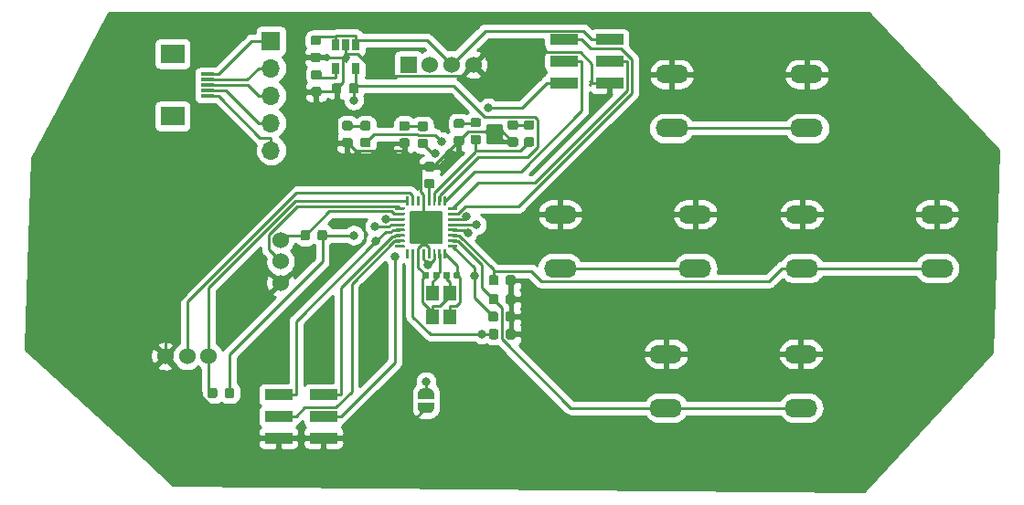
<source format=gtl>
G04 #@! TF.GenerationSoftware,KiCad,Pcbnew,5.1.2-f72e74a~84~ubuntu18.04.1*
G04 #@! TF.CreationDate,2019-07-18T22:23:35+09:00*
G04 #@! TF.ProjectId,WiredControllerPcb,57697265-6443-46f6-9e74-726f6c6c6572,rev?*
G04 #@! TF.SameCoordinates,Original*
G04 #@! TF.FileFunction,Copper,L1,Top*
G04 #@! TF.FilePolarity,Positive*
%FSLAX46Y46*%
G04 Gerber Fmt 4.6, Leading zero omitted, Abs format (unit mm)*
G04 Created by KiCad (PCBNEW 5.1.2-f72e74a~84~ubuntu18.04.1) date 2019-07-18 22:23:35*
%MOMM*%
%LPD*%
G04 APERTURE LIST*
%ADD10O,3.048000X1.727200*%
%ADD11C,0.100000*%
%ADD12C,0.875000*%
%ADD13C,0.590000*%
%ADD14C,0.500000*%
%ADD15O,1.700000X1.700000*%
%ADD16R,1.700000X1.700000*%
%ADD17R,1.300000X0.300000*%
%ADD18R,2.200000X1.800000*%
%ADD19C,1.524000*%
%ADD20R,2.580000X1.000000*%
%ADD21R,1.524000X1.524000*%
%ADD22R,0.650000X1.060000*%
%ADD23C,3.100000*%
%ADD24C,0.250000*%
%ADD25R,1.200000X1.400000*%
%ADD26C,0.800000*%
%ADD27C,0.250000*%
%ADD28C,0.254000*%
G04 APERTURE END LIST*
D10*
X175090000Y-63780000D03*
X175090000Y-58780000D03*
X187590000Y-63780000D03*
X187590000Y-58780000D03*
X162500000Y-76720000D03*
X162500000Y-71720000D03*
X175000000Y-76720000D03*
X175000000Y-71720000D03*
X152700000Y-63780000D03*
X152700000Y-58780000D03*
X165200000Y-63780000D03*
X165200000Y-58780000D03*
D11*
G36*
X148359691Y-64416053D02*
G01*
X148380926Y-64419203D01*
X148401750Y-64424419D01*
X148421962Y-64431651D01*
X148441368Y-64440830D01*
X148459781Y-64451866D01*
X148477024Y-64464654D01*
X148492930Y-64479070D01*
X148507346Y-64494976D01*
X148520134Y-64512219D01*
X148531170Y-64530632D01*
X148540349Y-64550038D01*
X148547581Y-64570250D01*
X148552797Y-64591074D01*
X148555947Y-64612309D01*
X148557000Y-64633750D01*
X148557000Y-65146250D01*
X148555947Y-65167691D01*
X148552797Y-65188926D01*
X148547581Y-65209750D01*
X148540349Y-65229962D01*
X148531170Y-65249368D01*
X148520134Y-65267781D01*
X148507346Y-65285024D01*
X148492930Y-65300930D01*
X148477024Y-65315346D01*
X148459781Y-65328134D01*
X148441368Y-65339170D01*
X148421962Y-65348349D01*
X148401750Y-65355581D01*
X148380926Y-65360797D01*
X148359691Y-65363947D01*
X148338250Y-65365000D01*
X147900750Y-65365000D01*
X147879309Y-65363947D01*
X147858074Y-65360797D01*
X147837250Y-65355581D01*
X147817038Y-65348349D01*
X147797632Y-65339170D01*
X147779219Y-65328134D01*
X147761976Y-65315346D01*
X147746070Y-65300930D01*
X147731654Y-65285024D01*
X147718866Y-65267781D01*
X147707830Y-65249368D01*
X147698651Y-65229962D01*
X147691419Y-65209750D01*
X147686203Y-65188926D01*
X147683053Y-65167691D01*
X147682000Y-65146250D01*
X147682000Y-64633750D01*
X147683053Y-64612309D01*
X147686203Y-64591074D01*
X147691419Y-64570250D01*
X147698651Y-64550038D01*
X147707830Y-64530632D01*
X147718866Y-64512219D01*
X147731654Y-64494976D01*
X147746070Y-64479070D01*
X147761976Y-64464654D01*
X147779219Y-64451866D01*
X147797632Y-64440830D01*
X147817038Y-64431651D01*
X147837250Y-64424419D01*
X147858074Y-64419203D01*
X147879309Y-64416053D01*
X147900750Y-64415000D01*
X148338250Y-64415000D01*
X148359691Y-64416053D01*
X148359691Y-64416053D01*
G37*
D12*
X148119500Y-64890000D03*
D11*
G36*
X146784691Y-64416053D02*
G01*
X146805926Y-64419203D01*
X146826750Y-64424419D01*
X146846962Y-64431651D01*
X146866368Y-64440830D01*
X146884781Y-64451866D01*
X146902024Y-64464654D01*
X146917930Y-64479070D01*
X146932346Y-64494976D01*
X146945134Y-64512219D01*
X146956170Y-64530632D01*
X146965349Y-64550038D01*
X146972581Y-64570250D01*
X146977797Y-64591074D01*
X146980947Y-64612309D01*
X146982000Y-64633750D01*
X146982000Y-65146250D01*
X146980947Y-65167691D01*
X146977797Y-65188926D01*
X146972581Y-65209750D01*
X146965349Y-65229962D01*
X146956170Y-65249368D01*
X146945134Y-65267781D01*
X146932346Y-65285024D01*
X146917930Y-65300930D01*
X146902024Y-65315346D01*
X146884781Y-65328134D01*
X146866368Y-65339170D01*
X146846962Y-65348349D01*
X146826750Y-65355581D01*
X146805926Y-65360797D01*
X146784691Y-65363947D01*
X146763250Y-65365000D01*
X146325750Y-65365000D01*
X146304309Y-65363947D01*
X146283074Y-65360797D01*
X146262250Y-65355581D01*
X146242038Y-65348349D01*
X146222632Y-65339170D01*
X146204219Y-65328134D01*
X146186976Y-65315346D01*
X146171070Y-65300930D01*
X146156654Y-65285024D01*
X146143866Y-65267781D01*
X146132830Y-65249368D01*
X146123651Y-65229962D01*
X146116419Y-65209750D01*
X146111203Y-65188926D01*
X146108053Y-65167691D01*
X146107000Y-65146250D01*
X146107000Y-64633750D01*
X146108053Y-64612309D01*
X146111203Y-64591074D01*
X146116419Y-64570250D01*
X146123651Y-64550038D01*
X146132830Y-64530632D01*
X146143866Y-64512219D01*
X146156654Y-64494976D01*
X146171070Y-64479070D01*
X146186976Y-64464654D01*
X146204219Y-64451866D01*
X146222632Y-64440830D01*
X146242038Y-64431651D01*
X146262250Y-64424419D01*
X146283074Y-64419203D01*
X146304309Y-64416053D01*
X146325750Y-64415000D01*
X146763250Y-64415000D01*
X146784691Y-64416053D01*
X146784691Y-64416053D01*
G37*
D12*
X146544500Y-64890000D03*
D11*
G36*
X148367691Y-66186053D02*
G01*
X148388926Y-66189203D01*
X148409750Y-66194419D01*
X148429962Y-66201651D01*
X148449368Y-66210830D01*
X148467781Y-66221866D01*
X148485024Y-66234654D01*
X148500930Y-66249070D01*
X148515346Y-66264976D01*
X148528134Y-66282219D01*
X148539170Y-66300632D01*
X148548349Y-66320038D01*
X148555581Y-66340250D01*
X148560797Y-66361074D01*
X148563947Y-66382309D01*
X148565000Y-66403750D01*
X148565000Y-66916250D01*
X148563947Y-66937691D01*
X148560797Y-66958926D01*
X148555581Y-66979750D01*
X148548349Y-66999962D01*
X148539170Y-67019368D01*
X148528134Y-67037781D01*
X148515346Y-67055024D01*
X148500930Y-67070930D01*
X148485024Y-67085346D01*
X148467781Y-67098134D01*
X148449368Y-67109170D01*
X148429962Y-67118349D01*
X148409750Y-67125581D01*
X148388926Y-67130797D01*
X148367691Y-67133947D01*
X148346250Y-67135000D01*
X147908750Y-67135000D01*
X147887309Y-67133947D01*
X147866074Y-67130797D01*
X147845250Y-67125581D01*
X147825038Y-67118349D01*
X147805632Y-67109170D01*
X147787219Y-67098134D01*
X147769976Y-67085346D01*
X147754070Y-67070930D01*
X147739654Y-67055024D01*
X147726866Y-67037781D01*
X147715830Y-67019368D01*
X147706651Y-66999962D01*
X147699419Y-66979750D01*
X147694203Y-66958926D01*
X147691053Y-66937691D01*
X147690000Y-66916250D01*
X147690000Y-66403750D01*
X147691053Y-66382309D01*
X147694203Y-66361074D01*
X147699419Y-66340250D01*
X147706651Y-66320038D01*
X147715830Y-66300632D01*
X147726866Y-66282219D01*
X147739654Y-66264976D01*
X147754070Y-66249070D01*
X147769976Y-66234654D01*
X147787219Y-66221866D01*
X147805632Y-66210830D01*
X147825038Y-66201651D01*
X147845250Y-66194419D01*
X147866074Y-66189203D01*
X147887309Y-66186053D01*
X147908750Y-66185000D01*
X148346250Y-66185000D01*
X148367691Y-66186053D01*
X148367691Y-66186053D01*
G37*
D12*
X148127500Y-66660000D03*
D11*
G36*
X146792691Y-66186053D02*
G01*
X146813926Y-66189203D01*
X146834750Y-66194419D01*
X146854962Y-66201651D01*
X146874368Y-66210830D01*
X146892781Y-66221866D01*
X146910024Y-66234654D01*
X146925930Y-66249070D01*
X146940346Y-66264976D01*
X146953134Y-66282219D01*
X146964170Y-66300632D01*
X146973349Y-66320038D01*
X146980581Y-66340250D01*
X146985797Y-66361074D01*
X146988947Y-66382309D01*
X146990000Y-66403750D01*
X146990000Y-66916250D01*
X146988947Y-66937691D01*
X146985797Y-66958926D01*
X146980581Y-66979750D01*
X146973349Y-66999962D01*
X146964170Y-67019368D01*
X146953134Y-67037781D01*
X146940346Y-67055024D01*
X146925930Y-67070930D01*
X146910024Y-67085346D01*
X146892781Y-67098134D01*
X146874368Y-67109170D01*
X146854962Y-67118349D01*
X146834750Y-67125581D01*
X146813926Y-67130797D01*
X146792691Y-67133947D01*
X146771250Y-67135000D01*
X146333750Y-67135000D01*
X146312309Y-67133947D01*
X146291074Y-67130797D01*
X146270250Y-67125581D01*
X146250038Y-67118349D01*
X146230632Y-67109170D01*
X146212219Y-67098134D01*
X146194976Y-67085346D01*
X146179070Y-67070930D01*
X146164654Y-67055024D01*
X146151866Y-67037781D01*
X146140830Y-67019368D01*
X146131651Y-66999962D01*
X146124419Y-66979750D01*
X146119203Y-66958926D01*
X146116053Y-66937691D01*
X146115000Y-66916250D01*
X146115000Y-66403750D01*
X146116053Y-66382309D01*
X146119203Y-66361074D01*
X146124419Y-66340250D01*
X146131651Y-66320038D01*
X146140830Y-66300632D01*
X146151866Y-66282219D01*
X146164654Y-66264976D01*
X146179070Y-66249070D01*
X146194976Y-66234654D01*
X146212219Y-66221866D01*
X146230632Y-66210830D01*
X146250038Y-66201651D01*
X146270250Y-66194419D01*
X146291074Y-66189203D01*
X146312309Y-66186053D01*
X146333750Y-66185000D01*
X146771250Y-66185000D01*
X146792691Y-66186053D01*
X146792691Y-66186053D01*
G37*
D12*
X146552500Y-66660000D03*
D11*
G36*
X148329691Y-67796053D02*
G01*
X148350926Y-67799203D01*
X148371750Y-67804419D01*
X148391962Y-67811651D01*
X148411368Y-67820830D01*
X148429781Y-67831866D01*
X148447024Y-67844654D01*
X148462930Y-67859070D01*
X148477346Y-67874976D01*
X148490134Y-67892219D01*
X148501170Y-67910632D01*
X148510349Y-67930038D01*
X148517581Y-67950250D01*
X148522797Y-67971074D01*
X148525947Y-67992309D01*
X148527000Y-68013750D01*
X148527000Y-68526250D01*
X148525947Y-68547691D01*
X148522797Y-68568926D01*
X148517581Y-68589750D01*
X148510349Y-68609962D01*
X148501170Y-68629368D01*
X148490134Y-68647781D01*
X148477346Y-68665024D01*
X148462930Y-68680930D01*
X148447024Y-68695346D01*
X148429781Y-68708134D01*
X148411368Y-68719170D01*
X148391962Y-68728349D01*
X148371750Y-68735581D01*
X148350926Y-68740797D01*
X148329691Y-68743947D01*
X148308250Y-68745000D01*
X147870750Y-68745000D01*
X147849309Y-68743947D01*
X147828074Y-68740797D01*
X147807250Y-68735581D01*
X147787038Y-68728349D01*
X147767632Y-68719170D01*
X147749219Y-68708134D01*
X147731976Y-68695346D01*
X147716070Y-68680930D01*
X147701654Y-68665024D01*
X147688866Y-68647781D01*
X147677830Y-68629368D01*
X147668651Y-68609962D01*
X147661419Y-68589750D01*
X147656203Y-68568926D01*
X147653053Y-68547691D01*
X147652000Y-68526250D01*
X147652000Y-68013750D01*
X147653053Y-67992309D01*
X147656203Y-67971074D01*
X147661419Y-67950250D01*
X147668651Y-67930038D01*
X147677830Y-67910632D01*
X147688866Y-67892219D01*
X147701654Y-67874976D01*
X147716070Y-67859070D01*
X147731976Y-67844654D01*
X147749219Y-67831866D01*
X147767632Y-67820830D01*
X147787038Y-67811651D01*
X147807250Y-67804419D01*
X147828074Y-67799203D01*
X147849309Y-67796053D01*
X147870750Y-67795000D01*
X148308250Y-67795000D01*
X148329691Y-67796053D01*
X148329691Y-67796053D01*
G37*
D12*
X148089500Y-68270000D03*
D11*
G36*
X146754691Y-67796053D02*
G01*
X146775926Y-67799203D01*
X146796750Y-67804419D01*
X146816962Y-67811651D01*
X146836368Y-67820830D01*
X146854781Y-67831866D01*
X146872024Y-67844654D01*
X146887930Y-67859070D01*
X146902346Y-67874976D01*
X146915134Y-67892219D01*
X146926170Y-67910632D01*
X146935349Y-67930038D01*
X146942581Y-67950250D01*
X146947797Y-67971074D01*
X146950947Y-67992309D01*
X146952000Y-68013750D01*
X146952000Y-68526250D01*
X146950947Y-68547691D01*
X146947797Y-68568926D01*
X146942581Y-68589750D01*
X146935349Y-68609962D01*
X146926170Y-68629368D01*
X146915134Y-68647781D01*
X146902346Y-68665024D01*
X146887930Y-68680930D01*
X146872024Y-68695346D01*
X146854781Y-68708134D01*
X146836368Y-68719170D01*
X146816962Y-68728349D01*
X146796750Y-68735581D01*
X146775926Y-68740797D01*
X146754691Y-68743947D01*
X146733250Y-68745000D01*
X146295750Y-68745000D01*
X146274309Y-68743947D01*
X146253074Y-68740797D01*
X146232250Y-68735581D01*
X146212038Y-68728349D01*
X146192632Y-68719170D01*
X146174219Y-68708134D01*
X146156976Y-68695346D01*
X146141070Y-68680930D01*
X146126654Y-68665024D01*
X146113866Y-68647781D01*
X146102830Y-68629368D01*
X146093651Y-68609962D01*
X146086419Y-68589750D01*
X146081203Y-68568926D01*
X146078053Y-68547691D01*
X146077000Y-68526250D01*
X146077000Y-68013750D01*
X146078053Y-67992309D01*
X146081203Y-67971074D01*
X146086419Y-67950250D01*
X146093651Y-67930038D01*
X146102830Y-67910632D01*
X146113866Y-67892219D01*
X146126654Y-67874976D01*
X146141070Y-67859070D01*
X146156976Y-67844654D01*
X146174219Y-67831866D01*
X146192632Y-67820830D01*
X146212038Y-67811651D01*
X146232250Y-67804419D01*
X146253074Y-67799203D01*
X146274309Y-67796053D01*
X146295750Y-67795000D01*
X146733250Y-67795000D01*
X146754691Y-67796053D01*
X146754691Y-67796053D01*
G37*
D12*
X146514500Y-68270000D03*
D11*
G36*
X148355691Y-69416053D02*
G01*
X148376926Y-69419203D01*
X148397750Y-69424419D01*
X148417962Y-69431651D01*
X148437368Y-69440830D01*
X148455781Y-69451866D01*
X148473024Y-69464654D01*
X148488930Y-69479070D01*
X148503346Y-69494976D01*
X148516134Y-69512219D01*
X148527170Y-69530632D01*
X148536349Y-69550038D01*
X148543581Y-69570250D01*
X148548797Y-69591074D01*
X148551947Y-69612309D01*
X148553000Y-69633750D01*
X148553000Y-70146250D01*
X148551947Y-70167691D01*
X148548797Y-70188926D01*
X148543581Y-70209750D01*
X148536349Y-70229962D01*
X148527170Y-70249368D01*
X148516134Y-70267781D01*
X148503346Y-70285024D01*
X148488930Y-70300930D01*
X148473024Y-70315346D01*
X148455781Y-70328134D01*
X148437368Y-70339170D01*
X148417962Y-70348349D01*
X148397750Y-70355581D01*
X148376926Y-70360797D01*
X148355691Y-70363947D01*
X148334250Y-70365000D01*
X147896750Y-70365000D01*
X147875309Y-70363947D01*
X147854074Y-70360797D01*
X147833250Y-70355581D01*
X147813038Y-70348349D01*
X147793632Y-70339170D01*
X147775219Y-70328134D01*
X147757976Y-70315346D01*
X147742070Y-70300930D01*
X147727654Y-70285024D01*
X147714866Y-70267781D01*
X147703830Y-70249368D01*
X147694651Y-70229962D01*
X147687419Y-70209750D01*
X147682203Y-70188926D01*
X147679053Y-70167691D01*
X147678000Y-70146250D01*
X147678000Y-69633750D01*
X147679053Y-69612309D01*
X147682203Y-69591074D01*
X147687419Y-69570250D01*
X147694651Y-69550038D01*
X147703830Y-69530632D01*
X147714866Y-69512219D01*
X147727654Y-69494976D01*
X147742070Y-69479070D01*
X147757976Y-69464654D01*
X147775219Y-69451866D01*
X147793632Y-69440830D01*
X147813038Y-69431651D01*
X147833250Y-69424419D01*
X147854074Y-69419203D01*
X147875309Y-69416053D01*
X147896750Y-69415000D01*
X148334250Y-69415000D01*
X148355691Y-69416053D01*
X148355691Y-69416053D01*
G37*
D12*
X148115500Y-69890000D03*
D11*
G36*
X146780691Y-69416053D02*
G01*
X146801926Y-69419203D01*
X146822750Y-69424419D01*
X146842962Y-69431651D01*
X146862368Y-69440830D01*
X146880781Y-69451866D01*
X146898024Y-69464654D01*
X146913930Y-69479070D01*
X146928346Y-69494976D01*
X146941134Y-69512219D01*
X146952170Y-69530632D01*
X146961349Y-69550038D01*
X146968581Y-69570250D01*
X146973797Y-69591074D01*
X146976947Y-69612309D01*
X146978000Y-69633750D01*
X146978000Y-70146250D01*
X146976947Y-70167691D01*
X146973797Y-70188926D01*
X146968581Y-70209750D01*
X146961349Y-70229962D01*
X146952170Y-70249368D01*
X146941134Y-70267781D01*
X146928346Y-70285024D01*
X146913930Y-70300930D01*
X146898024Y-70315346D01*
X146880781Y-70328134D01*
X146862368Y-70339170D01*
X146842962Y-70348349D01*
X146822750Y-70355581D01*
X146801926Y-70360797D01*
X146780691Y-70363947D01*
X146759250Y-70365000D01*
X146321750Y-70365000D01*
X146300309Y-70363947D01*
X146279074Y-70360797D01*
X146258250Y-70355581D01*
X146238038Y-70348349D01*
X146218632Y-70339170D01*
X146200219Y-70328134D01*
X146182976Y-70315346D01*
X146167070Y-70300930D01*
X146152654Y-70285024D01*
X146139866Y-70267781D01*
X146128830Y-70249368D01*
X146119651Y-70229962D01*
X146112419Y-70209750D01*
X146107203Y-70188926D01*
X146104053Y-70167691D01*
X146103000Y-70146250D01*
X146103000Y-69633750D01*
X146104053Y-69612309D01*
X146107203Y-69591074D01*
X146112419Y-69570250D01*
X146119651Y-69550038D01*
X146128830Y-69530632D01*
X146139866Y-69512219D01*
X146152654Y-69494976D01*
X146167070Y-69479070D01*
X146182976Y-69464654D01*
X146200219Y-69451866D01*
X146218632Y-69440830D01*
X146238038Y-69431651D01*
X146258250Y-69424419D01*
X146279074Y-69419203D01*
X146300309Y-69416053D01*
X146321750Y-69415000D01*
X146759250Y-69415000D01*
X146780691Y-69416053D01*
X146780691Y-69416053D01*
G37*
D12*
X146540500Y-69890000D03*
D11*
G36*
X143321958Y-64110710D02*
G01*
X143336276Y-64112834D01*
X143350317Y-64116351D01*
X143363946Y-64121228D01*
X143377031Y-64127417D01*
X143389447Y-64134858D01*
X143401073Y-64143481D01*
X143411798Y-64153202D01*
X143421519Y-64163927D01*
X143430142Y-64175553D01*
X143437583Y-64187969D01*
X143443772Y-64201054D01*
X143448649Y-64214683D01*
X143452166Y-64228724D01*
X143454290Y-64243042D01*
X143455000Y-64257500D01*
X143455000Y-64602500D01*
X143454290Y-64616958D01*
X143452166Y-64631276D01*
X143448649Y-64645317D01*
X143443772Y-64658946D01*
X143437583Y-64672031D01*
X143430142Y-64684447D01*
X143421519Y-64696073D01*
X143411798Y-64706798D01*
X143401073Y-64716519D01*
X143389447Y-64725142D01*
X143377031Y-64732583D01*
X143363946Y-64738772D01*
X143350317Y-64743649D01*
X143336276Y-64747166D01*
X143321958Y-64749290D01*
X143307500Y-64750000D01*
X143012500Y-64750000D01*
X142998042Y-64749290D01*
X142983724Y-64747166D01*
X142969683Y-64743649D01*
X142956054Y-64738772D01*
X142942969Y-64732583D01*
X142930553Y-64725142D01*
X142918927Y-64716519D01*
X142908202Y-64706798D01*
X142898481Y-64696073D01*
X142889858Y-64684447D01*
X142882417Y-64672031D01*
X142876228Y-64658946D01*
X142871351Y-64645317D01*
X142867834Y-64631276D01*
X142865710Y-64616958D01*
X142865000Y-64602500D01*
X142865000Y-64257500D01*
X142865710Y-64243042D01*
X142867834Y-64228724D01*
X142871351Y-64214683D01*
X142876228Y-64201054D01*
X142882417Y-64187969D01*
X142889858Y-64175553D01*
X142898481Y-64163927D01*
X142908202Y-64153202D01*
X142918927Y-64143481D01*
X142930553Y-64134858D01*
X142942969Y-64127417D01*
X142956054Y-64121228D01*
X142969683Y-64116351D01*
X142983724Y-64112834D01*
X142998042Y-64110710D01*
X143012500Y-64110000D01*
X143307500Y-64110000D01*
X143321958Y-64110710D01*
X143321958Y-64110710D01*
G37*
D13*
X143160000Y-64430000D03*
D11*
G36*
X142351958Y-64110710D02*
G01*
X142366276Y-64112834D01*
X142380317Y-64116351D01*
X142393946Y-64121228D01*
X142407031Y-64127417D01*
X142419447Y-64134858D01*
X142431073Y-64143481D01*
X142441798Y-64153202D01*
X142451519Y-64163927D01*
X142460142Y-64175553D01*
X142467583Y-64187969D01*
X142473772Y-64201054D01*
X142478649Y-64214683D01*
X142482166Y-64228724D01*
X142484290Y-64243042D01*
X142485000Y-64257500D01*
X142485000Y-64602500D01*
X142484290Y-64616958D01*
X142482166Y-64631276D01*
X142478649Y-64645317D01*
X142473772Y-64658946D01*
X142467583Y-64672031D01*
X142460142Y-64684447D01*
X142451519Y-64696073D01*
X142441798Y-64706798D01*
X142431073Y-64716519D01*
X142419447Y-64725142D01*
X142407031Y-64732583D01*
X142393946Y-64738772D01*
X142380317Y-64743649D01*
X142366276Y-64747166D01*
X142351958Y-64749290D01*
X142337500Y-64750000D01*
X142042500Y-64750000D01*
X142028042Y-64749290D01*
X142013724Y-64747166D01*
X141999683Y-64743649D01*
X141986054Y-64738772D01*
X141972969Y-64732583D01*
X141960553Y-64725142D01*
X141948927Y-64716519D01*
X141938202Y-64706798D01*
X141928481Y-64696073D01*
X141919858Y-64684447D01*
X141912417Y-64672031D01*
X141906228Y-64658946D01*
X141901351Y-64645317D01*
X141897834Y-64631276D01*
X141895710Y-64616958D01*
X141895000Y-64602500D01*
X141895000Y-64257500D01*
X141895710Y-64243042D01*
X141897834Y-64228724D01*
X141901351Y-64214683D01*
X141906228Y-64201054D01*
X141912417Y-64187969D01*
X141919858Y-64175553D01*
X141928481Y-64163927D01*
X141938202Y-64153202D01*
X141948927Y-64143481D01*
X141960553Y-64134858D01*
X141972969Y-64127417D01*
X141986054Y-64121228D01*
X141999683Y-64116351D01*
X142013724Y-64112834D01*
X142028042Y-64110710D01*
X142042500Y-64110000D01*
X142337500Y-64110000D01*
X142351958Y-64110710D01*
X142351958Y-64110710D01*
G37*
D13*
X142190000Y-64430000D03*
D11*
G36*
X141401958Y-64100710D02*
G01*
X141416276Y-64102834D01*
X141430317Y-64106351D01*
X141443946Y-64111228D01*
X141457031Y-64117417D01*
X141469447Y-64124858D01*
X141481073Y-64133481D01*
X141491798Y-64143202D01*
X141501519Y-64153927D01*
X141510142Y-64165553D01*
X141517583Y-64177969D01*
X141523772Y-64191054D01*
X141528649Y-64204683D01*
X141532166Y-64218724D01*
X141534290Y-64233042D01*
X141535000Y-64247500D01*
X141535000Y-64592500D01*
X141534290Y-64606958D01*
X141532166Y-64621276D01*
X141528649Y-64635317D01*
X141523772Y-64648946D01*
X141517583Y-64662031D01*
X141510142Y-64674447D01*
X141501519Y-64686073D01*
X141491798Y-64696798D01*
X141481073Y-64706519D01*
X141469447Y-64715142D01*
X141457031Y-64722583D01*
X141443946Y-64728772D01*
X141430317Y-64733649D01*
X141416276Y-64737166D01*
X141401958Y-64739290D01*
X141387500Y-64740000D01*
X141092500Y-64740000D01*
X141078042Y-64739290D01*
X141063724Y-64737166D01*
X141049683Y-64733649D01*
X141036054Y-64728772D01*
X141022969Y-64722583D01*
X141010553Y-64715142D01*
X140998927Y-64706519D01*
X140988202Y-64696798D01*
X140978481Y-64686073D01*
X140969858Y-64674447D01*
X140962417Y-64662031D01*
X140956228Y-64648946D01*
X140951351Y-64635317D01*
X140947834Y-64621276D01*
X140945710Y-64606958D01*
X140945000Y-64592500D01*
X140945000Y-64247500D01*
X140945710Y-64233042D01*
X140947834Y-64218724D01*
X140951351Y-64204683D01*
X140956228Y-64191054D01*
X140962417Y-64177969D01*
X140969858Y-64165553D01*
X140978481Y-64153927D01*
X140988202Y-64143202D01*
X140998927Y-64133481D01*
X141010553Y-64124858D01*
X141022969Y-64117417D01*
X141036054Y-64111228D01*
X141049683Y-64106351D01*
X141063724Y-64102834D01*
X141078042Y-64100710D01*
X141092500Y-64100000D01*
X141387500Y-64100000D01*
X141401958Y-64100710D01*
X141401958Y-64100710D01*
G37*
D13*
X141240000Y-64420000D03*
D11*
G36*
X140431958Y-64100710D02*
G01*
X140446276Y-64102834D01*
X140460317Y-64106351D01*
X140473946Y-64111228D01*
X140487031Y-64117417D01*
X140499447Y-64124858D01*
X140511073Y-64133481D01*
X140521798Y-64143202D01*
X140531519Y-64153927D01*
X140540142Y-64165553D01*
X140547583Y-64177969D01*
X140553772Y-64191054D01*
X140558649Y-64204683D01*
X140562166Y-64218724D01*
X140564290Y-64233042D01*
X140565000Y-64247500D01*
X140565000Y-64592500D01*
X140564290Y-64606958D01*
X140562166Y-64621276D01*
X140558649Y-64635317D01*
X140553772Y-64648946D01*
X140547583Y-64662031D01*
X140540142Y-64674447D01*
X140531519Y-64686073D01*
X140521798Y-64696798D01*
X140511073Y-64706519D01*
X140499447Y-64715142D01*
X140487031Y-64722583D01*
X140473946Y-64728772D01*
X140460317Y-64733649D01*
X140446276Y-64737166D01*
X140431958Y-64739290D01*
X140417500Y-64740000D01*
X140122500Y-64740000D01*
X140108042Y-64739290D01*
X140093724Y-64737166D01*
X140079683Y-64733649D01*
X140066054Y-64728772D01*
X140052969Y-64722583D01*
X140040553Y-64715142D01*
X140028927Y-64706519D01*
X140018202Y-64696798D01*
X140008481Y-64686073D01*
X139999858Y-64674447D01*
X139992417Y-64662031D01*
X139986228Y-64648946D01*
X139981351Y-64635317D01*
X139977834Y-64621276D01*
X139975710Y-64606958D01*
X139975000Y-64592500D01*
X139975000Y-64247500D01*
X139975710Y-64233042D01*
X139977834Y-64218724D01*
X139981351Y-64204683D01*
X139986228Y-64191054D01*
X139992417Y-64177969D01*
X139999858Y-64165553D01*
X140008481Y-64153927D01*
X140018202Y-64143202D01*
X140028927Y-64133481D01*
X140040553Y-64124858D01*
X140052969Y-64117417D01*
X140066054Y-64111228D01*
X140079683Y-64106351D01*
X140093724Y-64102834D01*
X140108042Y-64100710D01*
X140122500Y-64100000D01*
X140417500Y-64100000D01*
X140431958Y-64100710D01*
X140431958Y-64100710D01*
G37*
D13*
X140270000Y-64420000D03*
D11*
G36*
X150117691Y-50053553D02*
G01*
X150138926Y-50056703D01*
X150159750Y-50061919D01*
X150179962Y-50069151D01*
X150199368Y-50078330D01*
X150217781Y-50089366D01*
X150235024Y-50102154D01*
X150250930Y-50116570D01*
X150265346Y-50132476D01*
X150278134Y-50149719D01*
X150289170Y-50168132D01*
X150298349Y-50187538D01*
X150305581Y-50207750D01*
X150310797Y-50228574D01*
X150313947Y-50249809D01*
X150315000Y-50271250D01*
X150315000Y-50708750D01*
X150313947Y-50730191D01*
X150310797Y-50751426D01*
X150305581Y-50772250D01*
X150298349Y-50792462D01*
X150289170Y-50811868D01*
X150278134Y-50830281D01*
X150265346Y-50847524D01*
X150250930Y-50863430D01*
X150235024Y-50877846D01*
X150217781Y-50890634D01*
X150199368Y-50901670D01*
X150179962Y-50910849D01*
X150159750Y-50918081D01*
X150138926Y-50923297D01*
X150117691Y-50926447D01*
X150096250Y-50927500D01*
X149583750Y-50927500D01*
X149562309Y-50926447D01*
X149541074Y-50923297D01*
X149520250Y-50918081D01*
X149500038Y-50910849D01*
X149480632Y-50901670D01*
X149462219Y-50890634D01*
X149444976Y-50877846D01*
X149429070Y-50863430D01*
X149414654Y-50847524D01*
X149401866Y-50830281D01*
X149390830Y-50811868D01*
X149381651Y-50792462D01*
X149374419Y-50772250D01*
X149369203Y-50751426D01*
X149366053Y-50730191D01*
X149365000Y-50708750D01*
X149365000Y-50271250D01*
X149366053Y-50249809D01*
X149369203Y-50228574D01*
X149374419Y-50207750D01*
X149381651Y-50187538D01*
X149390830Y-50168132D01*
X149401866Y-50149719D01*
X149414654Y-50132476D01*
X149429070Y-50116570D01*
X149444976Y-50102154D01*
X149462219Y-50089366D01*
X149480632Y-50078330D01*
X149500038Y-50069151D01*
X149520250Y-50061919D01*
X149541074Y-50056703D01*
X149562309Y-50053553D01*
X149583750Y-50052500D01*
X150096250Y-50052500D01*
X150117691Y-50053553D01*
X150117691Y-50053553D01*
G37*
D12*
X149840000Y-50490000D03*
D11*
G36*
X150117691Y-51628553D02*
G01*
X150138926Y-51631703D01*
X150159750Y-51636919D01*
X150179962Y-51644151D01*
X150199368Y-51653330D01*
X150217781Y-51664366D01*
X150235024Y-51677154D01*
X150250930Y-51691570D01*
X150265346Y-51707476D01*
X150278134Y-51724719D01*
X150289170Y-51743132D01*
X150298349Y-51762538D01*
X150305581Y-51782750D01*
X150310797Y-51803574D01*
X150313947Y-51824809D01*
X150315000Y-51846250D01*
X150315000Y-52283750D01*
X150313947Y-52305191D01*
X150310797Y-52326426D01*
X150305581Y-52347250D01*
X150298349Y-52367462D01*
X150289170Y-52386868D01*
X150278134Y-52405281D01*
X150265346Y-52422524D01*
X150250930Y-52438430D01*
X150235024Y-52452846D01*
X150217781Y-52465634D01*
X150199368Y-52476670D01*
X150179962Y-52485849D01*
X150159750Y-52493081D01*
X150138926Y-52498297D01*
X150117691Y-52501447D01*
X150096250Y-52502500D01*
X149583750Y-52502500D01*
X149562309Y-52501447D01*
X149541074Y-52498297D01*
X149520250Y-52493081D01*
X149500038Y-52485849D01*
X149480632Y-52476670D01*
X149462219Y-52465634D01*
X149444976Y-52452846D01*
X149429070Y-52438430D01*
X149414654Y-52422524D01*
X149401866Y-52405281D01*
X149390830Y-52386868D01*
X149381651Y-52367462D01*
X149374419Y-52347250D01*
X149369203Y-52326426D01*
X149366053Y-52305191D01*
X149365000Y-52283750D01*
X149365000Y-51846250D01*
X149366053Y-51824809D01*
X149369203Y-51803574D01*
X149374419Y-51782750D01*
X149381651Y-51762538D01*
X149390830Y-51743132D01*
X149401866Y-51724719D01*
X149414654Y-51707476D01*
X149429070Y-51691570D01*
X149444976Y-51677154D01*
X149462219Y-51664366D01*
X149480632Y-51653330D01*
X149500038Y-51644151D01*
X149520250Y-51636919D01*
X149541074Y-51631703D01*
X149562309Y-51628553D01*
X149583750Y-51627500D01*
X150096250Y-51627500D01*
X150117691Y-51628553D01*
X150117691Y-51628553D01*
G37*
D12*
X149840000Y-52065000D03*
D14*
X140280000Y-75410000D03*
D11*
G36*
X139530602Y-75410000D02*
G01*
X139530602Y-75385466D01*
X139535412Y-75336635D01*
X139544984Y-75288510D01*
X139559228Y-75241555D01*
X139578005Y-75196222D01*
X139601136Y-75152949D01*
X139628396Y-75112150D01*
X139659524Y-75074221D01*
X139694221Y-75039524D01*
X139732150Y-75008396D01*
X139772949Y-74981136D01*
X139816222Y-74958005D01*
X139861555Y-74939228D01*
X139908510Y-74924984D01*
X139956635Y-74915412D01*
X140005466Y-74910602D01*
X140030000Y-74910602D01*
X140030000Y-74910000D01*
X140530000Y-74910000D01*
X140530000Y-74910602D01*
X140554534Y-74910602D01*
X140603365Y-74915412D01*
X140651490Y-74924984D01*
X140698445Y-74939228D01*
X140743778Y-74958005D01*
X140787051Y-74981136D01*
X140827850Y-75008396D01*
X140865779Y-75039524D01*
X140900476Y-75074221D01*
X140931604Y-75112150D01*
X140958864Y-75152949D01*
X140981995Y-75196222D01*
X141000772Y-75241555D01*
X141015016Y-75288510D01*
X141024588Y-75336635D01*
X141029398Y-75385466D01*
X141029398Y-75410000D01*
X141030000Y-75410000D01*
X141030000Y-75910000D01*
X139530000Y-75910000D01*
X139530000Y-75410000D01*
X139530602Y-75410000D01*
X139530602Y-75410000D01*
G37*
D14*
X140280000Y-76710000D03*
D11*
G36*
X141030000Y-76210000D02*
G01*
X141030000Y-76710000D01*
X141029398Y-76710000D01*
X141029398Y-76734534D01*
X141024588Y-76783365D01*
X141015016Y-76831490D01*
X141000772Y-76878445D01*
X140981995Y-76923778D01*
X140958864Y-76967051D01*
X140931604Y-77007850D01*
X140900476Y-77045779D01*
X140865779Y-77080476D01*
X140827850Y-77111604D01*
X140787051Y-77138864D01*
X140743778Y-77161995D01*
X140698445Y-77180772D01*
X140651490Y-77195016D01*
X140603365Y-77204588D01*
X140554534Y-77209398D01*
X140530000Y-77209398D01*
X140530000Y-77210000D01*
X140030000Y-77210000D01*
X140030000Y-77209398D01*
X140005466Y-77209398D01*
X139956635Y-77204588D01*
X139908510Y-77195016D01*
X139861555Y-77180772D01*
X139816222Y-77161995D01*
X139772949Y-77138864D01*
X139732150Y-77111604D01*
X139694221Y-77080476D01*
X139659524Y-77045779D01*
X139628396Y-77007850D01*
X139601136Y-76967051D01*
X139578005Y-76923778D01*
X139559228Y-76878445D01*
X139544984Y-76831490D01*
X139535412Y-76783365D01*
X139530602Y-76734534D01*
X139530602Y-76710000D01*
X139530000Y-76710000D01*
X139530000Y-76210000D01*
X141030000Y-76210000D01*
X141030000Y-76210000D01*
G37*
D15*
X125930000Y-52850000D03*
X125930000Y-50310000D03*
X125930000Y-47770000D03*
X125930000Y-45230000D03*
D16*
X125930000Y-42690000D03*
D17*
X120060000Y-47790000D03*
X120060000Y-47290000D03*
X120060000Y-46790000D03*
X120060000Y-46290000D03*
X120060000Y-45790000D03*
D18*
X116810000Y-43890000D03*
X116810000Y-49690000D03*
D11*
G36*
X148607691Y-50053553D02*
G01*
X148628926Y-50056703D01*
X148649750Y-50061919D01*
X148669962Y-50069151D01*
X148689368Y-50078330D01*
X148707781Y-50089366D01*
X148725024Y-50102154D01*
X148740930Y-50116570D01*
X148755346Y-50132476D01*
X148768134Y-50149719D01*
X148779170Y-50168132D01*
X148788349Y-50187538D01*
X148795581Y-50207750D01*
X148800797Y-50228574D01*
X148803947Y-50249809D01*
X148805000Y-50271250D01*
X148805000Y-50708750D01*
X148803947Y-50730191D01*
X148800797Y-50751426D01*
X148795581Y-50772250D01*
X148788349Y-50792462D01*
X148779170Y-50811868D01*
X148768134Y-50830281D01*
X148755346Y-50847524D01*
X148740930Y-50863430D01*
X148725024Y-50877846D01*
X148707781Y-50890634D01*
X148689368Y-50901670D01*
X148669962Y-50910849D01*
X148649750Y-50918081D01*
X148628926Y-50923297D01*
X148607691Y-50926447D01*
X148586250Y-50927500D01*
X148073750Y-50927500D01*
X148052309Y-50926447D01*
X148031074Y-50923297D01*
X148010250Y-50918081D01*
X147990038Y-50910849D01*
X147970632Y-50901670D01*
X147952219Y-50890634D01*
X147934976Y-50877846D01*
X147919070Y-50863430D01*
X147904654Y-50847524D01*
X147891866Y-50830281D01*
X147880830Y-50811868D01*
X147871651Y-50792462D01*
X147864419Y-50772250D01*
X147859203Y-50751426D01*
X147856053Y-50730191D01*
X147855000Y-50708750D01*
X147855000Y-50271250D01*
X147856053Y-50249809D01*
X147859203Y-50228574D01*
X147864419Y-50207750D01*
X147871651Y-50187538D01*
X147880830Y-50168132D01*
X147891866Y-50149719D01*
X147904654Y-50132476D01*
X147919070Y-50116570D01*
X147934976Y-50102154D01*
X147952219Y-50089366D01*
X147970632Y-50078330D01*
X147990038Y-50069151D01*
X148010250Y-50061919D01*
X148031074Y-50056703D01*
X148052309Y-50053553D01*
X148073750Y-50052500D01*
X148586250Y-50052500D01*
X148607691Y-50053553D01*
X148607691Y-50053553D01*
G37*
D12*
X148330000Y-50490000D03*
D11*
G36*
X148607691Y-51628553D02*
G01*
X148628926Y-51631703D01*
X148649750Y-51636919D01*
X148669962Y-51644151D01*
X148689368Y-51653330D01*
X148707781Y-51664366D01*
X148725024Y-51677154D01*
X148740930Y-51691570D01*
X148755346Y-51707476D01*
X148768134Y-51724719D01*
X148779170Y-51743132D01*
X148788349Y-51762538D01*
X148795581Y-51782750D01*
X148800797Y-51803574D01*
X148803947Y-51824809D01*
X148805000Y-51846250D01*
X148805000Y-52283750D01*
X148803947Y-52305191D01*
X148800797Y-52326426D01*
X148795581Y-52347250D01*
X148788349Y-52367462D01*
X148779170Y-52386868D01*
X148768134Y-52405281D01*
X148755346Y-52422524D01*
X148740930Y-52438430D01*
X148725024Y-52452846D01*
X148707781Y-52465634D01*
X148689368Y-52476670D01*
X148669962Y-52485849D01*
X148649750Y-52493081D01*
X148628926Y-52498297D01*
X148607691Y-52501447D01*
X148586250Y-52502500D01*
X148073750Y-52502500D01*
X148052309Y-52501447D01*
X148031074Y-52498297D01*
X148010250Y-52493081D01*
X147990038Y-52485849D01*
X147970632Y-52476670D01*
X147952219Y-52465634D01*
X147934976Y-52452846D01*
X147919070Y-52438430D01*
X147904654Y-52422524D01*
X147891866Y-52405281D01*
X147880830Y-52386868D01*
X147871651Y-52367462D01*
X147864419Y-52347250D01*
X147859203Y-52326426D01*
X147856053Y-52305191D01*
X147855000Y-52283750D01*
X147855000Y-51846250D01*
X147856053Y-51824809D01*
X147859203Y-51803574D01*
X147864419Y-51782750D01*
X147871651Y-51762538D01*
X147880830Y-51743132D01*
X147891866Y-51724719D01*
X147904654Y-51707476D01*
X147919070Y-51691570D01*
X147934976Y-51677154D01*
X147952219Y-51664366D01*
X147970632Y-51653330D01*
X147990038Y-51644151D01*
X148010250Y-51636919D01*
X148031074Y-51631703D01*
X148052309Y-51628553D01*
X148073750Y-51627500D01*
X148586250Y-51627500D01*
X148607691Y-51628553D01*
X148607691Y-51628553D01*
G37*
D12*
X148330000Y-52065000D03*
D11*
G36*
X130337691Y-42206053D02*
G01*
X130358926Y-42209203D01*
X130379750Y-42214419D01*
X130399962Y-42221651D01*
X130419368Y-42230830D01*
X130437781Y-42241866D01*
X130455024Y-42254654D01*
X130470930Y-42269070D01*
X130485346Y-42284976D01*
X130498134Y-42302219D01*
X130509170Y-42320632D01*
X130518349Y-42340038D01*
X130525581Y-42360250D01*
X130530797Y-42381074D01*
X130533947Y-42402309D01*
X130535000Y-42423750D01*
X130535000Y-42861250D01*
X130533947Y-42882691D01*
X130530797Y-42903926D01*
X130525581Y-42924750D01*
X130518349Y-42944962D01*
X130509170Y-42964368D01*
X130498134Y-42982781D01*
X130485346Y-43000024D01*
X130470930Y-43015930D01*
X130455024Y-43030346D01*
X130437781Y-43043134D01*
X130419368Y-43054170D01*
X130399962Y-43063349D01*
X130379750Y-43070581D01*
X130358926Y-43075797D01*
X130337691Y-43078947D01*
X130316250Y-43080000D01*
X129803750Y-43080000D01*
X129782309Y-43078947D01*
X129761074Y-43075797D01*
X129740250Y-43070581D01*
X129720038Y-43063349D01*
X129700632Y-43054170D01*
X129682219Y-43043134D01*
X129664976Y-43030346D01*
X129649070Y-43015930D01*
X129634654Y-43000024D01*
X129621866Y-42982781D01*
X129610830Y-42964368D01*
X129601651Y-42944962D01*
X129594419Y-42924750D01*
X129589203Y-42903926D01*
X129586053Y-42882691D01*
X129585000Y-42861250D01*
X129585000Y-42423750D01*
X129586053Y-42402309D01*
X129589203Y-42381074D01*
X129594419Y-42360250D01*
X129601651Y-42340038D01*
X129610830Y-42320632D01*
X129621866Y-42302219D01*
X129634654Y-42284976D01*
X129649070Y-42269070D01*
X129664976Y-42254654D01*
X129682219Y-42241866D01*
X129700632Y-42230830D01*
X129720038Y-42221651D01*
X129740250Y-42214419D01*
X129761074Y-42209203D01*
X129782309Y-42206053D01*
X129803750Y-42205000D01*
X130316250Y-42205000D01*
X130337691Y-42206053D01*
X130337691Y-42206053D01*
G37*
D12*
X130060000Y-42642500D03*
D11*
G36*
X130337691Y-43781053D02*
G01*
X130358926Y-43784203D01*
X130379750Y-43789419D01*
X130399962Y-43796651D01*
X130419368Y-43805830D01*
X130437781Y-43816866D01*
X130455024Y-43829654D01*
X130470930Y-43844070D01*
X130485346Y-43859976D01*
X130498134Y-43877219D01*
X130509170Y-43895632D01*
X130518349Y-43915038D01*
X130525581Y-43935250D01*
X130530797Y-43956074D01*
X130533947Y-43977309D01*
X130535000Y-43998750D01*
X130535000Y-44436250D01*
X130533947Y-44457691D01*
X130530797Y-44478926D01*
X130525581Y-44499750D01*
X130518349Y-44519962D01*
X130509170Y-44539368D01*
X130498134Y-44557781D01*
X130485346Y-44575024D01*
X130470930Y-44590930D01*
X130455024Y-44605346D01*
X130437781Y-44618134D01*
X130419368Y-44629170D01*
X130399962Y-44638349D01*
X130379750Y-44645581D01*
X130358926Y-44650797D01*
X130337691Y-44653947D01*
X130316250Y-44655000D01*
X129803750Y-44655000D01*
X129782309Y-44653947D01*
X129761074Y-44650797D01*
X129740250Y-44645581D01*
X129720038Y-44638349D01*
X129700632Y-44629170D01*
X129682219Y-44618134D01*
X129664976Y-44605346D01*
X129649070Y-44590930D01*
X129634654Y-44575024D01*
X129621866Y-44557781D01*
X129610830Y-44539368D01*
X129601651Y-44519962D01*
X129594419Y-44499750D01*
X129589203Y-44478926D01*
X129586053Y-44457691D01*
X129585000Y-44436250D01*
X129585000Y-43998750D01*
X129586053Y-43977309D01*
X129589203Y-43956074D01*
X129594419Y-43935250D01*
X129601651Y-43915038D01*
X129610830Y-43895632D01*
X129621866Y-43877219D01*
X129634654Y-43859976D01*
X129649070Y-43844070D01*
X129664976Y-43829654D01*
X129682219Y-43816866D01*
X129700632Y-43805830D01*
X129720038Y-43796651D01*
X129740250Y-43789419D01*
X129761074Y-43784203D01*
X129782309Y-43781053D01*
X129803750Y-43780000D01*
X130316250Y-43780000D01*
X130337691Y-43781053D01*
X130337691Y-43781053D01*
G37*
D12*
X130060000Y-44217500D03*
D11*
G36*
X130397691Y-46971053D02*
G01*
X130418926Y-46974203D01*
X130439750Y-46979419D01*
X130459962Y-46986651D01*
X130479368Y-46995830D01*
X130497781Y-47006866D01*
X130515024Y-47019654D01*
X130530930Y-47034070D01*
X130545346Y-47049976D01*
X130558134Y-47067219D01*
X130569170Y-47085632D01*
X130578349Y-47105038D01*
X130585581Y-47125250D01*
X130590797Y-47146074D01*
X130593947Y-47167309D01*
X130595000Y-47188750D01*
X130595000Y-47626250D01*
X130593947Y-47647691D01*
X130590797Y-47668926D01*
X130585581Y-47689750D01*
X130578349Y-47709962D01*
X130569170Y-47729368D01*
X130558134Y-47747781D01*
X130545346Y-47765024D01*
X130530930Y-47780930D01*
X130515024Y-47795346D01*
X130497781Y-47808134D01*
X130479368Y-47819170D01*
X130459962Y-47828349D01*
X130439750Y-47835581D01*
X130418926Y-47840797D01*
X130397691Y-47843947D01*
X130376250Y-47845000D01*
X129863750Y-47845000D01*
X129842309Y-47843947D01*
X129821074Y-47840797D01*
X129800250Y-47835581D01*
X129780038Y-47828349D01*
X129760632Y-47819170D01*
X129742219Y-47808134D01*
X129724976Y-47795346D01*
X129709070Y-47780930D01*
X129694654Y-47765024D01*
X129681866Y-47747781D01*
X129670830Y-47729368D01*
X129661651Y-47709962D01*
X129654419Y-47689750D01*
X129649203Y-47668926D01*
X129646053Y-47647691D01*
X129645000Y-47626250D01*
X129645000Y-47188750D01*
X129646053Y-47167309D01*
X129649203Y-47146074D01*
X129654419Y-47125250D01*
X129661651Y-47105038D01*
X129670830Y-47085632D01*
X129681866Y-47067219D01*
X129694654Y-47049976D01*
X129709070Y-47034070D01*
X129724976Y-47019654D01*
X129742219Y-47006866D01*
X129760632Y-46995830D01*
X129780038Y-46986651D01*
X129800250Y-46979419D01*
X129821074Y-46974203D01*
X129842309Y-46971053D01*
X129863750Y-46970000D01*
X130376250Y-46970000D01*
X130397691Y-46971053D01*
X130397691Y-46971053D01*
G37*
D12*
X130120000Y-47407500D03*
D11*
G36*
X130397691Y-45396053D02*
G01*
X130418926Y-45399203D01*
X130439750Y-45404419D01*
X130459962Y-45411651D01*
X130479368Y-45420830D01*
X130497781Y-45431866D01*
X130515024Y-45444654D01*
X130530930Y-45459070D01*
X130545346Y-45474976D01*
X130558134Y-45492219D01*
X130569170Y-45510632D01*
X130578349Y-45530038D01*
X130585581Y-45550250D01*
X130590797Y-45571074D01*
X130593947Y-45592309D01*
X130595000Y-45613750D01*
X130595000Y-46051250D01*
X130593947Y-46072691D01*
X130590797Y-46093926D01*
X130585581Y-46114750D01*
X130578349Y-46134962D01*
X130569170Y-46154368D01*
X130558134Y-46172781D01*
X130545346Y-46190024D01*
X130530930Y-46205930D01*
X130515024Y-46220346D01*
X130497781Y-46233134D01*
X130479368Y-46244170D01*
X130459962Y-46253349D01*
X130439750Y-46260581D01*
X130418926Y-46265797D01*
X130397691Y-46268947D01*
X130376250Y-46270000D01*
X129863750Y-46270000D01*
X129842309Y-46268947D01*
X129821074Y-46265797D01*
X129800250Y-46260581D01*
X129780038Y-46253349D01*
X129760632Y-46244170D01*
X129742219Y-46233134D01*
X129724976Y-46220346D01*
X129709070Y-46205930D01*
X129694654Y-46190024D01*
X129681866Y-46172781D01*
X129670830Y-46154368D01*
X129661651Y-46134962D01*
X129654419Y-46114750D01*
X129649203Y-46093926D01*
X129646053Y-46072691D01*
X129645000Y-46051250D01*
X129645000Y-45613750D01*
X129646053Y-45592309D01*
X129649203Y-45571074D01*
X129654419Y-45550250D01*
X129661651Y-45530038D01*
X129670830Y-45510632D01*
X129681866Y-45492219D01*
X129694654Y-45474976D01*
X129709070Y-45459070D01*
X129724976Y-45444654D01*
X129742219Y-45431866D01*
X129760632Y-45420830D01*
X129780038Y-45411651D01*
X129800250Y-45404419D01*
X129821074Y-45399203D01*
X129842309Y-45396053D01*
X129863750Y-45395000D01*
X130376250Y-45395000D01*
X130397691Y-45396053D01*
X130397691Y-45396053D01*
G37*
D12*
X130120000Y-45832500D03*
D11*
G36*
X133825691Y-46636053D02*
G01*
X133846926Y-46639203D01*
X133867750Y-46644419D01*
X133887962Y-46651651D01*
X133907368Y-46660830D01*
X133925781Y-46671866D01*
X133943024Y-46684654D01*
X133958930Y-46699070D01*
X133973346Y-46714976D01*
X133986134Y-46732219D01*
X133997170Y-46750632D01*
X134006349Y-46770038D01*
X134013581Y-46790250D01*
X134018797Y-46811074D01*
X134021947Y-46832309D01*
X134023000Y-46853750D01*
X134023000Y-47366250D01*
X134021947Y-47387691D01*
X134018797Y-47408926D01*
X134013581Y-47429750D01*
X134006349Y-47449962D01*
X133997170Y-47469368D01*
X133986134Y-47487781D01*
X133973346Y-47505024D01*
X133958930Y-47520930D01*
X133943024Y-47535346D01*
X133925781Y-47548134D01*
X133907368Y-47559170D01*
X133887962Y-47568349D01*
X133867750Y-47575581D01*
X133846926Y-47580797D01*
X133825691Y-47583947D01*
X133804250Y-47585000D01*
X133366750Y-47585000D01*
X133345309Y-47583947D01*
X133324074Y-47580797D01*
X133303250Y-47575581D01*
X133283038Y-47568349D01*
X133263632Y-47559170D01*
X133245219Y-47548134D01*
X133227976Y-47535346D01*
X133212070Y-47520930D01*
X133197654Y-47505024D01*
X133184866Y-47487781D01*
X133173830Y-47469368D01*
X133164651Y-47449962D01*
X133157419Y-47429750D01*
X133152203Y-47408926D01*
X133149053Y-47387691D01*
X133148000Y-47366250D01*
X133148000Y-46853750D01*
X133149053Y-46832309D01*
X133152203Y-46811074D01*
X133157419Y-46790250D01*
X133164651Y-46770038D01*
X133173830Y-46750632D01*
X133184866Y-46732219D01*
X133197654Y-46714976D01*
X133212070Y-46699070D01*
X133227976Y-46684654D01*
X133245219Y-46671866D01*
X133263632Y-46660830D01*
X133283038Y-46651651D01*
X133303250Y-46644419D01*
X133324074Y-46639203D01*
X133345309Y-46636053D01*
X133366750Y-46635000D01*
X133804250Y-46635000D01*
X133825691Y-46636053D01*
X133825691Y-46636053D01*
G37*
D12*
X133585500Y-47110000D03*
D11*
G36*
X132250691Y-46636053D02*
G01*
X132271926Y-46639203D01*
X132292750Y-46644419D01*
X132312962Y-46651651D01*
X132332368Y-46660830D01*
X132350781Y-46671866D01*
X132368024Y-46684654D01*
X132383930Y-46699070D01*
X132398346Y-46714976D01*
X132411134Y-46732219D01*
X132422170Y-46750632D01*
X132431349Y-46770038D01*
X132438581Y-46790250D01*
X132443797Y-46811074D01*
X132446947Y-46832309D01*
X132448000Y-46853750D01*
X132448000Y-47366250D01*
X132446947Y-47387691D01*
X132443797Y-47408926D01*
X132438581Y-47429750D01*
X132431349Y-47449962D01*
X132422170Y-47469368D01*
X132411134Y-47487781D01*
X132398346Y-47505024D01*
X132383930Y-47520930D01*
X132368024Y-47535346D01*
X132350781Y-47548134D01*
X132332368Y-47559170D01*
X132312962Y-47568349D01*
X132292750Y-47575581D01*
X132271926Y-47580797D01*
X132250691Y-47583947D01*
X132229250Y-47585000D01*
X131791750Y-47585000D01*
X131770309Y-47583947D01*
X131749074Y-47580797D01*
X131728250Y-47575581D01*
X131708038Y-47568349D01*
X131688632Y-47559170D01*
X131670219Y-47548134D01*
X131652976Y-47535346D01*
X131637070Y-47520930D01*
X131622654Y-47505024D01*
X131609866Y-47487781D01*
X131598830Y-47469368D01*
X131589651Y-47449962D01*
X131582419Y-47429750D01*
X131577203Y-47408926D01*
X131574053Y-47387691D01*
X131573000Y-47366250D01*
X131573000Y-46853750D01*
X131574053Y-46832309D01*
X131577203Y-46811074D01*
X131582419Y-46790250D01*
X131589651Y-46770038D01*
X131598830Y-46750632D01*
X131609866Y-46732219D01*
X131622654Y-46714976D01*
X131637070Y-46699070D01*
X131652976Y-46684654D01*
X131670219Y-46671866D01*
X131688632Y-46660830D01*
X131708038Y-46651651D01*
X131728250Y-46644419D01*
X131749074Y-46639203D01*
X131770309Y-46636053D01*
X131791750Y-46635000D01*
X132229250Y-46635000D01*
X132250691Y-46636053D01*
X132250691Y-46636053D01*
G37*
D12*
X132010500Y-47110000D03*
D11*
G36*
X140887691Y-55493553D02*
G01*
X140908926Y-55496703D01*
X140929750Y-55501919D01*
X140949962Y-55509151D01*
X140969368Y-55518330D01*
X140987781Y-55529366D01*
X141005024Y-55542154D01*
X141020930Y-55556570D01*
X141035346Y-55572476D01*
X141048134Y-55589719D01*
X141059170Y-55608132D01*
X141068349Y-55627538D01*
X141075581Y-55647750D01*
X141080797Y-55668574D01*
X141083947Y-55689809D01*
X141085000Y-55711250D01*
X141085000Y-56148750D01*
X141083947Y-56170191D01*
X141080797Y-56191426D01*
X141075581Y-56212250D01*
X141068349Y-56232462D01*
X141059170Y-56251868D01*
X141048134Y-56270281D01*
X141035346Y-56287524D01*
X141020930Y-56303430D01*
X141005024Y-56317846D01*
X140987781Y-56330634D01*
X140969368Y-56341670D01*
X140949962Y-56350849D01*
X140929750Y-56358081D01*
X140908926Y-56363297D01*
X140887691Y-56366447D01*
X140866250Y-56367500D01*
X140353750Y-56367500D01*
X140332309Y-56366447D01*
X140311074Y-56363297D01*
X140290250Y-56358081D01*
X140270038Y-56350849D01*
X140250632Y-56341670D01*
X140232219Y-56330634D01*
X140214976Y-56317846D01*
X140199070Y-56303430D01*
X140184654Y-56287524D01*
X140171866Y-56270281D01*
X140160830Y-56251868D01*
X140151651Y-56232462D01*
X140144419Y-56212250D01*
X140139203Y-56191426D01*
X140136053Y-56170191D01*
X140135000Y-56148750D01*
X140135000Y-55711250D01*
X140136053Y-55689809D01*
X140139203Y-55668574D01*
X140144419Y-55647750D01*
X140151651Y-55627538D01*
X140160830Y-55608132D01*
X140171866Y-55589719D01*
X140184654Y-55572476D01*
X140199070Y-55556570D01*
X140214976Y-55542154D01*
X140232219Y-55529366D01*
X140250632Y-55518330D01*
X140270038Y-55509151D01*
X140290250Y-55501919D01*
X140311074Y-55496703D01*
X140332309Y-55493553D01*
X140353750Y-55492500D01*
X140866250Y-55492500D01*
X140887691Y-55493553D01*
X140887691Y-55493553D01*
G37*
D12*
X140610000Y-55930000D03*
D11*
G36*
X140887691Y-53918553D02*
G01*
X140908926Y-53921703D01*
X140929750Y-53926919D01*
X140949962Y-53934151D01*
X140969368Y-53943330D01*
X140987781Y-53954366D01*
X141005024Y-53967154D01*
X141020930Y-53981570D01*
X141035346Y-53997476D01*
X141048134Y-54014719D01*
X141059170Y-54033132D01*
X141068349Y-54052538D01*
X141075581Y-54072750D01*
X141080797Y-54093574D01*
X141083947Y-54114809D01*
X141085000Y-54136250D01*
X141085000Y-54573750D01*
X141083947Y-54595191D01*
X141080797Y-54616426D01*
X141075581Y-54637250D01*
X141068349Y-54657462D01*
X141059170Y-54676868D01*
X141048134Y-54695281D01*
X141035346Y-54712524D01*
X141020930Y-54728430D01*
X141005024Y-54742846D01*
X140987781Y-54755634D01*
X140969368Y-54766670D01*
X140949962Y-54775849D01*
X140929750Y-54783081D01*
X140908926Y-54788297D01*
X140887691Y-54791447D01*
X140866250Y-54792500D01*
X140353750Y-54792500D01*
X140332309Y-54791447D01*
X140311074Y-54788297D01*
X140290250Y-54783081D01*
X140270038Y-54775849D01*
X140250632Y-54766670D01*
X140232219Y-54755634D01*
X140214976Y-54742846D01*
X140199070Y-54728430D01*
X140184654Y-54712524D01*
X140171866Y-54695281D01*
X140160830Y-54676868D01*
X140151651Y-54657462D01*
X140144419Y-54637250D01*
X140139203Y-54616426D01*
X140136053Y-54595191D01*
X140135000Y-54573750D01*
X140135000Y-54136250D01*
X140136053Y-54114809D01*
X140139203Y-54093574D01*
X140144419Y-54072750D01*
X140151651Y-54052538D01*
X140160830Y-54033132D01*
X140171866Y-54014719D01*
X140184654Y-53997476D01*
X140199070Y-53981570D01*
X140214976Y-53967154D01*
X140232219Y-53954366D01*
X140250632Y-53943330D01*
X140270038Y-53934151D01*
X140290250Y-53926919D01*
X140311074Y-53921703D01*
X140332309Y-53918553D01*
X140353750Y-53917500D01*
X140866250Y-53917500D01*
X140887691Y-53918553D01*
X140887691Y-53918553D01*
G37*
D12*
X140610000Y-54355000D03*
D11*
G36*
X133277691Y-51698553D02*
G01*
X133298926Y-51701703D01*
X133319750Y-51706919D01*
X133339962Y-51714151D01*
X133359368Y-51723330D01*
X133377781Y-51734366D01*
X133395024Y-51747154D01*
X133410930Y-51761570D01*
X133425346Y-51777476D01*
X133438134Y-51794719D01*
X133449170Y-51813132D01*
X133458349Y-51832538D01*
X133465581Y-51852750D01*
X133470797Y-51873574D01*
X133473947Y-51894809D01*
X133475000Y-51916250D01*
X133475000Y-52353750D01*
X133473947Y-52375191D01*
X133470797Y-52396426D01*
X133465581Y-52417250D01*
X133458349Y-52437462D01*
X133449170Y-52456868D01*
X133438134Y-52475281D01*
X133425346Y-52492524D01*
X133410930Y-52508430D01*
X133395024Y-52522846D01*
X133377781Y-52535634D01*
X133359368Y-52546670D01*
X133339962Y-52555849D01*
X133319750Y-52563081D01*
X133298926Y-52568297D01*
X133277691Y-52571447D01*
X133256250Y-52572500D01*
X132743750Y-52572500D01*
X132722309Y-52571447D01*
X132701074Y-52568297D01*
X132680250Y-52563081D01*
X132660038Y-52555849D01*
X132640632Y-52546670D01*
X132622219Y-52535634D01*
X132604976Y-52522846D01*
X132589070Y-52508430D01*
X132574654Y-52492524D01*
X132561866Y-52475281D01*
X132550830Y-52456868D01*
X132541651Y-52437462D01*
X132534419Y-52417250D01*
X132529203Y-52396426D01*
X132526053Y-52375191D01*
X132525000Y-52353750D01*
X132525000Y-51916250D01*
X132526053Y-51894809D01*
X132529203Y-51873574D01*
X132534419Y-51852750D01*
X132541651Y-51832538D01*
X132550830Y-51813132D01*
X132561866Y-51794719D01*
X132574654Y-51777476D01*
X132589070Y-51761570D01*
X132604976Y-51747154D01*
X132622219Y-51734366D01*
X132640632Y-51723330D01*
X132660038Y-51714151D01*
X132680250Y-51706919D01*
X132701074Y-51701703D01*
X132722309Y-51698553D01*
X132743750Y-51697500D01*
X133256250Y-51697500D01*
X133277691Y-51698553D01*
X133277691Y-51698553D01*
G37*
D12*
X133000000Y-52135000D03*
D11*
G36*
X133277691Y-50123553D02*
G01*
X133298926Y-50126703D01*
X133319750Y-50131919D01*
X133339962Y-50139151D01*
X133359368Y-50148330D01*
X133377781Y-50159366D01*
X133395024Y-50172154D01*
X133410930Y-50186570D01*
X133425346Y-50202476D01*
X133438134Y-50219719D01*
X133449170Y-50238132D01*
X133458349Y-50257538D01*
X133465581Y-50277750D01*
X133470797Y-50298574D01*
X133473947Y-50319809D01*
X133475000Y-50341250D01*
X133475000Y-50778750D01*
X133473947Y-50800191D01*
X133470797Y-50821426D01*
X133465581Y-50842250D01*
X133458349Y-50862462D01*
X133449170Y-50881868D01*
X133438134Y-50900281D01*
X133425346Y-50917524D01*
X133410930Y-50933430D01*
X133395024Y-50947846D01*
X133377781Y-50960634D01*
X133359368Y-50971670D01*
X133339962Y-50980849D01*
X133319750Y-50988081D01*
X133298926Y-50993297D01*
X133277691Y-50996447D01*
X133256250Y-50997500D01*
X132743750Y-50997500D01*
X132722309Y-50996447D01*
X132701074Y-50993297D01*
X132680250Y-50988081D01*
X132660038Y-50980849D01*
X132640632Y-50971670D01*
X132622219Y-50960634D01*
X132604976Y-50947846D01*
X132589070Y-50933430D01*
X132574654Y-50917524D01*
X132561866Y-50900281D01*
X132550830Y-50881868D01*
X132541651Y-50862462D01*
X132534419Y-50842250D01*
X132529203Y-50821426D01*
X132526053Y-50800191D01*
X132525000Y-50778750D01*
X132525000Y-50341250D01*
X132526053Y-50319809D01*
X132529203Y-50298574D01*
X132534419Y-50277750D01*
X132541651Y-50257538D01*
X132550830Y-50238132D01*
X132561866Y-50219719D01*
X132574654Y-50202476D01*
X132589070Y-50186570D01*
X132604976Y-50172154D01*
X132622219Y-50159366D01*
X132640632Y-50148330D01*
X132660038Y-50139151D01*
X132680250Y-50131919D01*
X132701074Y-50126703D01*
X132722309Y-50123553D01*
X132743750Y-50122500D01*
X133256250Y-50122500D01*
X133277691Y-50123553D01*
X133277691Y-50123553D01*
G37*
D12*
X133000000Y-50560000D03*
D11*
G36*
X138547691Y-50153553D02*
G01*
X138568926Y-50156703D01*
X138589750Y-50161919D01*
X138609962Y-50169151D01*
X138629368Y-50178330D01*
X138647781Y-50189366D01*
X138665024Y-50202154D01*
X138680930Y-50216570D01*
X138695346Y-50232476D01*
X138708134Y-50249719D01*
X138719170Y-50268132D01*
X138728349Y-50287538D01*
X138735581Y-50307750D01*
X138740797Y-50328574D01*
X138743947Y-50349809D01*
X138745000Y-50371250D01*
X138745000Y-50808750D01*
X138743947Y-50830191D01*
X138740797Y-50851426D01*
X138735581Y-50872250D01*
X138728349Y-50892462D01*
X138719170Y-50911868D01*
X138708134Y-50930281D01*
X138695346Y-50947524D01*
X138680930Y-50963430D01*
X138665024Y-50977846D01*
X138647781Y-50990634D01*
X138629368Y-51001670D01*
X138609962Y-51010849D01*
X138589750Y-51018081D01*
X138568926Y-51023297D01*
X138547691Y-51026447D01*
X138526250Y-51027500D01*
X138013750Y-51027500D01*
X137992309Y-51026447D01*
X137971074Y-51023297D01*
X137950250Y-51018081D01*
X137930038Y-51010849D01*
X137910632Y-51001670D01*
X137892219Y-50990634D01*
X137874976Y-50977846D01*
X137859070Y-50963430D01*
X137844654Y-50947524D01*
X137831866Y-50930281D01*
X137820830Y-50911868D01*
X137811651Y-50892462D01*
X137804419Y-50872250D01*
X137799203Y-50851426D01*
X137796053Y-50830191D01*
X137795000Y-50808750D01*
X137795000Y-50371250D01*
X137796053Y-50349809D01*
X137799203Y-50328574D01*
X137804419Y-50307750D01*
X137811651Y-50287538D01*
X137820830Y-50268132D01*
X137831866Y-50249719D01*
X137844654Y-50232476D01*
X137859070Y-50216570D01*
X137874976Y-50202154D01*
X137892219Y-50189366D01*
X137910632Y-50178330D01*
X137930038Y-50169151D01*
X137950250Y-50161919D01*
X137971074Y-50156703D01*
X137992309Y-50153553D01*
X138013750Y-50152500D01*
X138526250Y-50152500D01*
X138547691Y-50153553D01*
X138547691Y-50153553D01*
G37*
D12*
X138270000Y-50590000D03*
D11*
G36*
X138547691Y-51728553D02*
G01*
X138568926Y-51731703D01*
X138589750Y-51736919D01*
X138609962Y-51744151D01*
X138629368Y-51753330D01*
X138647781Y-51764366D01*
X138665024Y-51777154D01*
X138680930Y-51791570D01*
X138695346Y-51807476D01*
X138708134Y-51824719D01*
X138719170Y-51843132D01*
X138728349Y-51862538D01*
X138735581Y-51882750D01*
X138740797Y-51903574D01*
X138743947Y-51924809D01*
X138745000Y-51946250D01*
X138745000Y-52383750D01*
X138743947Y-52405191D01*
X138740797Y-52426426D01*
X138735581Y-52447250D01*
X138728349Y-52467462D01*
X138719170Y-52486868D01*
X138708134Y-52505281D01*
X138695346Y-52522524D01*
X138680930Y-52538430D01*
X138665024Y-52552846D01*
X138647781Y-52565634D01*
X138629368Y-52576670D01*
X138609962Y-52585849D01*
X138589750Y-52593081D01*
X138568926Y-52598297D01*
X138547691Y-52601447D01*
X138526250Y-52602500D01*
X138013750Y-52602500D01*
X137992309Y-52601447D01*
X137971074Y-52598297D01*
X137950250Y-52593081D01*
X137930038Y-52585849D01*
X137910632Y-52576670D01*
X137892219Y-52565634D01*
X137874976Y-52552846D01*
X137859070Y-52538430D01*
X137844654Y-52522524D01*
X137831866Y-52505281D01*
X137820830Y-52486868D01*
X137811651Y-52467462D01*
X137804419Y-52447250D01*
X137799203Y-52426426D01*
X137796053Y-52405191D01*
X137795000Y-52383750D01*
X137795000Y-51946250D01*
X137796053Y-51924809D01*
X137799203Y-51903574D01*
X137804419Y-51882750D01*
X137811651Y-51862538D01*
X137820830Y-51843132D01*
X137831866Y-51824719D01*
X137844654Y-51807476D01*
X137859070Y-51791570D01*
X137874976Y-51777154D01*
X137892219Y-51764366D01*
X137910632Y-51753330D01*
X137930038Y-51744151D01*
X137950250Y-51736919D01*
X137971074Y-51731703D01*
X137992309Y-51728553D01*
X138013750Y-51727500D01*
X138526250Y-51727500D01*
X138547691Y-51728553D01*
X138547691Y-51728553D01*
G37*
D12*
X138270000Y-52165000D03*
D11*
G36*
X143607691Y-51498553D02*
G01*
X143628926Y-51501703D01*
X143649750Y-51506919D01*
X143669962Y-51514151D01*
X143689368Y-51523330D01*
X143707781Y-51534366D01*
X143725024Y-51547154D01*
X143740930Y-51561570D01*
X143755346Y-51577476D01*
X143768134Y-51594719D01*
X143779170Y-51613132D01*
X143788349Y-51632538D01*
X143795581Y-51652750D01*
X143800797Y-51673574D01*
X143803947Y-51694809D01*
X143805000Y-51716250D01*
X143805000Y-52153750D01*
X143803947Y-52175191D01*
X143800797Y-52196426D01*
X143795581Y-52217250D01*
X143788349Y-52237462D01*
X143779170Y-52256868D01*
X143768134Y-52275281D01*
X143755346Y-52292524D01*
X143740930Y-52308430D01*
X143725024Y-52322846D01*
X143707781Y-52335634D01*
X143689368Y-52346670D01*
X143669962Y-52355849D01*
X143649750Y-52363081D01*
X143628926Y-52368297D01*
X143607691Y-52371447D01*
X143586250Y-52372500D01*
X143073750Y-52372500D01*
X143052309Y-52371447D01*
X143031074Y-52368297D01*
X143010250Y-52363081D01*
X142990038Y-52355849D01*
X142970632Y-52346670D01*
X142952219Y-52335634D01*
X142934976Y-52322846D01*
X142919070Y-52308430D01*
X142904654Y-52292524D01*
X142891866Y-52275281D01*
X142880830Y-52256868D01*
X142871651Y-52237462D01*
X142864419Y-52217250D01*
X142859203Y-52196426D01*
X142856053Y-52175191D01*
X142855000Y-52153750D01*
X142855000Y-51716250D01*
X142856053Y-51694809D01*
X142859203Y-51673574D01*
X142864419Y-51652750D01*
X142871651Y-51632538D01*
X142880830Y-51613132D01*
X142891866Y-51594719D01*
X142904654Y-51577476D01*
X142919070Y-51561570D01*
X142934976Y-51547154D01*
X142952219Y-51534366D01*
X142970632Y-51523330D01*
X142990038Y-51514151D01*
X143010250Y-51506919D01*
X143031074Y-51501703D01*
X143052309Y-51498553D01*
X143073750Y-51497500D01*
X143586250Y-51497500D01*
X143607691Y-51498553D01*
X143607691Y-51498553D01*
G37*
D12*
X143330000Y-51935000D03*
D11*
G36*
X143607691Y-49923553D02*
G01*
X143628926Y-49926703D01*
X143649750Y-49931919D01*
X143669962Y-49939151D01*
X143689368Y-49948330D01*
X143707781Y-49959366D01*
X143725024Y-49972154D01*
X143740930Y-49986570D01*
X143755346Y-50002476D01*
X143768134Y-50019719D01*
X143779170Y-50038132D01*
X143788349Y-50057538D01*
X143795581Y-50077750D01*
X143800797Y-50098574D01*
X143803947Y-50119809D01*
X143805000Y-50141250D01*
X143805000Y-50578750D01*
X143803947Y-50600191D01*
X143800797Y-50621426D01*
X143795581Y-50642250D01*
X143788349Y-50662462D01*
X143779170Y-50681868D01*
X143768134Y-50700281D01*
X143755346Y-50717524D01*
X143740930Y-50733430D01*
X143725024Y-50747846D01*
X143707781Y-50760634D01*
X143689368Y-50771670D01*
X143669962Y-50780849D01*
X143649750Y-50788081D01*
X143628926Y-50793297D01*
X143607691Y-50796447D01*
X143586250Y-50797500D01*
X143073750Y-50797500D01*
X143052309Y-50796447D01*
X143031074Y-50793297D01*
X143010250Y-50788081D01*
X142990038Y-50780849D01*
X142970632Y-50771670D01*
X142952219Y-50760634D01*
X142934976Y-50747846D01*
X142919070Y-50733430D01*
X142904654Y-50717524D01*
X142891866Y-50700281D01*
X142880830Y-50681868D01*
X142871651Y-50662462D01*
X142864419Y-50642250D01*
X142859203Y-50621426D01*
X142856053Y-50600191D01*
X142855000Y-50578750D01*
X142855000Y-50141250D01*
X142856053Y-50119809D01*
X142859203Y-50098574D01*
X142864419Y-50077750D01*
X142871651Y-50057538D01*
X142880830Y-50038132D01*
X142891866Y-50019719D01*
X142904654Y-50002476D01*
X142919070Y-49986570D01*
X142934976Y-49972154D01*
X142952219Y-49959366D01*
X142970632Y-49948330D01*
X142990038Y-49939151D01*
X143010250Y-49931919D01*
X143031074Y-49926703D01*
X143052309Y-49923553D01*
X143073750Y-49922500D01*
X143586250Y-49922500D01*
X143607691Y-49923553D01*
X143607691Y-49923553D01*
G37*
D12*
X143330000Y-50360000D03*
D19*
X126800000Y-61150000D03*
X126800000Y-63150000D03*
X126800000Y-65150000D03*
X120150000Y-71925000D03*
X118150000Y-71925000D03*
X116150000Y-71925000D03*
D20*
X157265000Y-46590000D03*
X153095000Y-46590000D03*
X157265000Y-44590000D03*
X153095000Y-44590000D03*
X157265000Y-42590000D03*
X153095000Y-42590000D03*
D21*
X138650000Y-44890000D03*
D19*
X140650000Y-44890000D03*
X142650000Y-44890000D03*
X144650000Y-44890000D03*
D20*
X126615000Y-75510000D03*
X130785000Y-75510000D03*
X126615000Y-77510000D03*
X130785000Y-77510000D03*
X126615000Y-79510000D03*
X130785000Y-79510000D03*
D11*
G36*
X134957691Y-51698553D02*
G01*
X134978926Y-51701703D01*
X134999750Y-51706919D01*
X135019962Y-51714151D01*
X135039368Y-51723330D01*
X135057781Y-51734366D01*
X135075024Y-51747154D01*
X135090930Y-51761570D01*
X135105346Y-51777476D01*
X135118134Y-51794719D01*
X135129170Y-51813132D01*
X135138349Y-51832538D01*
X135145581Y-51852750D01*
X135150797Y-51873574D01*
X135153947Y-51894809D01*
X135155000Y-51916250D01*
X135155000Y-52353750D01*
X135153947Y-52375191D01*
X135150797Y-52396426D01*
X135145581Y-52417250D01*
X135138349Y-52437462D01*
X135129170Y-52456868D01*
X135118134Y-52475281D01*
X135105346Y-52492524D01*
X135090930Y-52508430D01*
X135075024Y-52522846D01*
X135057781Y-52535634D01*
X135039368Y-52546670D01*
X135019962Y-52555849D01*
X134999750Y-52563081D01*
X134978926Y-52568297D01*
X134957691Y-52571447D01*
X134936250Y-52572500D01*
X134423750Y-52572500D01*
X134402309Y-52571447D01*
X134381074Y-52568297D01*
X134360250Y-52563081D01*
X134340038Y-52555849D01*
X134320632Y-52546670D01*
X134302219Y-52535634D01*
X134284976Y-52522846D01*
X134269070Y-52508430D01*
X134254654Y-52492524D01*
X134241866Y-52475281D01*
X134230830Y-52456868D01*
X134221651Y-52437462D01*
X134214419Y-52417250D01*
X134209203Y-52396426D01*
X134206053Y-52375191D01*
X134205000Y-52353750D01*
X134205000Y-51916250D01*
X134206053Y-51894809D01*
X134209203Y-51873574D01*
X134214419Y-51852750D01*
X134221651Y-51832538D01*
X134230830Y-51813132D01*
X134241866Y-51794719D01*
X134254654Y-51777476D01*
X134269070Y-51761570D01*
X134284976Y-51747154D01*
X134302219Y-51734366D01*
X134320632Y-51723330D01*
X134340038Y-51714151D01*
X134360250Y-51706919D01*
X134381074Y-51701703D01*
X134402309Y-51698553D01*
X134423750Y-51697500D01*
X134936250Y-51697500D01*
X134957691Y-51698553D01*
X134957691Y-51698553D01*
G37*
D12*
X134680000Y-52135000D03*
D11*
G36*
X134957691Y-50123553D02*
G01*
X134978926Y-50126703D01*
X134999750Y-50131919D01*
X135019962Y-50139151D01*
X135039368Y-50148330D01*
X135057781Y-50159366D01*
X135075024Y-50172154D01*
X135090930Y-50186570D01*
X135105346Y-50202476D01*
X135118134Y-50219719D01*
X135129170Y-50238132D01*
X135138349Y-50257538D01*
X135145581Y-50277750D01*
X135150797Y-50298574D01*
X135153947Y-50319809D01*
X135155000Y-50341250D01*
X135155000Y-50778750D01*
X135153947Y-50800191D01*
X135150797Y-50821426D01*
X135145581Y-50842250D01*
X135138349Y-50862462D01*
X135129170Y-50881868D01*
X135118134Y-50900281D01*
X135105346Y-50917524D01*
X135090930Y-50933430D01*
X135075024Y-50947846D01*
X135057781Y-50960634D01*
X135039368Y-50971670D01*
X135019962Y-50980849D01*
X134999750Y-50988081D01*
X134978926Y-50993297D01*
X134957691Y-50996447D01*
X134936250Y-50997500D01*
X134423750Y-50997500D01*
X134402309Y-50996447D01*
X134381074Y-50993297D01*
X134360250Y-50988081D01*
X134340038Y-50980849D01*
X134320632Y-50971670D01*
X134302219Y-50960634D01*
X134284976Y-50947846D01*
X134269070Y-50933430D01*
X134254654Y-50917524D01*
X134241866Y-50900281D01*
X134230830Y-50881868D01*
X134221651Y-50862462D01*
X134214419Y-50842250D01*
X134209203Y-50821426D01*
X134206053Y-50800191D01*
X134205000Y-50778750D01*
X134205000Y-50341250D01*
X134206053Y-50319809D01*
X134209203Y-50298574D01*
X134214419Y-50277750D01*
X134221651Y-50257538D01*
X134230830Y-50238132D01*
X134241866Y-50219719D01*
X134254654Y-50202476D01*
X134269070Y-50186570D01*
X134284976Y-50172154D01*
X134302219Y-50159366D01*
X134320632Y-50148330D01*
X134340038Y-50139151D01*
X134360250Y-50131919D01*
X134381074Y-50126703D01*
X134402309Y-50123553D01*
X134423750Y-50122500D01*
X134936250Y-50122500D01*
X134957691Y-50123553D01*
X134957691Y-50123553D01*
G37*
D12*
X134680000Y-50560000D03*
D11*
G36*
X140257691Y-50186053D02*
G01*
X140278926Y-50189203D01*
X140299750Y-50194419D01*
X140319962Y-50201651D01*
X140339368Y-50210830D01*
X140357781Y-50221866D01*
X140375024Y-50234654D01*
X140390930Y-50249070D01*
X140405346Y-50264976D01*
X140418134Y-50282219D01*
X140429170Y-50300632D01*
X140438349Y-50320038D01*
X140445581Y-50340250D01*
X140450797Y-50361074D01*
X140453947Y-50382309D01*
X140455000Y-50403750D01*
X140455000Y-50841250D01*
X140453947Y-50862691D01*
X140450797Y-50883926D01*
X140445581Y-50904750D01*
X140438349Y-50924962D01*
X140429170Y-50944368D01*
X140418134Y-50962781D01*
X140405346Y-50980024D01*
X140390930Y-50995930D01*
X140375024Y-51010346D01*
X140357781Y-51023134D01*
X140339368Y-51034170D01*
X140319962Y-51043349D01*
X140299750Y-51050581D01*
X140278926Y-51055797D01*
X140257691Y-51058947D01*
X140236250Y-51060000D01*
X139723750Y-51060000D01*
X139702309Y-51058947D01*
X139681074Y-51055797D01*
X139660250Y-51050581D01*
X139640038Y-51043349D01*
X139620632Y-51034170D01*
X139602219Y-51023134D01*
X139584976Y-51010346D01*
X139569070Y-50995930D01*
X139554654Y-50980024D01*
X139541866Y-50962781D01*
X139530830Y-50944368D01*
X139521651Y-50924962D01*
X139514419Y-50904750D01*
X139509203Y-50883926D01*
X139506053Y-50862691D01*
X139505000Y-50841250D01*
X139505000Y-50403750D01*
X139506053Y-50382309D01*
X139509203Y-50361074D01*
X139514419Y-50340250D01*
X139521651Y-50320038D01*
X139530830Y-50300632D01*
X139541866Y-50282219D01*
X139554654Y-50264976D01*
X139569070Y-50249070D01*
X139584976Y-50234654D01*
X139602219Y-50221866D01*
X139620632Y-50210830D01*
X139640038Y-50201651D01*
X139660250Y-50194419D01*
X139681074Y-50189203D01*
X139702309Y-50186053D01*
X139723750Y-50185000D01*
X140236250Y-50185000D01*
X140257691Y-50186053D01*
X140257691Y-50186053D01*
G37*
D12*
X139980000Y-50622500D03*
D11*
G36*
X140257691Y-51761053D02*
G01*
X140278926Y-51764203D01*
X140299750Y-51769419D01*
X140319962Y-51776651D01*
X140339368Y-51785830D01*
X140357781Y-51796866D01*
X140375024Y-51809654D01*
X140390930Y-51824070D01*
X140405346Y-51839976D01*
X140418134Y-51857219D01*
X140429170Y-51875632D01*
X140438349Y-51895038D01*
X140445581Y-51915250D01*
X140450797Y-51936074D01*
X140453947Y-51957309D01*
X140455000Y-51978750D01*
X140455000Y-52416250D01*
X140453947Y-52437691D01*
X140450797Y-52458926D01*
X140445581Y-52479750D01*
X140438349Y-52499962D01*
X140429170Y-52519368D01*
X140418134Y-52537781D01*
X140405346Y-52555024D01*
X140390930Y-52570930D01*
X140375024Y-52585346D01*
X140357781Y-52598134D01*
X140339368Y-52609170D01*
X140319962Y-52618349D01*
X140299750Y-52625581D01*
X140278926Y-52630797D01*
X140257691Y-52633947D01*
X140236250Y-52635000D01*
X139723750Y-52635000D01*
X139702309Y-52633947D01*
X139681074Y-52630797D01*
X139660250Y-52625581D01*
X139640038Y-52618349D01*
X139620632Y-52609170D01*
X139602219Y-52598134D01*
X139584976Y-52585346D01*
X139569070Y-52570930D01*
X139554654Y-52555024D01*
X139541866Y-52537781D01*
X139530830Y-52519368D01*
X139521651Y-52499962D01*
X139514419Y-52479750D01*
X139509203Y-52458926D01*
X139506053Y-52437691D01*
X139505000Y-52416250D01*
X139505000Y-51978750D01*
X139506053Y-51957309D01*
X139509203Y-51936074D01*
X139514419Y-51915250D01*
X139521651Y-51895038D01*
X139530830Y-51875632D01*
X139541866Y-51857219D01*
X139554654Y-51839976D01*
X139569070Y-51824070D01*
X139584976Y-51809654D01*
X139602219Y-51796866D01*
X139620632Y-51785830D01*
X139640038Y-51776651D01*
X139660250Y-51769419D01*
X139681074Y-51764203D01*
X139702309Y-51761053D01*
X139723750Y-51760000D01*
X140236250Y-51760000D01*
X140257691Y-51761053D01*
X140257691Y-51761053D01*
G37*
D12*
X139980000Y-52197500D03*
D11*
G36*
X145157691Y-49843553D02*
G01*
X145178926Y-49846703D01*
X145199750Y-49851919D01*
X145219962Y-49859151D01*
X145239368Y-49868330D01*
X145257781Y-49879366D01*
X145275024Y-49892154D01*
X145290930Y-49906570D01*
X145305346Y-49922476D01*
X145318134Y-49939719D01*
X145329170Y-49958132D01*
X145338349Y-49977538D01*
X145345581Y-49997750D01*
X145350797Y-50018574D01*
X145353947Y-50039809D01*
X145355000Y-50061250D01*
X145355000Y-50498750D01*
X145353947Y-50520191D01*
X145350797Y-50541426D01*
X145345581Y-50562250D01*
X145338349Y-50582462D01*
X145329170Y-50601868D01*
X145318134Y-50620281D01*
X145305346Y-50637524D01*
X145290930Y-50653430D01*
X145275024Y-50667846D01*
X145257781Y-50680634D01*
X145239368Y-50691670D01*
X145219962Y-50700849D01*
X145199750Y-50708081D01*
X145178926Y-50713297D01*
X145157691Y-50716447D01*
X145136250Y-50717500D01*
X144623750Y-50717500D01*
X144602309Y-50716447D01*
X144581074Y-50713297D01*
X144560250Y-50708081D01*
X144540038Y-50700849D01*
X144520632Y-50691670D01*
X144502219Y-50680634D01*
X144484976Y-50667846D01*
X144469070Y-50653430D01*
X144454654Y-50637524D01*
X144441866Y-50620281D01*
X144430830Y-50601868D01*
X144421651Y-50582462D01*
X144414419Y-50562250D01*
X144409203Y-50541426D01*
X144406053Y-50520191D01*
X144405000Y-50498750D01*
X144405000Y-50061250D01*
X144406053Y-50039809D01*
X144409203Y-50018574D01*
X144414419Y-49997750D01*
X144421651Y-49977538D01*
X144430830Y-49958132D01*
X144441866Y-49939719D01*
X144454654Y-49922476D01*
X144469070Y-49906570D01*
X144484976Y-49892154D01*
X144502219Y-49879366D01*
X144520632Y-49868330D01*
X144540038Y-49859151D01*
X144560250Y-49851919D01*
X144581074Y-49846703D01*
X144602309Y-49843553D01*
X144623750Y-49842500D01*
X145136250Y-49842500D01*
X145157691Y-49843553D01*
X145157691Y-49843553D01*
G37*
D12*
X144880000Y-50280000D03*
D11*
G36*
X145157691Y-51418553D02*
G01*
X145178926Y-51421703D01*
X145199750Y-51426919D01*
X145219962Y-51434151D01*
X145239368Y-51443330D01*
X145257781Y-51454366D01*
X145275024Y-51467154D01*
X145290930Y-51481570D01*
X145305346Y-51497476D01*
X145318134Y-51514719D01*
X145329170Y-51533132D01*
X145338349Y-51552538D01*
X145345581Y-51572750D01*
X145350797Y-51593574D01*
X145353947Y-51614809D01*
X145355000Y-51636250D01*
X145355000Y-52073750D01*
X145353947Y-52095191D01*
X145350797Y-52116426D01*
X145345581Y-52137250D01*
X145338349Y-52157462D01*
X145329170Y-52176868D01*
X145318134Y-52195281D01*
X145305346Y-52212524D01*
X145290930Y-52228430D01*
X145275024Y-52242846D01*
X145257781Y-52255634D01*
X145239368Y-52266670D01*
X145219962Y-52275849D01*
X145199750Y-52283081D01*
X145178926Y-52288297D01*
X145157691Y-52291447D01*
X145136250Y-52292500D01*
X144623750Y-52292500D01*
X144602309Y-52291447D01*
X144581074Y-52288297D01*
X144560250Y-52283081D01*
X144540038Y-52275849D01*
X144520632Y-52266670D01*
X144502219Y-52255634D01*
X144484976Y-52242846D01*
X144469070Y-52228430D01*
X144454654Y-52212524D01*
X144441866Y-52195281D01*
X144430830Y-52176868D01*
X144421651Y-52157462D01*
X144414419Y-52137250D01*
X144409203Y-52116426D01*
X144406053Y-52095191D01*
X144405000Y-52073750D01*
X144405000Y-51636250D01*
X144406053Y-51614809D01*
X144409203Y-51593574D01*
X144414419Y-51572750D01*
X144421651Y-51552538D01*
X144430830Y-51533132D01*
X144441866Y-51514719D01*
X144454654Y-51497476D01*
X144469070Y-51481570D01*
X144484976Y-51467154D01*
X144502219Y-51454366D01*
X144520632Y-51443330D01*
X144540038Y-51434151D01*
X144560250Y-51426919D01*
X144581074Y-51421703D01*
X144602309Y-51418553D01*
X144623750Y-51417500D01*
X145136250Y-51417500D01*
X145157691Y-51418553D01*
X145157691Y-51418553D01*
G37*
D12*
X144880000Y-51855000D03*
D11*
G36*
X130919691Y-60246053D02*
G01*
X130940926Y-60249203D01*
X130961750Y-60254419D01*
X130981962Y-60261651D01*
X131001368Y-60270830D01*
X131019781Y-60281866D01*
X131037024Y-60294654D01*
X131052930Y-60309070D01*
X131067346Y-60324976D01*
X131080134Y-60342219D01*
X131091170Y-60360632D01*
X131100349Y-60380038D01*
X131107581Y-60400250D01*
X131112797Y-60421074D01*
X131115947Y-60442309D01*
X131117000Y-60463750D01*
X131117000Y-60976250D01*
X131115947Y-60997691D01*
X131112797Y-61018926D01*
X131107581Y-61039750D01*
X131100349Y-61059962D01*
X131091170Y-61079368D01*
X131080134Y-61097781D01*
X131067346Y-61115024D01*
X131052930Y-61130930D01*
X131037024Y-61145346D01*
X131019781Y-61158134D01*
X131001368Y-61169170D01*
X130981962Y-61178349D01*
X130961750Y-61185581D01*
X130940926Y-61190797D01*
X130919691Y-61193947D01*
X130898250Y-61195000D01*
X130460750Y-61195000D01*
X130439309Y-61193947D01*
X130418074Y-61190797D01*
X130397250Y-61185581D01*
X130377038Y-61178349D01*
X130357632Y-61169170D01*
X130339219Y-61158134D01*
X130321976Y-61145346D01*
X130306070Y-61130930D01*
X130291654Y-61115024D01*
X130278866Y-61097781D01*
X130267830Y-61079368D01*
X130258651Y-61059962D01*
X130251419Y-61039750D01*
X130246203Y-61018926D01*
X130243053Y-60997691D01*
X130242000Y-60976250D01*
X130242000Y-60463750D01*
X130243053Y-60442309D01*
X130246203Y-60421074D01*
X130251419Y-60400250D01*
X130258651Y-60380038D01*
X130267830Y-60360632D01*
X130278866Y-60342219D01*
X130291654Y-60324976D01*
X130306070Y-60309070D01*
X130321976Y-60294654D01*
X130339219Y-60281866D01*
X130357632Y-60270830D01*
X130377038Y-60261651D01*
X130397250Y-60254419D01*
X130418074Y-60249203D01*
X130439309Y-60246053D01*
X130460750Y-60245000D01*
X130898250Y-60245000D01*
X130919691Y-60246053D01*
X130919691Y-60246053D01*
G37*
D12*
X130679500Y-60720000D03*
D11*
G36*
X129344691Y-60246053D02*
G01*
X129365926Y-60249203D01*
X129386750Y-60254419D01*
X129406962Y-60261651D01*
X129426368Y-60270830D01*
X129444781Y-60281866D01*
X129462024Y-60294654D01*
X129477930Y-60309070D01*
X129492346Y-60324976D01*
X129505134Y-60342219D01*
X129516170Y-60360632D01*
X129525349Y-60380038D01*
X129532581Y-60400250D01*
X129537797Y-60421074D01*
X129540947Y-60442309D01*
X129542000Y-60463750D01*
X129542000Y-60976250D01*
X129540947Y-60997691D01*
X129537797Y-61018926D01*
X129532581Y-61039750D01*
X129525349Y-61059962D01*
X129516170Y-61079368D01*
X129505134Y-61097781D01*
X129492346Y-61115024D01*
X129477930Y-61130930D01*
X129462024Y-61145346D01*
X129444781Y-61158134D01*
X129426368Y-61169170D01*
X129406962Y-61178349D01*
X129386750Y-61185581D01*
X129365926Y-61190797D01*
X129344691Y-61193947D01*
X129323250Y-61195000D01*
X128885750Y-61195000D01*
X128864309Y-61193947D01*
X128843074Y-61190797D01*
X128822250Y-61185581D01*
X128802038Y-61178349D01*
X128782632Y-61169170D01*
X128764219Y-61158134D01*
X128746976Y-61145346D01*
X128731070Y-61130930D01*
X128716654Y-61115024D01*
X128703866Y-61097781D01*
X128692830Y-61079368D01*
X128683651Y-61059962D01*
X128676419Y-61039750D01*
X128671203Y-61018926D01*
X128668053Y-60997691D01*
X128667000Y-60976250D01*
X128667000Y-60463750D01*
X128668053Y-60442309D01*
X128671203Y-60421074D01*
X128676419Y-60400250D01*
X128683651Y-60380038D01*
X128692830Y-60360632D01*
X128703866Y-60342219D01*
X128716654Y-60324976D01*
X128731070Y-60309070D01*
X128746976Y-60294654D01*
X128764219Y-60281866D01*
X128782632Y-60270830D01*
X128802038Y-60261651D01*
X128822250Y-60254419D01*
X128843074Y-60249203D01*
X128864309Y-60246053D01*
X128885750Y-60245000D01*
X129323250Y-60245000D01*
X129344691Y-60246053D01*
X129344691Y-60246053D01*
G37*
D12*
X129104500Y-60720000D03*
D11*
G36*
X122325691Y-74866053D02*
G01*
X122346926Y-74869203D01*
X122367750Y-74874419D01*
X122387962Y-74881651D01*
X122407368Y-74890830D01*
X122425781Y-74901866D01*
X122443024Y-74914654D01*
X122458930Y-74929070D01*
X122473346Y-74944976D01*
X122486134Y-74962219D01*
X122497170Y-74980632D01*
X122506349Y-75000038D01*
X122513581Y-75020250D01*
X122518797Y-75041074D01*
X122521947Y-75062309D01*
X122523000Y-75083750D01*
X122523000Y-75596250D01*
X122521947Y-75617691D01*
X122518797Y-75638926D01*
X122513581Y-75659750D01*
X122506349Y-75679962D01*
X122497170Y-75699368D01*
X122486134Y-75717781D01*
X122473346Y-75735024D01*
X122458930Y-75750930D01*
X122443024Y-75765346D01*
X122425781Y-75778134D01*
X122407368Y-75789170D01*
X122387962Y-75798349D01*
X122367750Y-75805581D01*
X122346926Y-75810797D01*
X122325691Y-75813947D01*
X122304250Y-75815000D01*
X121866750Y-75815000D01*
X121845309Y-75813947D01*
X121824074Y-75810797D01*
X121803250Y-75805581D01*
X121783038Y-75798349D01*
X121763632Y-75789170D01*
X121745219Y-75778134D01*
X121727976Y-75765346D01*
X121712070Y-75750930D01*
X121697654Y-75735024D01*
X121684866Y-75717781D01*
X121673830Y-75699368D01*
X121664651Y-75679962D01*
X121657419Y-75659750D01*
X121652203Y-75638926D01*
X121649053Y-75617691D01*
X121648000Y-75596250D01*
X121648000Y-75083750D01*
X121649053Y-75062309D01*
X121652203Y-75041074D01*
X121657419Y-75020250D01*
X121664651Y-75000038D01*
X121673830Y-74980632D01*
X121684866Y-74962219D01*
X121697654Y-74944976D01*
X121712070Y-74929070D01*
X121727976Y-74914654D01*
X121745219Y-74901866D01*
X121763632Y-74890830D01*
X121783038Y-74881651D01*
X121803250Y-74874419D01*
X121824074Y-74869203D01*
X121845309Y-74866053D01*
X121866750Y-74865000D01*
X122304250Y-74865000D01*
X122325691Y-74866053D01*
X122325691Y-74866053D01*
G37*
D12*
X122085500Y-75340000D03*
D11*
G36*
X120750691Y-74866053D02*
G01*
X120771926Y-74869203D01*
X120792750Y-74874419D01*
X120812962Y-74881651D01*
X120832368Y-74890830D01*
X120850781Y-74901866D01*
X120868024Y-74914654D01*
X120883930Y-74929070D01*
X120898346Y-74944976D01*
X120911134Y-74962219D01*
X120922170Y-74980632D01*
X120931349Y-75000038D01*
X120938581Y-75020250D01*
X120943797Y-75041074D01*
X120946947Y-75062309D01*
X120948000Y-75083750D01*
X120948000Y-75596250D01*
X120946947Y-75617691D01*
X120943797Y-75638926D01*
X120938581Y-75659750D01*
X120931349Y-75679962D01*
X120922170Y-75699368D01*
X120911134Y-75717781D01*
X120898346Y-75735024D01*
X120883930Y-75750930D01*
X120868024Y-75765346D01*
X120850781Y-75778134D01*
X120832368Y-75789170D01*
X120812962Y-75798349D01*
X120792750Y-75805581D01*
X120771926Y-75810797D01*
X120750691Y-75813947D01*
X120729250Y-75815000D01*
X120291750Y-75815000D01*
X120270309Y-75813947D01*
X120249074Y-75810797D01*
X120228250Y-75805581D01*
X120208038Y-75798349D01*
X120188632Y-75789170D01*
X120170219Y-75778134D01*
X120152976Y-75765346D01*
X120137070Y-75750930D01*
X120122654Y-75735024D01*
X120109866Y-75717781D01*
X120098830Y-75699368D01*
X120089651Y-75679962D01*
X120082419Y-75659750D01*
X120077203Y-75638926D01*
X120074053Y-75617691D01*
X120073000Y-75596250D01*
X120073000Y-75083750D01*
X120074053Y-75062309D01*
X120077203Y-75041074D01*
X120082419Y-75020250D01*
X120089651Y-75000038D01*
X120098830Y-74980632D01*
X120109866Y-74962219D01*
X120122654Y-74944976D01*
X120137070Y-74929070D01*
X120152976Y-74914654D01*
X120170219Y-74901866D01*
X120188632Y-74890830D01*
X120208038Y-74881651D01*
X120228250Y-74874419D01*
X120249074Y-74869203D01*
X120270309Y-74866053D01*
X120291750Y-74865000D01*
X120729250Y-74865000D01*
X120750691Y-74866053D01*
X120750691Y-74866053D01*
G37*
D12*
X120510500Y-75340000D03*
D10*
X175540000Y-45790000D03*
X175540000Y-50790000D03*
X163040000Y-45790000D03*
X163040000Y-50790000D03*
D22*
X133810000Y-43070000D03*
X132860000Y-43070000D03*
X131910000Y-43070000D03*
X131910000Y-45270000D03*
X133810000Y-45270000D03*
D11*
G36*
X141624505Y-58441204D02*
G01*
X141648773Y-58444804D01*
X141672572Y-58450765D01*
X141695671Y-58459030D01*
X141717850Y-58469520D01*
X141738893Y-58482132D01*
X141758599Y-58496747D01*
X141776777Y-58513223D01*
X141793253Y-58531401D01*
X141807868Y-58551107D01*
X141820480Y-58572150D01*
X141830970Y-58594329D01*
X141839235Y-58617428D01*
X141845196Y-58641227D01*
X141848796Y-58665495D01*
X141850000Y-58689999D01*
X141850000Y-61290001D01*
X141848796Y-61314505D01*
X141845196Y-61338773D01*
X141839235Y-61362572D01*
X141830970Y-61385671D01*
X141820480Y-61407850D01*
X141807868Y-61428893D01*
X141793253Y-61448599D01*
X141776777Y-61466777D01*
X141758599Y-61483253D01*
X141738893Y-61497868D01*
X141717850Y-61510480D01*
X141695671Y-61520970D01*
X141672572Y-61529235D01*
X141648773Y-61535196D01*
X141624505Y-61538796D01*
X141600001Y-61540000D01*
X138999999Y-61540000D01*
X138975495Y-61538796D01*
X138951227Y-61535196D01*
X138927428Y-61529235D01*
X138904329Y-61520970D01*
X138882150Y-61510480D01*
X138861107Y-61497868D01*
X138841401Y-61483253D01*
X138823223Y-61466777D01*
X138806747Y-61448599D01*
X138792132Y-61428893D01*
X138779520Y-61407850D01*
X138769030Y-61385671D01*
X138760765Y-61362572D01*
X138754804Y-61338773D01*
X138751204Y-61314505D01*
X138750000Y-61290001D01*
X138750000Y-58689999D01*
X138751204Y-58665495D01*
X138754804Y-58641227D01*
X138760765Y-58617428D01*
X138769030Y-58594329D01*
X138779520Y-58572150D01*
X138792132Y-58551107D01*
X138806747Y-58531401D01*
X138823223Y-58513223D01*
X138841401Y-58496747D01*
X138861107Y-58482132D01*
X138882150Y-58469520D01*
X138904329Y-58459030D01*
X138927428Y-58450765D01*
X138951227Y-58444804D01*
X138975495Y-58441204D01*
X138999999Y-58440000D01*
X141600001Y-58440000D01*
X141624505Y-58441204D01*
X141624505Y-58441204D01*
G37*
D23*
X140300000Y-59990000D03*
D11*
G36*
X138618626Y-61990301D02*
G01*
X138624693Y-61991201D01*
X138630643Y-61992691D01*
X138636418Y-61994758D01*
X138641962Y-61997380D01*
X138647223Y-62000533D01*
X138652150Y-62004187D01*
X138656694Y-62008306D01*
X138660813Y-62012850D01*
X138664467Y-62017777D01*
X138667620Y-62023038D01*
X138670242Y-62028582D01*
X138672309Y-62034357D01*
X138673799Y-62040307D01*
X138674699Y-62046374D01*
X138675000Y-62052500D01*
X138675000Y-62802500D01*
X138674699Y-62808626D01*
X138673799Y-62814693D01*
X138672309Y-62820643D01*
X138670242Y-62826418D01*
X138667620Y-62831962D01*
X138664467Y-62837223D01*
X138660813Y-62842150D01*
X138656694Y-62846694D01*
X138652150Y-62850813D01*
X138647223Y-62854467D01*
X138641962Y-62857620D01*
X138636418Y-62860242D01*
X138630643Y-62862309D01*
X138624693Y-62863799D01*
X138618626Y-62864699D01*
X138612500Y-62865000D01*
X138487500Y-62865000D01*
X138481374Y-62864699D01*
X138475307Y-62863799D01*
X138469357Y-62862309D01*
X138463582Y-62860242D01*
X138458038Y-62857620D01*
X138452777Y-62854467D01*
X138447850Y-62850813D01*
X138443306Y-62846694D01*
X138439187Y-62842150D01*
X138435533Y-62837223D01*
X138432380Y-62831962D01*
X138429758Y-62826418D01*
X138427691Y-62820643D01*
X138426201Y-62814693D01*
X138425301Y-62808626D01*
X138425000Y-62802500D01*
X138425000Y-62052500D01*
X138425301Y-62046374D01*
X138426201Y-62040307D01*
X138427691Y-62034357D01*
X138429758Y-62028582D01*
X138432380Y-62023038D01*
X138435533Y-62017777D01*
X138439187Y-62012850D01*
X138443306Y-62008306D01*
X138447850Y-62004187D01*
X138452777Y-62000533D01*
X138458038Y-61997380D01*
X138463582Y-61994758D01*
X138469357Y-61992691D01*
X138475307Y-61991201D01*
X138481374Y-61990301D01*
X138487500Y-61990000D01*
X138612500Y-61990000D01*
X138618626Y-61990301D01*
X138618626Y-61990301D01*
G37*
D24*
X138550000Y-62427500D03*
D11*
G36*
X139118626Y-61990301D02*
G01*
X139124693Y-61991201D01*
X139130643Y-61992691D01*
X139136418Y-61994758D01*
X139141962Y-61997380D01*
X139147223Y-62000533D01*
X139152150Y-62004187D01*
X139156694Y-62008306D01*
X139160813Y-62012850D01*
X139164467Y-62017777D01*
X139167620Y-62023038D01*
X139170242Y-62028582D01*
X139172309Y-62034357D01*
X139173799Y-62040307D01*
X139174699Y-62046374D01*
X139175000Y-62052500D01*
X139175000Y-62802500D01*
X139174699Y-62808626D01*
X139173799Y-62814693D01*
X139172309Y-62820643D01*
X139170242Y-62826418D01*
X139167620Y-62831962D01*
X139164467Y-62837223D01*
X139160813Y-62842150D01*
X139156694Y-62846694D01*
X139152150Y-62850813D01*
X139147223Y-62854467D01*
X139141962Y-62857620D01*
X139136418Y-62860242D01*
X139130643Y-62862309D01*
X139124693Y-62863799D01*
X139118626Y-62864699D01*
X139112500Y-62865000D01*
X138987500Y-62865000D01*
X138981374Y-62864699D01*
X138975307Y-62863799D01*
X138969357Y-62862309D01*
X138963582Y-62860242D01*
X138958038Y-62857620D01*
X138952777Y-62854467D01*
X138947850Y-62850813D01*
X138943306Y-62846694D01*
X138939187Y-62842150D01*
X138935533Y-62837223D01*
X138932380Y-62831962D01*
X138929758Y-62826418D01*
X138927691Y-62820643D01*
X138926201Y-62814693D01*
X138925301Y-62808626D01*
X138925000Y-62802500D01*
X138925000Y-62052500D01*
X138925301Y-62046374D01*
X138926201Y-62040307D01*
X138927691Y-62034357D01*
X138929758Y-62028582D01*
X138932380Y-62023038D01*
X138935533Y-62017777D01*
X138939187Y-62012850D01*
X138943306Y-62008306D01*
X138947850Y-62004187D01*
X138952777Y-62000533D01*
X138958038Y-61997380D01*
X138963582Y-61994758D01*
X138969357Y-61992691D01*
X138975307Y-61991201D01*
X138981374Y-61990301D01*
X138987500Y-61990000D01*
X139112500Y-61990000D01*
X139118626Y-61990301D01*
X139118626Y-61990301D01*
G37*
D24*
X139050000Y-62427500D03*
D11*
G36*
X139618626Y-61990301D02*
G01*
X139624693Y-61991201D01*
X139630643Y-61992691D01*
X139636418Y-61994758D01*
X139641962Y-61997380D01*
X139647223Y-62000533D01*
X139652150Y-62004187D01*
X139656694Y-62008306D01*
X139660813Y-62012850D01*
X139664467Y-62017777D01*
X139667620Y-62023038D01*
X139670242Y-62028582D01*
X139672309Y-62034357D01*
X139673799Y-62040307D01*
X139674699Y-62046374D01*
X139675000Y-62052500D01*
X139675000Y-62802500D01*
X139674699Y-62808626D01*
X139673799Y-62814693D01*
X139672309Y-62820643D01*
X139670242Y-62826418D01*
X139667620Y-62831962D01*
X139664467Y-62837223D01*
X139660813Y-62842150D01*
X139656694Y-62846694D01*
X139652150Y-62850813D01*
X139647223Y-62854467D01*
X139641962Y-62857620D01*
X139636418Y-62860242D01*
X139630643Y-62862309D01*
X139624693Y-62863799D01*
X139618626Y-62864699D01*
X139612500Y-62865000D01*
X139487500Y-62865000D01*
X139481374Y-62864699D01*
X139475307Y-62863799D01*
X139469357Y-62862309D01*
X139463582Y-62860242D01*
X139458038Y-62857620D01*
X139452777Y-62854467D01*
X139447850Y-62850813D01*
X139443306Y-62846694D01*
X139439187Y-62842150D01*
X139435533Y-62837223D01*
X139432380Y-62831962D01*
X139429758Y-62826418D01*
X139427691Y-62820643D01*
X139426201Y-62814693D01*
X139425301Y-62808626D01*
X139425000Y-62802500D01*
X139425000Y-62052500D01*
X139425301Y-62046374D01*
X139426201Y-62040307D01*
X139427691Y-62034357D01*
X139429758Y-62028582D01*
X139432380Y-62023038D01*
X139435533Y-62017777D01*
X139439187Y-62012850D01*
X139443306Y-62008306D01*
X139447850Y-62004187D01*
X139452777Y-62000533D01*
X139458038Y-61997380D01*
X139463582Y-61994758D01*
X139469357Y-61992691D01*
X139475307Y-61991201D01*
X139481374Y-61990301D01*
X139487500Y-61990000D01*
X139612500Y-61990000D01*
X139618626Y-61990301D01*
X139618626Y-61990301D01*
G37*
D24*
X139550000Y-62427500D03*
D11*
G36*
X140118626Y-61990301D02*
G01*
X140124693Y-61991201D01*
X140130643Y-61992691D01*
X140136418Y-61994758D01*
X140141962Y-61997380D01*
X140147223Y-62000533D01*
X140152150Y-62004187D01*
X140156694Y-62008306D01*
X140160813Y-62012850D01*
X140164467Y-62017777D01*
X140167620Y-62023038D01*
X140170242Y-62028582D01*
X140172309Y-62034357D01*
X140173799Y-62040307D01*
X140174699Y-62046374D01*
X140175000Y-62052500D01*
X140175000Y-62802500D01*
X140174699Y-62808626D01*
X140173799Y-62814693D01*
X140172309Y-62820643D01*
X140170242Y-62826418D01*
X140167620Y-62831962D01*
X140164467Y-62837223D01*
X140160813Y-62842150D01*
X140156694Y-62846694D01*
X140152150Y-62850813D01*
X140147223Y-62854467D01*
X140141962Y-62857620D01*
X140136418Y-62860242D01*
X140130643Y-62862309D01*
X140124693Y-62863799D01*
X140118626Y-62864699D01*
X140112500Y-62865000D01*
X139987500Y-62865000D01*
X139981374Y-62864699D01*
X139975307Y-62863799D01*
X139969357Y-62862309D01*
X139963582Y-62860242D01*
X139958038Y-62857620D01*
X139952777Y-62854467D01*
X139947850Y-62850813D01*
X139943306Y-62846694D01*
X139939187Y-62842150D01*
X139935533Y-62837223D01*
X139932380Y-62831962D01*
X139929758Y-62826418D01*
X139927691Y-62820643D01*
X139926201Y-62814693D01*
X139925301Y-62808626D01*
X139925000Y-62802500D01*
X139925000Y-62052500D01*
X139925301Y-62046374D01*
X139926201Y-62040307D01*
X139927691Y-62034357D01*
X139929758Y-62028582D01*
X139932380Y-62023038D01*
X139935533Y-62017777D01*
X139939187Y-62012850D01*
X139943306Y-62008306D01*
X139947850Y-62004187D01*
X139952777Y-62000533D01*
X139958038Y-61997380D01*
X139963582Y-61994758D01*
X139969357Y-61992691D01*
X139975307Y-61991201D01*
X139981374Y-61990301D01*
X139987500Y-61990000D01*
X140112500Y-61990000D01*
X140118626Y-61990301D01*
X140118626Y-61990301D01*
G37*
D24*
X140050000Y-62427500D03*
D11*
G36*
X140618626Y-61990301D02*
G01*
X140624693Y-61991201D01*
X140630643Y-61992691D01*
X140636418Y-61994758D01*
X140641962Y-61997380D01*
X140647223Y-62000533D01*
X140652150Y-62004187D01*
X140656694Y-62008306D01*
X140660813Y-62012850D01*
X140664467Y-62017777D01*
X140667620Y-62023038D01*
X140670242Y-62028582D01*
X140672309Y-62034357D01*
X140673799Y-62040307D01*
X140674699Y-62046374D01*
X140675000Y-62052500D01*
X140675000Y-62802500D01*
X140674699Y-62808626D01*
X140673799Y-62814693D01*
X140672309Y-62820643D01*
X140670242Y-62826418D01*
X140667620Y-62831962D01*
X140664467Y-62837223D01*
X140660813Y-62842150D01*
X140656694Y-62846694D01*
X140652150Y-62850813D01*
X140647223Y-62854467D01*
X140641962Y-62857620D01*
X140636418Y-62860242D01*
X140630643Y-62862309D01*
X140624693Y-62863799D01*
X140618626Y-62864699D01*
X140612500Y-62865000D01*
X140487500Y-62865000D01*
X140481374Y-62864699D01*
X140475307Y-62863799D01*
X140469357Y-62862309D01*
X140463582Y-62860242D01*
X140458038Y-62857620D01*
X140452777Y-62854467D01*
X140447850Y-62850813D01*
X140443306Y-62846694D01*
X140439187Y-62842150D01*
X140435533Y-62837223D01*
X140432380Y-62831962D01*
X140429758Y-62826418D01*
X140427691Y-62820643D01*
X140426201Y-62814693D01*
X140425301Y-62808626D01*
X140425000Y-62802500D01*
X140425000Y-62052500D01*
X140425301Y-62046374D01*
X140426201Y-62040307D01*
X140427691Y-62034357D01*
X140429758Y-62028582D01*
X140432380Y-62023038D01*
X140435533Y-62017777D01*
X140439187Y-62012850D01*
X140443306Y-62008306D01*
X140447850Y-62004187D01*
X140452777Y-62000533D01*
X140458038Y-61997380D01*
X140463582Y-61994758D01*
X140469357Y-61992691D01*
X140475307Y-61991201D01*
X140481374Y-61990301D01*
X140487500Y-61990000D01*
X140612500Y-61990000D01*
X140618626Y-61990301D01*
X140618626Y-61990301D01*
G37*
D24*
X140550000Y-62427500D03*
D11*
G36*
X141118626Y-61990301D02*
G01*
X141124693Y-61991201D01*
X141130643Y-61992691D01*
X141136418Y-61994758D01*
X141141962Y-61997380D01*
X141147223Y-62000533D01*
X141152150Y-62004187D01*
X141156694Y-62008306D01*
X141160813Y-62012850D01*
X141164467Y-62017777D01*
X141167620Y-62023038D01*
X141170242Y-62028582D01*
X141172309Y-62034357D01*
X141173799Y-62040307D01*
X141174699Y-62046374D01*
X141175000Y-62052500D01*
X141175000Y-62802500D01*
X141174699Y-62808626D01*
X141173799Y-62814693D01*
X141172309Y-62820643D01*
X141170242Y-62826418D01*
X141167620Y-62831962D01*
X141164467Y-62837223D01*
X141160813Y-62842150D01*
X141156694Y-62846694D01*
X141152150Y-62850813D01*
X141147223Y-62854467D01*
X141141962Y-62857620D01*
X141136418Y-62860242D01*
X141130643Y-62862309D01*
X141124693Y-62863799D01*
X141118626Y-62864699D01*
X141112500Y-62865000D01*
X140987500Y-62865000D01*
X140981374Y-62864699D01*
X140975307Y-62863799D01*
X140969357Y-62862309D01*
X140963582Y-62860242D01*
X140958038Y-62857620D01*
X140952777Y-62854467D01*
X140947850Y-62850813D01*
X140943306Y-62846694D01*
X140939187Y-62842150D01*
X140935533Y-62837223D01*
X140932380Y-62831962D01*
X140929758Y-62826418D01*
X140927691Y-62820643D01*
X140926201Y-62814693D01*
X140925301Y-62808626D01*
X140925000Y-62802500D01*
X140925000Y-62052500D01*
X140925301Y-62046374D01*
X140926201Y-62040307D01*
X140927691Y-62034357D01*
X140929758Y-62028582D01*
X140932380Y-62023038D01*
X140935533Y-62017777D01*
X140939187Y-62012850D01*
X140943306Y-62008306D01*
X140947850Y-62004187D01*
X140952777Y-62000533D01*
X140958038Y-61997380D01*
X140963582Y-61994758D01*
X140969357Y-61992691D01*
X140975307Y-61991201D01*
X140981374Y-61990301D01*
X140987500Y-61990000D01*
X141112500Y-61990000D01*
X141118626Y-61990301D01*
X141118626Y-61990301D01*
G37*
D24*
X141050000Y-62427500D03*
D11*
G36*
X141618626Y-61990301D02*
G01*
X141624693Y-61991201D01*
X141630643Y-61992691D01*
X141636418Y-61994758D01*
X141641962Y-61997380D01*
X141647223Y-62000533D01*
X141652150Y-62004187D01*
X141656694Y-62008306D01*
X141660813Y-62012850D01*
X141664467Y-62017777D01*
X141667620Y-62023038D01*
X141670242Y-62028582D01*
X141672309Y-62034357D01*
X141673799Y-62040307D01*
X141674699Y-62046374D01*
X141675000Y-62052500D01*
X141675000Y-62802500D01*
X141674699Y-62808626D01*
X141673799Y-62814693D01*
X141672309Y-62820643D01*
X141670242Y-62826418D01*
X141667620Y-62831962D01*
X141664467Y-62837223D01*
X141660813Y-62842150D01*
X141656694Y-62846694D01*
X141652150Y-62850813D01*
X141647223Y-62854467D01*
X141641962Y-62857620D01*
X141636418Y-62860242D01*
X141630643Y-62862309D01*
X141624693Y-62863799D01*
X141618626Y-62864699D01*
X141612500Y-62865000D01*
X141487500Y-62865000D01*
X141481374Y-62864699D01*
X141475307Y-62863799D01*
X141469357Y-62862309D01*
X141463582Y-62860242D01*
X141458038Y-62857620D01*
X141452777Y-62854467D01*
X141447850Y-62850813D01*
X141443306Y-62846694D01*
X141439187Y-62842150D01*
X141435533Y-62837223D01*
X141432380Y-62831962D01*
X141429758Y-62826418D01*
X141427691Y-62820643D01*
X141426201Y-62814693D01*
X141425301Y-62808626D01*
X141425000Y-62802500D01*
X141425000Y-62052500D01*
X141425301Y-62046374D01*
X141426201Y-62040307D01*
X141427691Y-62034357D01*
X141429758Y-62028582D01*
X141432380Y-62023038D01*
X141435533Y-62017777D01*
X141439187Y-62012850D01*
X141443306Y-62008306D01*
X141447850Y-62004187D01*
X141452777Y-62000533D01*
X141458038Y-61997380D01*
X141463582Y-61994758D01*
X141469357Y-61992691D01*
X141475307Y-61991201D01*
X141481374Y-61990301D01*
X141487500Y-61990000D01*
X141612500Y-61990000D01*
X141618626Y-61990301D01*
X141618626Y-61990301D01*
G37*
D24*
X141550000Y-62427500D03*
D11*
G36*
X142118626Y-61990301D02*
G01*
X142124693Y-61991201D01*
X142130643Y-61992691D01*
X142136418Y-61994758D01*
X142141962Y-61997380D01*
X142147223Y-62000533D01*
X142152150Y-62004187D01*
X142156694Y-62008306D01*
X142160813Y-62012850D01*
X142164467Y-62017777D01*
X142167620Y-62023038D01*
X142170242Y-62028582D01*
X142172309Y-62034357D01*
X142173799Y-62040307D01*
X142174699Y-62046374D01*
X142175000Y-62052500D01*
X142175000Y-62802500D01*
X142174699Y-62808626D01*
X142173799Y-62814693D01*
X142172309Y-62820643D01*
X142170242Y-62826418D01*
X142167620Y-62831962D01*
X142164467Y-62837223D01*
X142160813Y-62842150D01*
X142156694Y-62846694D01*
X142152150Y-62850813D01*
X142147223Y-62854467D01*
X142141962Y-62857620D01*
X142136418Y-62860242D01*
X142130643Y-62862309D01*
X142124693Y-62863799D01*
X142118626Y-62864699D01*
X142112500Y-62865000D01*
X141987500Y-62865000D01*
X141981374Y-62864699D01*
X141975307Y-62863799D01*
X141969357Y-62862309D01*
X141963582Y-62860242D01*
X141958038Y-62857620D01*
X141952777Y-62854467D01*
X141947850Y-62850813D01*
X141943306Y-62846694D01*
X141939187Y-62842150D01*
X141935533Y-62837223D01*
X141932380Y-62831962D01*
X141929758Y-62826418D01*
X141927691Y-62820643D01*
X141926201Y-62814693D01*
X141925301Y-62808626D01*
X141925000Y-62802500D01*
X141925000Y-62052500D01*
X141925301Y-62046374D01*
X141926201Y-62040307D01*
X141927691Y-62034357D01*
X141929758Y-62028582D01*
X141932380Y-62023038D01*
X141935533Y-62017777D01*
X141939187Y-62012850D01*
X141943306Y-62008306D01*
X141947850Y-62004187D01*
X141952777Y-62000533D01*
X141958038Y-61997380D01*
X141963582Y-61994758D01*
X141969357Y-61992691D01*
X141975307Y-61991201D01*
X141981374Y-61990301D01*
X141987500Y-61990000D01*
X142112500Y-61990000D01*
X142118626Y-61990301D01*
X142118626Y-61990301D01*
G37*
D24*
X142050000Y-62427500D03*
D11*
G36*
X143118626Y-61615301D02*
G01*
X143124693Y-61616201D01*
X143130643Y-61617691D01*
X143136418Y-61619758D01*
X143141962Y-61622380D01*
X143147223Y-61625533D01*
X143152150Y-61629187D01*
X143156694Y-61633306D01*
X143160813Y-61637850D01*
X143164467Y-61642777D01*
X143167620Y-61648038D01*
X143170242Y-61653582D01*
X143172309Y-61659357D01*
X143173799Y-61665307D01*
X143174699Y-61671374D01*
X143175000Y-61677500D01*
X143175000Y-61802500D01*
X143174699Y-61808626D01*
X143173799Y-61814693D01*
X143172309Y-61820643D01*
X143170242Y-61826418D01*
X143167620Y-61831962D01*
X143164467Y-61837223D01*
X143160813Y-61842150D01*
X143156694Y-61846694D01*
X143152150Y-61850813D01*
X143147223Y-61854467D01*
X143141962Y-61857620D01*
X143136418Y-61860242D01*
X143130643Y-61862309D01*
X143124693Y-61863799D01*
X143118626Y-61864699D01*
X143112500Y-61865000D01*
X142362500Y-61865000D01*
X142356374Y-61864699D01*
X142350307Y-61863799D01*
X142344357Y-61862309D01*
X142338582Y-61860242D01*
X142333038Y-61857620D01*
X142327777Y-61854467D01*
X142322850Y-61850813D01*
X142318306Y-61846694D01*
X142314187Y-61842150D01*
X142310533Y-61837223D01*
X142307380Y-61831962D01*
X142304758Y-61826418D01*
X142302691Y-61820643D01*
X142301201Y-61814693D01*
X142300301Y-61808626D01*
X142300000Y-61802500D01*
X142300000Y-61677500D01*
X142300301Y-61671374D01*
X142301201Y-61665307D01*
X142302691Y-61659357D01*
X142304758Y-61653582D01*
X142307380Y-61648038D01*
X142310533Y-61642777D01*
X142314187Y-61637850D01*
X142318306Y-61633306D01*
X142322850Y-61629187D01*
X142327777Y-61625533D01*
X142333038Y-61622380D01*
X142338582Y-61619758D01*
X142344357Y-61617691D01*
X142350307Y-61616201D01*
X142356374Y-61615301D01*
X142362500Y-61615000D01*
X143112500Y-61615000D01*
X143118626Y-61615301D01*
X143118626Y-61615301D01*
G37*
D24*
X142737500Y-61740000D03*
D11*
G36*
X143118626Y-61115301D02*
G01*
X143124693Y-61116201D01*
X143130643Y-61117691D01*
X143136418Y-61119758D01*
X143141962Y-61122380D01*
X143147223Y-61125533D01*
X143152150Y-61129187D01*
X143156694Y-61133306D01*
X143160813Y-61137850D01*
X143164467Y-61142777D01*
X143167620Y-61148038D01*
X143170242Y-61153582D01*
X143172309Y-61159357D01*
X143173799Y-61165307D01*
X143174699Y-61171374D01*
X143175000Y-61177500D01*
X143175000Y-61302500D01*
X143174699Y-61308626D01*
X143173799Y-61314693D01*
X143172309Y-61320643D01*
X143170242Y-61326418D01*
X143167620Y-61331962D01*
X143164467Y-61337223D01*
X143160813Y-61342150D01*
X143156694Y-61346694D01*
X143152150Y-61350813D01*
X143147223Y-61354467D01*
X143141962Y-61357620D01*
X143136418Y-61360242D01*
X143130643Y-61362309D01*
X143124693Y-61363799D01*
X143118626Y-61364699D01*
X143112500Y-61365000D01*
X142362500Y-61365000D01*
X142356374Y-61364699D01*
X142350307Y-61363799D01*
X142344357Y-61362309D01*
X142338582Y-61360242D01*
X142333038Y-61357620D01*
X142327777Y-61354467D01*
X142322850Y-61350813D01*
X142318306Y-61346694D01*
X142314187Y-61342150D01*
X142310533Y-61337223D01*
X142307380Y-61331962D01*
X142304758Y-61326418D01*
X142302691Y-61320643D01*
X142301201Y-61314693D01*
X142300301Y-61308626D01*
X142300000Y-61302500D01*
X142300000Y-61177500D01*
X142300301Y-61171374D01*
X142301201Y-61165307D01*
X142302691Y-61159357D01*
X142304758Y-61153582D01*
X142307380Y-61148038D01*
X142310533Y-61142777D01*
X142314187Y-61137850D01*
X142318306Y-61133306D01*
X142322850Y-61129187D01*
X142327777Y-61125533D01*
X142333038Y-61122380D01*
X142338582Y-61119758D01*
X142344357Y-61117691D01*
X142350307Y-61116201D01*
X142356374Y-61115301D01*
X142362500Y-61115000D01*
X143112500Y-61115000D01*
X143118626Y-61115301D01*
X143118626Y-61115301D01*
G37*
D24*
X142737500Y-61240000D03*
D11*
G36*
X143118626Y-60615301D02*
G01*
X143124693Y-60616201D01*
X143130643Y-60617691D01*
X143136418Y-60619758D01*
X143141962Y-60622380D01*
X143147223Y-60625533D01*
X143152150Y-60629187D01*
X143156694Y-60633306D01*
X143160813Y-60637850D01*
X143164467Y-60642777D01*
X143167620Y-60648038D01*
X143170242Y-60653582D01*
X143172309Y-60659357D01*
X143173799Y-60665307D01*
X143174699Y-60671374D01*
X143175000Y-60677500D01*
X143175000Y-60802500D01*
X143174699Y-60808626D01*
X143173799Y-60814693D01*
X143172309Y-60820643D01*
X143170242Y-60826418D01*
X143167620Y-60831962D01*
X143164467Y-60837223D01*
X143160813Y-60842150D01*
X143156694Y-60846694D01*
X143152150Y-60850813D01*
X143147223Y-60854467D01*
X143141962Y-60857620D01*
X143136418Y-60860242D01*
X143130643Y-60862309D01*
X143124693Y-60863799D01*
X143118626Y-60864699D01*
X143112500Y-60865000D01*
X142362500Y-60865000D01*
X142356374Y-60864699D01*
X142350307Y-60863799D01*
X142344357Y-60862309D01*
X142338582Y-60860242D01*
X142333038Y-60857620D01*
X142327777Y-60854467D01*
X142322850Y-60850813D01*
X142318306Y-60846694D01*
X142314187Y-60842150D01*
X142310533Y-60837223D01*
X142307380Y-60831962D01*
X142304758Y-60826418D01*
X142302691Y-60820643D01*
X142301201Y-60814693D01*
X142300301Y-60808626D01*
X142300000Y-60802500D01*
X142300000Y-60677500D01*
X142300301Y-60671374D01*
X142301201Y-60665307D01*
X142302691Y-60659357D01*
X142304758Y-60653582D01*
X142307380Y-60648038D01*
X142310533Y-60642777D01*
X142314187Y-60637850D01*
X142318306Y-60633306D01*
X142322850Y-60629187D01*
X142327777Y-60625533D01*
X142333038Y-60622380D01*
X142338582Y-60619758D01*
X142344357Y-60617691D01*
X142350307Y-60616201D01*
X142356374Y-60615301D01*
X142362500Y-60615000D01*
X143112500Y-60615000D01*
X143118626Y-60615301D01*
X143118626Y-60615301D01*
G37*
D24*
X142737500Y-60740000D03*
D11*
G36*
X143118626Y-60115301D02*
G01*
X143124693Y-60116201D01*
X143130643Y-60117691D01*
X143136418Y-60119758D01*
X143141962Y-60122380D01*
X143147223Y-60125533D01*
X143152150Y-60129187D01*
X143156694Y-60133306D01*
X143160813Y-60137850D01*
X143164467Y-60142777D01*
X143167620Y-60148038D01*
X143170242Y-60153582D01*
X143172309Y-60159357D01*
X143173799Y-60165307D01*
X143174699Y-60171374D01*
X143175000Y-60177500D01*
X143175000Y-60302500D01*
X143174699Y-60308626D01*
X143173799Y-60314693D01*
X143172309Y-60320643D01*
X143170242Y-60326418D01*
X143167620Y-60331962D01*
X143164467Y-60337223D01*
X143160813Y-60342150D01*
X143156694Y-60346694D01*
X143152150Y-60350813D01*
X143147223Y-60354467D01*
X143141962Y-60357620D01*
X143136418Y-60360242D01*
X143130643Y-60362309D01*
X143124693Y-60363799D01*
X143118626Y-60364699D01*
X143112500Y-60365000D01*
X142362500Y-60365000D01*
X142356374Y-60364699D01*
X142350307Y-60363799D01*
X142344357Y-60362309D01*
X142338582Y-60360242D01*
X142333038Y-60357620D01*
X142327777Y-60354467D01*
X142322850Y-60350813D01*
X142318306Y-60346694D01*
X142314187Y-60342150D01*
X142310533Y-60337223D01*
X142307380Y-60331962D01*
X142304758Y-60326418D01*
X142302691Y-60320643D01*
X142301201Y-60314693D01*
X142300301Y-60308626D01*
X142300000Y-60302500D01*
X142300000Y-60177500D01*
X142300301Y-60171374D01*
X142301201Y-60165307D01*
X142302691Y-60159357D01*
X142304758Y-60153582D01*
X142307380Y-60148038D01*
X142310533Y-60142777D01*
X142314187Y-60137850D01*
X142318306Y-60133306D01*
X142322850Y-60129187D01*
X142327777Y-60125533D01*
X142333038Y-60122380D01*
X142338582Y-60119758D01*
X142344357Y-60117691D01*
X142350307Y-60116201D01*
X142356374Y-60115301D01*
X142362500Y-60115000D01*
X143112500Y-60115000D01*
X143118626Y-60115301D01*
X143118626Y-60115301D01*
G37*
D24*
X142737500Y-60240000D03*
D11*
G36*
X143118626Y-59615301D02*
G01*
X143124693Y-59616201D01*
X143130643Y-59617691D01*
X143136418Y-59619758D01*
X143141962Y-59622380D01*
X143147223Y-59625533D01*
X143152150Y-59629187D01*
X143156694Y-59633306D01*
X143160813Y-59637850D01*
X143164467Y-59642777D01*
X143167620Y-59648038D01*
X143170242Y-59653582D01*
X143172309Y-59659357D01*
X143173799Y-59665307D01*
X143174699Y-59671374D01*
X143175000Y-59677500D01*
X143175000Y-59802500D01*
X143174699Y-59808626D01*
X143173799Y-59814693D01*
X143172309Y-59820643D01*
X143170242Y-59826418D01*
X143167620Y-59831962D01*
X143164467Y-59837223D01*
X143160813Y-59842150D01*
X143156694Y-59846694D01*
X143152150Y-59850813D01*
X143147223Y-59854467D01*
X143141962Y-59857620D01*
X143136418Y-59860242D01*
X143130643Y-59862309D01*
X143124693Y-59863799D01*
X143118626Y-59864699D01*
X143112500Y-59865000D01*
X142362500Y-59865000D01*
X142356374Y-59864699D01*
X142350307Y-59863799D01*
X142344357Y-59862309D01*
X142338582Y-59860242D01*
X142333038Y-59857620D01*
X142327777Y-59854467D01*
X142322850Y-59850813D01*
X142318306Y-59846694D01*
X142314187Y-59842150D01*
X142310533Y-59837223D01*
X142307380Y-59831962D01*
X142304758Y-59826418D01*
X142302691Y-59820643D01*
X142301201Y-59814693D01*
X142300301Y-59808626D01*
X142300000Y-59802500D01*
X142300000Y-59677500D01*
X142300301Y-59671374D01*
X142301201Y-59665307D01*
X142302691Y-59659357D01*
X142304758Y-59653582D01*
X142307380Y-59648038D01*
X142310533Y-59642777D01*
X142314187Y-59637850D01*
X142318306Y-59633306D01*
X142322850Y-59629187D01*
X142327777Y-59625533D01*
X142333038Y-59622380D01*
X142338582Y-59619758D01*
X142344357Y-59617691D01*
X142350307Y-59616201D01*
X142356374Y-59615301D01*
X142362500Y-59615000D01*
X143112500Y-59615000D01*
X143118626Y-59615301D01*
X143118626Y-59615301D01*
G37*
D24*
X142737500Y-59740000D03*
D11*
G36*
X143118626Y-59115301D02*
G01*
X143124693Y-59116201D01*
X143130643Y-59117691D01*
X143136418Y-59119758D01*
X143141962Y-59122380D01*
X143147223Y-59125533D01*
X143152150Y-59129187D01*
X143156694Y-59133306D01*
X143160813Y-59137850D01*
X143164467Y-59142777D01*
X143167620Y-59148038D01*
X143170242Y-59153582D01*
X143172309Y-59159357D01*
X143173799Y-59165307D01*
X143174699Y-59171374D01*
X143175000Y-59177500D01*
X143175000Y-59302500D01*
X143174699Y-59308626D01*
X143173799Y-59314693D01*
X143172309Y-59320643D01*
X143170242Y-59326418D01*
X143167620Y-59331962D01*
X143164467Y-59337223D01*
X143160813Y-59342150D01*
X143156694Y-59346694D01*
X143152150Y-59350813D01*
X143147223Y-59354467D01*
X143141962Y-59357620D01*
X143136418Y-59360242D01*
X143130643Y-59362309D01*
X143124693Y-59363799D01*
X143118626Y-59364699D01*
X143112500Y-59365000D01*
X142362500Y-59365000D01*
X142356374Y-59364699D01*
X142350307Y-59363799D01*
X142344357Y-59362309D01*
X142338582Y-59360242D01*
X142333038Y-59357620D01*
X142327777Y-59354467D01*
X142322850Y-59350813D01*
X142318306Y-59346694D01*
X142314187Y-59342150D01*
X142310533Y-59337223D01*
X142307380Y-59331962D01*
X142304758Y-59326418D01*
X142302691Y-59320643D01*
X142301201Y-59314693D01*
X142300301Y-59308626D01*
X142300000Y-59302500D01*
X142300000Y-59177500D01*
X142300301Y-59171374D01*
X142301201Y-59165307D01*
X142302691Y-59159357D01*
X142304758Y-59153582D01*
X142307380Y-59148038D01*
X142310533Y-59142777D01*
X142314187Y-59137850D01*
X142318306Y-59133306D01*
X142322850Y-59129187D01*
X142327777Y-59125533D01*
X142333038Y-59122380D01*
X142338582Y-59119758D01*
X142344357Y-59117691D01*
X142350307Y-59116201D01*
X142356374Y-59115301D01*
X142362500Y-59115000D01*
X143112500Y-59115000D01*
X143118626Y-59115301D01*
X143118626Y-59115301D01*
G37*
D24*
X142737500Y-59240000D03*
D11*
G36*
X143118626Y-58615301D02*
G01*
X143124693Y-58616201D01*
X143130643Y-58617691D01*
X143136418Y-58619758D01*
X143141962Y-58622380D01*
X143147223Y-58625533D01*
X143152150Y-58629187D01*
X143156694Y-58633306D01*
X143160813Y-58637850D01*
X143164467Y-58642777D01*
X143167620Y-58648038D01*
X143170242Y-58653582D01*
X143172309Y-58659357D01*
X143173799Y-58665307D01*
X143174699Y-58671374D01*
X143175000Y-58677500D01*
X143175000Y-58802500D01*
X143174699Y-58808626D01*
X143173799Y-58814693D01*
X143172309Y-58820643D01*
X143170242Y-58826418D01*
X143167620Y-58831962D01*
X143164467Y-58837223D01*
X143160813Y-58842150D01*
X143156694Y-58846694D01*
X143152150Y-58850813D01*
X143147223Y-58854467D01*
X143141962Y-58857620D01*
X143136418Y-58860242D01*
X143130643Y-58862309D01*
X143124693Y-58863799D01*
X143118626Y-58864699D01*
X143112500Y-58865000D01*
X142362500Y-58865000D01*
X142356374Y-58864699D01*
X142350307Y-58863799D01*
X142344357Y-58862309D01*
X142338582Y-58860242D01*
X142333038Y-58857620D01*
X142327777Y-58854467D01*
X142322850Y-58850813D01*
X142318306Y-58846694D01*
X142314187Y-58842150D01*
X142310533Y-58837223D01*
X142307380Y-58831962D01*
X142304758Y-58826418D01*
X142302691Y-58820643D01*
X142301201Y-58814693D01*
X142300301Y-58808626D01*
X142300000Y-58802500D01*
X142300000Y-58677500D01*
X142300301Y-58671374D01*
X142301201Y-58665307D01*
X142302691Y-58659357D01*
X142304758Y-58653582D01*
X142307380Y-58648038D01*
X142310533Y-58642777D01*
X142314187Y-58637850D01*
X142318306Y-58633306D01*
X142322850Y-58629187D01*
X142327777Y-58625533D01*
X142333038Y-58622380D01*
X142338582Y-58619758D01*
X142344357Y-58617691D01*
X142350307Y-58616201D01*
X142356374Y-58615301D01*
X142362500Y-58615000D01*
X143112500Y-58615000D01*
X143118626Y-58615301D01*
X143118626Y-58615301D01*
G37*
D24*
X142737500Y-58740000D03*
D11*
G36*
X143118626Y-58115301D02*
G01*
X143124693Y-58116201D01*
X143130643Y-58117691D01*
X143136418Y-58119758D01*
X143141962Y-58122380D01*
X143147223Y-58125533D01*
X143152150Y-58129187D01*
X143156694Y-58133306D01*
X143160813Y-58137850D01*
X143164467Y-58142777D01*
X143167620Y-58148038D01*
X143170242Y-58153582D01*
X143172309Y-58159357D01*
X143173799Y-58165307D01*
X143174699Y-58171374D01*
X143175000Y-58177500D01*
X143175000Y-58302500D01*
X143174699Y-58308626D01*
X143173799Y-58314693D01*
X143172309Y-58320643D01*
X143170242Y-58326418D01*
X143167620Y-58331962D01*
X143164467Y-58337223D01*
X143160813Y-58342150D01*
X143156694Y-58346694D01*
X143152150Y-58350813D01*
X143147223Y-58354467D01*
X143141962Y-58357620D01*
X143136418Y-58360242D01*
X143130643Y-58362309D01*
X143124693Y-58363799D01*
X143118626Y-58364699D01*
X143112500Y-58365000D01*
X142362500Y-58365000D01*
X142356374Y-58364699D01*
X142350307Y-58363799D01*
X142344357Y-58362309D01*
X142338582Y-58360242D01*
X142333038Y-58357620D01*
X142327777Y-58354467D01*
X142322850Y-58350813D01*
X142318306Y-58346694D01*
X142314187Y-58342150D01*
X142310533Y-58337223D01*
X142307380Y-58331962D01*
X142304758Y-58326418D01*
X142302691Y-58320643D01*
X142301201Y-58314693D01*
X142300301Y-58308626D01*
X142300000Y-58302500D01*
X142300000Y-58177500D01*
X142300301Y-58171374D01*
X142301201Y-58165307D01*
X142302691Y-58159357D01*
X142304758Y-58153582D01*
X142307380Y-58148038D01*
X142310533Y-58142777D01*
X142314187Y-58137850D01*
X142318306Y-58133306D01*
X142322850Y-58129187D01*
X142327777Y-58125533D01*
X142333038Y-58122380D01*
X142338582Y-58119758D01*
X142344357Y-58117691D01*
X142350307Y-58116201D01*
X142356374Y-58115301D01*
X142362500Y-58115000D01*
X143112500Y-58115000D01*
X143118626Y-58115301D01*
X143118626Y-58115301D01*
G37*
D24*
X142737500Y-58240000D03*
D11*
G36*
X142118626Y-57115301D02*
G01*
X142124693Y-57116201D01*
X142130643Y-57117691D01*
X142136418Y-57119758D01*
X142141962Y-57122380D01*
X142147223Y-57125533D01*
X142152150Y-57129187D01*
X142156694Y-57133306D01*
X142160813Y-57137850D01*
X142164467Y-57142777D01*
X142167620Y-57148038D01*
X142170242Y-57153582D01*
X142172309Y-57159357D01*
X142173799Y-57165307D01*
X142174699Y-57171374D01*
X142175000Y-57177500D01*
X142175000Y-57927500D01*
X142174699Y-57933626D01*
X142173799Y-57939693D01*
X142172309Y-57945643D01*
X142170242Y-57951418D01*
X142167620Y-57956962D01*
X142164467Y-57962223D01*
X142160813Y-57967150D01*
X142156694Y-57971694D01*
X142152150Y-57975813D01*
X142147223Y-57979467D01*
X142141962Y-57982620D01*
X142136418Y-57985242D01*
X142130643Y-57987309D01*
X142124693Y-57988799D01*
X142118626Y-57989699D01*
X142112500Y-57990000D01*
X141987500Y-57990000D01*
X141981374Y-57989699D01*
X141975307Y-57988799D01*
X141969357Y-57987309D01*
X141963582Y-57985242D01*
X141958038Y-57982620D01*
X141952777Y-57979467D01*
X141947850Y-57975813D01*
X141943306Y-57971694D01*
X141939187Y-57967150D01*
X141935533Y-57962223D01*
X141932380Y-57956962D01*
X141929758Y-57951418D01*
X141927691Y-57945643D01*
X141926201Y-57939693D01*
X141925301Y-57933626D01*
X141925000Y-57927500D01*
X141925000Y-57177500D01*
X141925301Y-57171374D01*
X141926201Y-57165307D01*
X141927691Y-57159357D01*
X141929758Y-57153582D01*
X141932380Y-57148038D01*
X141935533Y-57142777D01*
X141939187Y-57137850D01*
X141943306Y-57133306D01*
X141947850Y-57129187D01*
X141952777Y-57125533D01*
X141958038Y-57122380D01*
X141963582Y-57119758D01*
X141969357Y-57117691D01*
X141975307Y-57116201D01*
X141981374Y-57115301D01*
X141987500Y-57115000D01*
X142112500Y-57115000D01*
X142118626Y-57115301D01*
X142118626Y-57115301D01*
G37*
D24*
X142050000Y-57552500D03*
D11*
G36*
X141618626Y-57115301D02*
G01*
X141624693Y-57116201D01*
X141630643Y-57117691D01*
X141636418Y-57119758D01*
X141641962Y-57122380D01*
X141647223Y-57125533D01*
X141652150Y-57129187D01*
X141656694Y-57133306D01*
X141660813Y-57137850D01*
X141664467Y-57142777D01*
X141667620Y-57148038D01*
X141670242Y-57153582D01*
X141672309Y-57159357D01*
X141673799Y-57165307D01*
X141674699Y-57171374D01*
X141675000Y-57177500D01*
X141675000Y-57927500D01*
X141674699Y-57933626D01*
X141673799Y-57939693D01*
X141672309Y-57945643D01*
X141670242Y-57951418D01*
X141667620Y-57956962D01*
X141664467Y-57962223D01*
X141660813Y-57967150D01*
X141656694Y-57971694D01*
X141652150Y-57975813D01*
X141647223Y-57979467D01*
X141641962Y-57982620D01*
X141636418Y-57985242D01*
X141630643Y-57987309D01*
X141624693Y-57988799D01*
X141618626Y-57989699D01*
X141612500Y-57990000D01*
X141487500Y-57990000D01*
X141481374Y-57989699D01*
X141475307Y-57988799D01*
X141469357Y-57987309D01*
X141463582Y-57985242D01*
X141458038Y-57982620D01*
X141452777Y-57979467D01*
X141447850Y-57975813D01*
X141443306Y-57971694D01*
X141439187Y-57967150D01*
X141435533Y-57962223D01*
X141432380Y-57956962D01*
X141429758Y-57951418D01*
X141427691Y-57945643D01*
X141426201Y-57939693D01*
X141425301Y-57933626D01*
X141425000Y-57927500D01*
X141425000Y-57177500D01*
X141425301Y-57171374D01*
X141426201Y-57165307D01*
X141427691Y-57159357D01*
X141429758Y-57153582D01*
X141432380Y-57148038D01*
X141435533Y-57142777D01*
X141439187Y-57137850D01*
X141443306Y-57133306D01*
X141447850Y-57129187D01*
X141452777Y-57125533D01*
X141458038Y-57122380D01*
X141463582Y-57119758D01*
X141469357Y-57117691D01*
X141475307Y-57116201D01*
X141481374Y-57115301D01*
X141487500Y-57115000D01*
X141612500Y-57115000D01*
X141618626Y-57115301D01*
X141618626Y-57115301D01*
G37*
D24*
X141550000Y-57552500D03*
D11*
G36*
X141118626Y-57115301D02*
G01*
X141124693Y-57116201D01*
X141130643Y-57117691D01*
X141136418Y-57119758D01*
X141141962Y-57122380D01*
X141147223Y-57125533D01*
X141152150Y-57129187D01*
X141156694Y-57133306D01*
X141160813Y-57137850D01*
X141164467Y-57142777D01*
X141167620Y-57148038D01*
X141170242Y-57153582D01*
X141172309Y-57159357D01*
X141173799Y-57165307D01*
X141174699Y-57171374D01*
X141175000Y-57177500D01*
X141175000Y-57927500D01*
X141174699Y-57933626D01*
X141173799Y-57939693D01*
X141172309Y-57945643D01*
X141170242Y-57951418D01*
X141167620Y-57956962D01*
X141164467Y-57962223D01*
X141160813Y-57967150D01*
X141156694Y-57971694D01*
X141152150Y-57975813D01*
X141147223Y-57979467D01*
X141141962Y-57982620D01*
X141136418Y-57985242D01*
X141130643Y-57987309D01*
X141124693Y-57988799D01*
X141118626Y-57989699D01*
X141112500Y-57990000D01*
X140987500Y-57990000D01*
X140981374Y-57989699D01*
X140975307Y-57988799D01*
X140969357Y-57987309D01*
X140963582Y-57985242D01*
X140958038Y-57982620D01*
X140952777Y-57979467D01*
X140947850Y-57975813D01*
X140943306Y-57971694D01*
X140939187Y-57967150D01*
X140935533Y-57962223D01*
X140932380Y-57956962D01*
X140929758Y-57951418D01*
X140927691Y-57945643D01*
X140926201Y-57939693D01*
X140925301Y-57933626D01*
X140925000Y-57927500D01*
X140925000Y-57177500D01*
X140925301Y-57171374D01*
X140926201Y-57165307D01*
X140927691Y-57159357D01*
X140929758Y-57153582D01*
X140932380Y-57148038D01*
X140935533Y-57142777D01*
X140939187Y-57137850D01*
X140943306Y-57133306D01*
X140947850Y-57129187D01*
X140952777Y-57125533D01*
X140958038Y-57122380D01*
X140963582Y-57119758D01*
X140969357Y-57117691D01*
X140975307Y-57116201D01*
X140981374Y-57115301D01*
X140987500Y-57115000D01*
X141112500Y-57115000D01*
X141118626Y-57115301D01*
X141118626Y-57115301D01*
G37*
D24*
X141050000Y-57552500D03*
D11*
G36*
X140618626Y-57115301D02*
G01*
X140624693Y-57116201D01*
X140630643Y-57117691D01*
X140636418Y-57119758D01*
X140641962Y-57122380D01*
X140647223Y-57125533D01*
X140652150Y-57129187D01*
X140656694Y-57133306D01*
X140660813Y-57137850D01*
X140664467Y-57142777D01*
X140667620Y-57148038D01*
X140670242Y-57153582D01*
X140672309Y-57159357D01*
X140673799Y-57165307D01*
X140674699Y-57171374D01*
X140675000Y-57177500D01*
X140675000Y-57927500D01*
X140674699Y-57933626D01*
X140673799Y-57939693D01*
X140672309Y-57945643D01*
X140670242Y-57951418D01*
X140667620Y-57956962D01*
X140664467Y-57962223D01*
X140660813Y-57967150D01*
X140656694Y-57971694D01*
X140652150Y-57975813D01*
X140647223Y-57979467D01*
X140641962Y-57982620D01*
X140636418Y-57985242D01*
X140630643Y-57987309D01*
X140624693Y-57988799D01*
X140618626Y-57989699D01*
X140612500Y-57990000D01*
X140487500Y-57990000D01*
X140481374Y-57989699D01*
X140475307Y-57988799D01*
X140469357Y-57987309D01*
X140463582Y-57985242D01*
X140458038Y-57982620D01*
X140452777Y-57979467D01*
X140447850Y-57975813D01*
X140443306Y-57971694D01*
X140439187Y-57967150D01*
X140435533Y-57962223D01*
X140432380Y-57956962D01*
X140429758Y-57951418D01*
X140427691Y-57945643D01*
X140426201Y-57939693D01*
X140425301Y-57933626D01*
X140425000Y-57927500D01*
X140425000Y-57177500D01*
X140425301Y-57171374D01*
X140426201Y-57165307D01*
X140427691Y-57159357D01*
X140429758Y-57153582D01*
X140432380Y-57148038D01*
X140435533Y-57142777D01*
X140439187Y-57137850D01*
X140443306Y-57133306D01*
X140447850Y-57129187D01*
X140452777Y-57125533D01*
X140458038Y-57122380D01*
X140463582Y-57119758D01*
X140469357Y-57117691D01*
X140475307Y-57116201D01*
X140481374Y-57115301D01*
X140487500Y-57115000D01*
X140612500Y-57115000D01*
X140618626Y-57115301D01*
X140618626Y-57115301D01*
G37*
D24*
X140550000Y-57552500D03*
D11*
G36*
X140118626Y-57115301D02*
G01*
X140124693Y-57116201D01*
X140130643Y-57117691D01*
X140136418Y-57119758D01*
X140141962Y-57122380D01*
X140147223Y-57125533D01*
X140152150Y-57129187D01*
X140156694Y-57133306D01*
X140160813Y-57137850D01*
X140164467Y-57142777D01*
X140167620Y-57148038D01*
X140170242Y-57153582D01*
X140172309Y-57159357D01*
X140173799Y-57165307D01*
X140174699Y-57171374D01*
X140175000Y-57177500D01*
X140175000Y-57927500D01*
X140174699Y-57933626D01*
X140173799Y-57939693D01*
X140172309Y-57945643D01*
X140170242Y-57951418D01*
X140167620Y-57956962D01*
X140164467Y-57962223D01*
X140160813Y-57967150D01*
X140156694Y-57971694D01*
X140152150Y-57975813D01*
X140147223Y-57979467D01*
X140141962Y-57982620D01*
X140136418Y-57985242D01*
X140130643Y-57987309D01*
X140124693Y-57988799D01*
X140118626Y-57989699D01*
X140112500Y-57990000D01*
X139987500Y-57990000D01*
X139981374Y-57989699D01*
X139975307Y-57988799D01*
X139969357Y-57987309D01*
X139963582Y-57985242D01*
X139958038Y-57982620D01*
X139952777Y-57979467D01*
X139947850Y-57975813D01*
X139943306Y-57971694D01*
X139939187Y-57967150D01*
X139935533Y-57962223D01*
X139932380Y-57956962D01*
X139929758Y-57951418D01*
X139927691Y-57945643D01*
X139926201Y-57939693D01*
X139925301Y-57933626D01*
X139925000Y-57927500D01*
X139925000Y-57177500D01*
X139925301Y-57171374D01*
X139926201Y-57165307D01*
X139927691Y-57159357D01*
X139929758Y-57153582D01*
X139932380Y-57148038D01*
X139935533Y-57142777D01*
X139939187Y-57137850D01*
X139943306Y-57133306D01*
X139947850Y-57129187D01*
X139952777Y-57125533D01*
X139958038Y-57122380D01*
X139963582Y-57119758D01*
X139969357Y-57117691D01*
X139975307Y-57116201D01*
X139981374Y-57115301D01*
X139987500Y-57115000D01*
X140112500Y-57115000D01*
X140118626Y-57115301D01*
X140118626Y-57115301D01*
G37*
D24*
X140050000Y-57552500D03*
D11*
G36*
X139618626Y-57115301D02*
G01*
X139624693Y-57116201D01*
X139630643Y-57117691D01*
X139636418Y-57119758D01*
X139641962Y-57122380D01*
X139647223Y-57125533D01*
X139652150Y-57129187D01*
X139656694Y-57133306D01*
X139660813Y-57137850D01*
X139664467Y-57142777D01*
X139667620Y-57148038D01*
X139670242Y-57153582D01*
X139672309Y-57159357D01*
X139673799Y-57165307D01*
X139674699Y-57171374D01*
X139675000Y-57177500D01*
X139675000Y-57927500D01*
X139674699Y-57933626D01*
X139673799Y-57939693D01*
X139672309Y-57945643D01*
X139670242Y-57951418D01*
X139667620Y-57956962D01*
X139664467Y-57962223D01*
X139660813Y-57967150D01*
X139656694Y-57971694D01*
X139652150Y-57975813D01*
X139647223Y-57979467D01*
X139641962Y-57982620D01*
X139636418Y-57985242D01*
X139630643Y-57987309D01*
X139624693Y-57988799D01*
X139618626Y-57989699D01*
X139612500Y-57990000D01*
X139487500Y-57990000D01*
X139481374Y-57989699D01*
X139475307Y-57988799D01*
X139469357Y-57987309D01*
X139463582Y-57985242D01*
X139458038Y-57982620D01*
X139452777Y-57979467D01*
X139447850Y-57975813D01*
X139443306Y-57971694D01*
X139439187Y-57967150D01*
X139435533Y-57962223D01*
X139432380Y-57956962D01*
X139429758Y-57951418D01*
X139427691Y-57945643D01*
X139426201Y-57939693D01*
X139425301Y-57933626D01*
X139425000Y-57927500D01*
X139425000Y-57177500D01*
X139425301Y-57171374D01*
X139426201Y-57165307D01*
X139427691Y-57159357D01*
X139429758Y-57153582D01*
X139432380Y-57148038D01*
X139435533Y-57142777D01*
X139439187Y-57137850D01*
X139443306Y-57133306D01*
X139447850Y-57129187D01*
X139452777Y-57125533D01*
X139458038Y-57122380D01*
X139463582Y-57119758D01*
X139469357Y-57117691D01*
X139475307Y-57116201D01*
X139481374Y-57115301D01*
X139487500Y-57115000D01*
X139612500Y-57115000D01*
X139618626Y-57115301D01*
X139618626Y-57115301D01*
G37*
D24*
X139550000Y-57552500D03*
D11*
G36*
X139118626Y-57115301D02*
G01*
X139124693Y-57116201D01*
X139130643Y-57117691D01*
X139136418Y-57119758D01*
X139141962Y-57122380D01*
X139147223Y-57125533D01*
X139152150Y-57129187D01*
X139156694Y-57133306D01*
X139160813Y-57137850D01*
X139164467Y-57142777D01*
X139167620Y-57148038D01*
X139170242Y-57153582D01*
X139172309Y-57159357D01*
X139173799Y-57165307D01*
X139174699Y-57171374D01*
X139175000Y-57177500D01*
X139175000Y-57927500D01*
X139174699Y-57933626D01*
X139173799Y-57939693D01*
X139172309Y-57945643D01*
X139170242Y-57951418D01*
X139167620Y-57956962D01*
X139164467Y-57962223D01*
X139160813Y-57967150D01*
X139156694Y-57971694D01*
X139152150Y-57975813D01*
X139147223Y-57979467D01*
X139141962Y-57982620D01*
X139136418Y-57985242D01*
X139130643Y-57987309D01*
X139124693Y-57988799D01*
X139118626Y-57989699D01*
X139112500Y-57990000D01*
X138987500Y-57990000D01*
X138981374Y-57989699D01*
X138975307Y-57988799D01*
X138969357Y-57987309D01*
X138963582Y-57985242D01*
X138958038Y-57982620D01*
X138952777Y-57979467D01*
X138947850Y-57975813D01*
X138943306Y-57971694D01*
X138939187Y-57967150D01*
X138935533Y-57962223D01*
X138932380Y-57956962D01*
X138929758Y-57951418D01*
X138927691Y-57945643D01*
X138926201Y-57939693D01*
X138925301Y-57933626D01*
X138925000Y-57927500D01*
X138925000Y-57177500D01*
X138925301Y-57171374D01*
X138926201Y-57165307D01*
X138927691Y-57159357D01*
X138929758Y-57153582D01*
X138932380Y-57148038D01*
X138935533Y-57142777D01*
X138939187Y-57137850D01*
X138943306Y-57133306D01*
X138947850Y-57129187D01*
X138952777Y-57125533D01*
X138958038Y-57122380D01*
X138963582Y-57119758D01*
X138969357Y-57117691D01*
X138975307Y-57116201D01*
X138981374Y-57115301D01*
X138987500Y-57115000D01*
X139112500Y-57115000D01*
X139118626Y-57115301D01*
X139118626Y-57115301D01*
G37*
D24*
X139050000Y-57552500D03*
D11*
G36*
X138618626Y-57115301D02*
G01*
X138624693Y-57116201D01*
X138630643Y-57117691D01*
X138636418Y-57119758D01*
X138641962Y-57122380D01*
X138647223Y-57125533D01*
X138652150Y-57129187D01*
X138656694Y-57133306D01*
X138660813Y-57137850D01*
X138664467Y-57142777D01*
X138667620Y-57148038D01*
X138670242Y-57153582D01*
X138672309Y-57159357D01*
X138673799Y-57165307D01*
X138674699Y-57171374D01*
X138675000Y-57177500D01*
X138675000Y-57927500D01*
X138674699Y-57933626D01*
X138673799Y-57939693D01*
X138672309Y-57945643D01*
X138670242Y-57951418D01*
X138667620Y-57956962D01*
X138664467Y-57962223D01*
X138660813Y-57967150D01*
X138656694Y-57971694D01*
X138652150Y-57975813D01*
X138647223Y-57979467D01*
X138641962Y-57982620D01*
X138636418Y-57985242D01*
X138630643Y-57987309D01*
X138624693Y-57988799D01*
X138618626Y-57989699D01*
X138612500Y-57990000D01*
X138487500Y-57990000D01*
X138481374Y-57989699D01*
X138475307Y-57988799D01*
X138469357Y-57987309D01*
X138463582Y-57985242D01*
X138458038Y-57982620D01*
X138452777Y-57979467D01*
X138447850Y-57975813D01*
X138443306Y-57971694D01*
X138439187Y-57967150D01*
X138435533Y-57962223D01*
X138432380Y-57956962D01*
X138429758Y-57951418D01*
X138427691Y-57945643D01*
X138426201Y-57939693D01*
X138425301Y-57933626D01*
X138425000Y-57927500D01*
X138425000Y-57177500D01*
X138425301Y-57171374D01*
X138426201Y-57165307D01*
X138427691Y-57159357D01*
X138429758Y-57153582D01*
X138432380Y-57148038D01*
X138435533Y-57142777D01*
X138439187Y-57137850D01*
X138443306Y-57133306D01*
X138447850Y-57129187D01*
X138452777Y-57125533D01*
X138458038Y-57122380D01*
X138463582Y-57119758D01*
X138469357Y-57117691D01*
X138475307Y-57116201D01*
X138481374Y-57115301D01*
X138487500Y-57115000D01*
X138612500Y-57115000D01*
X138618626Y-57115301D01*
X138618626Y-57115301D01*
G37*
D24*
X138550000Y-57552500D03*
D11*
G36*
X138243626Y-58115301D02*
G01*
X138249693Y-58116201D01*
X138255643Y-58117691D01*
X138261418Y-58119758D01*
X138266962Y-58122380D01*
X138272223Y-58125533D01*
X138277150Y-58129187D01*
X138281694Y-58133306D01*
X138285813Y-58137850D01*
X138289467Y-58142777D01*
X138292620Y-58148038D01*
X138295242Y-58153582D01*
X138297309Y-58159357D01*
X138298799Y-58165307D01*
X138299699Y-58171374D01*
X138300000Y-58177500D01*
X138300000Y-58302500D01*
X138299699Y-58308626D01*
X138298799Y-58314693D01*
X138297309Y-58320643D01*
X138295242Y-58326418D01*
X138292620Y-58331962D01*
X138289467Y-58337223D01*
X138285813Y-58342150D01*
X138281694Y-58346694D01*
X138277150Y-58350813D01*
X138272223Y-58354467D01*
X138266962Y-58357620D01*
X138261418Y-58360242D01*
X138255643Y-58362309D01*
X138249693Y-58363799D01*
X138243626Y-58364699D01*
X138237500Y-58365000D01*
X137487500Y-58365000D01*
X137481374Y-58364699D01*
X137475307Y-58363799D01*
X137469357Y-58362309D01*
X137463582Y-58360242D01*
X137458038Y-58357620D01*
X137452777Y-58354467D01*
X137447850Y-58350813D01*
X137443306Y-58346694D01*
X137439187Y-58342150D01*
X137435533Y-58337223D01*
X137432380Y-58331962D01*
X137429758Y-58326418D01*
X137427691Y-58320643D01*
X137426201Y-58314693D01*
X137425301Y-58308626D01*
X137425000Y-58302500D01*
X137425000Y-58177500D01*
X137425301Y-58171374D01*
X137426201Y-58165307D01*
X137427691Y-58159357D01*
X137429758Y-58153582D01*
X137432380Y-58148038D01*
X137435533Y-58142777D01*
X137439187Y-58137850D01*
X137443306Y-58133306D01*
X137447850Y-58129187D01*
X137452777Y-58125533D01*
X137458038Y-58122380D01*
X137463582Y-58119758D01*
X137469357Y-58117691D01*
X137475307Y-58116201D01*
X137481374Y-58115301D01*
X137487500Y-58115000D01*
X138237500Y-58115000D01*
X138243626Y-58115301D01*
X138243626Y-58115301D01*
G37*
D24*
X137862500Y-58240000D03*
D11*
G36*
X138243626Y-58615301D02*
G01*
X138249693Y-58616201D01*
X138255643Y-58617691D01*
X138261418Y-58619758D01*
X138266962Y-58622380D01*
X138272223Y-58625533D01*
X138277150Y-58629187D01*
X138281694Y-58633306D01*
X138285813Y-58637850D01*
X138289467Y-58642777D01*
X138292620Y-58648038D01*
X138295242Y-58653582D01*
X138297309Y-58659357D01*
X138298799Y-58665307D01*
X138299699Y-58671374D01*
X138300000Y-58677500D01*
X138300000Y-58802500D01*
X138299699Y-58808626D01*
X138298799Y-58814693D01*
X138297309Y-58820643D01*
X138295242Y-58826418D01*
X138292620Y-58831962D01*
X138289467Y-58837223D01*
X138285813Y-58842150D01*
X138281694Y-58846694D01*
X138277150Y-58850813D01*
X138272223Y-58854467D01*
X138266962Y-58857620D01*
X138261418Y-58860242D01*
X138255643Y-58862309D01*
X138249693Y-58863799D01*
X138243626Y-58864699D01*
X138237500Y-58865000D01*
X137487500Y-58865000D01*
X137481374Y-58864699D01*
X137475307Y-58863799D01*
X137469357Y-58862309D01*
X137463582Y-58860242D01*
X137458038Y-58857620D01*
X137452777Y-58854467D01*
X137447850Y-58850813D01*
X137443306Y-58846694D01*
X137439187Y-58842150D01*
X137435533Y-58837223D01*
X137432380Y-58831962D01*
X137429758Y-58826418D01*
X137427691Y-58820643D01*
X137426201Y-58814693D01*
X137425301Y-58808626D01*
X137425000Y-58802500D01*
X137425000Y-58677500D01*
X137425301Y-58671374D01*
X137426201Y-58665307D01*
X137427691Y-58659357D01*
X137429758Y-58653582D01*
X137432380Y-58648038D01*
X137435533Y-58642777D01*
X137439187Y-58637850D01*
X137443306Y-58633306D01*
X137447850Y-58629187D01*
X137452777Y-58625533D01*
X137458038Y-58622380D01*
X137463582Y-58619758D01*
X137469357Y-58617691D01*
X137475307Y-58616201D01*
X137481374Y-58615301D01*
X137487500Y-58615000D01*
X138237500Y-58615000D01*
X138243626Y-58615301D01*
X138243626Y-58615301D01*
G37*
D24*
X137862500Y-58740000D03*
D11*
G36*
X138243626Y-59115301D02*
G01*
X138249693Y-59116201D01*
X138255643Y-59117691D01*
X138261418Y-59119758D01*
X138266962Y-59122380D01*
X138272223Y-59125533D01*
X138277150Y-59129187D01*
X138281694Y-59133306D01*
X138285813Y-59137850D01*
X138289467Y-59142777D01*
X138292620Y-59148038D01*
X138295242Y-59153582D01*
X138297309Y-59159357D01*
X138298799Y-59165307D01*
X138299699Y-59171374D01*
X138300000Y-59177500D01*
X138300000Y-59302500D01*
X138299699Y-59308626D01*
X138298799Y-59314693D01*
X138297309Y-59320643D01*
X138295242Y-59326418D01*
X138292620Y-59331962D01*
X138289467Y-59337223D01*
X138285813Y-59342150D01*
X138281694Y-59346694D01*
X138277150Y-59350813D01*
X138272223Y-59354467D01*
X138266962Y-59357620D01*
X138261418Y-59360242D01*
X138255643Y-59362309D01*
X138249693Y-59363799D01*
X138243626Y-59364699D01*
X138237500Y-59365000D01*
X137487500Y-59365000D01*
X137481374Y-59364699D01*
X137475307Y-59363799D01*
X137469357Y-59362309D01*
X137463582Y-59360242D01*
X137458038Y-59357620D01*
X137452777Y-59354467D01*
X137447850Y-59350813D01*
X137443306Y-59346694D01*
X137439187Y-59342150D01*
X137435533Y-59337223D01*
X137432380Y-59331962D01*
X137429758Y-59326418D01*
X137427691Y-59320643D01*
X137426201Y-59314693D01*
X137425301Y-59308626D01*
X137425000Y-59302500D01*
X137425000Y-59177500D01*
X137425301Y-59171374D01*
X137426201Y-59165307D01*
X137427691Y-59159357D01*
X137429758Y-59153582D01*
X137432380Y-59148038D01*
X137435533Y-59142777D01*
X137439187Y-59137850D01*
X137443306Y-59133306D01*
X137447850Y-59129187D01*
X137452777Y-59125533D01*
X137458038Y-59122380D01*
X137463582Y-59119758D01*
X137469357Y-59117691D01*
X137475307Y-59116201D01*
X137481374Y-59115301D01*
X137487500Y-59115000D01*
X138237500Y-59115000D01*
X138243626Y-59115301D01*
X138243626Y-59115301D01*
G37*
D24*
X137862500Y-59240000D03*
D11*
G36*
X138243626Y-59615301D02*
G01*
X138249693Y-59616201D01*
X138255643Y-59617691D01*
X138261418Y-59619758D01*
X138266962Y-59622380D01*
X138272223Y-59625533D01*
X138277150Y-59629187D01*
X138281694Y-59633306D01*
X138285813Y-59637850D01*
X138289467Y-59642777D01*
X138292620Y-59648038D01*
X138295242Y-59653582D01*
X138297309Y-59659357D01*
X138298799Y-59665307D01*
X138299699Y-59671374D01*
X138300000Y-59677500D01*
X138300000Y-59802500D01*
X138299699Y-59808626D01*
X138298799Y-59814693D01*
X138297309Y-59820643D01*
X138295242Y-59826418D01*
X138292620Y-59831962D01*
X138289467Y-59837223D01*
X138285813Y-59842150D01*
X138281694Y-59846694D01*
X138277150Y-59850813D01*
X138272223Y-59854467D01*
X138266962Y-59857620D01*
X138261418Y-59860242D01*
X138255643Y-59862309D01*
X138249693Y-59863799D01*
X138243626Y-59864699D01*
X138237500Y-59865000D01*
X137487500Y-59865000D01*
X137481374Y-59864699D01*
X137475307Y-59863799D01*
X137469357Y-59862309D01*
X137463582Y-59860242D01*
X137458038Y-59857620D01*
X137452777Y-59854467D01*
X137447850Y-59850813D01*
X137443306Y-59846694D01*
X137439187Y-59842150D01*
X137435533Y-59837223D01*
X137432380Y-59831962D01*
X137429758Y-59826418D01*
X137427691Y-59820643D01*
X137426201Y-59814693D01*
X137425301Y-59808626D01*
X137425000Y-59802500D01*
X137425000Y-59677500D01*
X137425301Y-59671374D01*
X137426201Y-59665307D01*
X137427691Y-59659357D01*
X137429758Y-59653582D01*
X137432380Y-59648038D01*
X137435533Y-59642777D01*
X137439187Y-59637850D01*
X137443306Y-59633306D01*
X137447850Y-59629187D01*
X137452777Y-59625533D01*
X137458038Y-59622380D01*
X137463582Y-59619758D01*
X137469357Y-59617691D01*
X137475307Y-59616201D01*
X137481374Y-59615301D01*
X137487500Y-59615000D01*
X138237500Y-59615000D01*
X138243626Y-59615301D01*
X138243626Y-59615301D01*
G37*
D24*
X137862500Y-59740000D03*
D11*
G36*
X138243626Y-60115301D02*
G01*
X138249693Y-60116201D01*
X138255643Y-60117691D01*
X138261418Y-60119758D01*
X138266962Y-60122380D01*
X138272223Y-60125533D01*
X138277150Y-60129187D01*
X138281694Y-60133306D01*
X138285813Y-60137850D01*
X138289467Y-60142777D01*
X138292620Y-60148038D01*
X138295242Y-60153582D01*
X138297309Y-60159357D01*
X138298799Y-60165307D01*
X138299699Y-60171374D01*
X138300000Y-60177500D01*
X138300000Y-60302500D01*
X138299699Y-60308626D01*
X138298799Y-60314693D01*
X138297309Y-60320643D01*
X138295242Y-60326418D01*
X138292620Y-60331962D01*
X138289467Y-60337223D01*
X138285813Y-60342150D01*
X138281694Y-60346694D01*
X138277150Y-60350813D01*
X138272223Y-60354467D01*
X138266962Y-60357620D01*
X138261418Y-60360242D01*
X138255643Y-60362309D01*
X138249693Y-60363799D01*
X138243626Y-60364699D01*
X138237500Y-60365000D01*
X137487500Y-60365000D01*
X137481374Y-60364699D01*
X137475307Y-60363799D01*
X137469357Y-60362309D01*
X137463582Y-60360242D01*
X137458038Y-60357620D01*
X137452777Y-60354467D01*
X137447850Y-60350813D01*
X137443306Y-60346694D01*
X137439187Y-60342150D01*
X137435533Y-60337223D01*
X137432380Y-60331962D01*
X137429758Y-60326418D01*
X137427691Y-60320643D01*
X137426201Y-60314693D01*
X137425301Y-60308626D01*
X137425000Y-60302500D01*
X137425000Y-60177500D01*
X137425301Y-60171374D01*
X137426201Y-60165307D01*
X137427691Y-60159357D01*
X137429758Y-60153582D01*
X137432380Y-60148038D01*
X137435533Y-60142777D01*
X137439187Y-60137850D01*
X137443306Y-60133306D01*
X137447850Y-60129187D01*
X137452777Y-60125533D01*
X137458038Y-60122380D01*
X137463582Y-60119758D01*
X137469357Y-60117691D01*
X137475307Y-60116201D01*
X137481374Y-60115301D01*
X137487500Y-60115000D01*
X138237500Y-60115000D01*
X138243626Y-60115301D01*
X138243626Y-60115301D01*
G37*
D24*
X137862500Y-60240000D03*
D11*
G36*
X138243626Y-60615301D02*
G01*
X138249693Y-60616201D01*
X138255643Y-60617691D01*
X138261418Y-60619758D01*
X138266962Y-60622380D01*
X138272223Y-60625533D01*
X138277150Y-60629187D01*
X138281694Y-60633306D01*
X138285813Y-60637850D01*
X138289467Y-60642777D01*
X138292620Y-60648038D01*
X138295242Y-60653582D01*
X138297309Y-60659357D01*
X138298799Y-60665307D01*
X138299699Y-60671374D01*
X138300000Y-60677500D01*
X138300000Y-60802500D01*
X138299699Y-60808626D01*
X138298799Y-60814693D01*
X138297309Y-60820643D01*
X138295242Y-60826418D01*
X138292620Y-60831962D01*
X138289467Y-60837223D01*
X138285813Y-60842150D01*
X138281694Y-60846694D01*
X138277150Y-60850813D01*
X138272223Y-60854467D01*
X138266962Y-60857620D01*
X138261418Y-60860242D01*
X138255643Y-60862309D01*
X138249693Y-60863799D01*
X138243626Y-60864699D01*
X138237500Y-60865000D01*
X137487500Y-60865000D01*
X137481374Y-60864699D01*
X137475307Y-60863799D01*
X137469357Y-60862309D01*
X137463582Y-60860242D01*
X137458038Y-60857620D01*
X137452777Y-60854467D01*
X137447850Y-60850813D01*
X137443306Y-60846694D01*
X137439187Y-60842150D01*
X137435533Y-60837223D01*
X137432380Y-60831962D01*
X137429758Y-60826418D01*
X137427691Y-60820643D01*
X137426201Y-60814693D01*
X137425301Y-60808626D01*
X137425000Y-60802500D01*
X137425000Y-60677500D01*
X137425301Y-60671374D01*
X137426201Y-60665307D01*
X137427691Y-60659357D01*
X137429758Y-60653582D01*
X137432380Y-60648038D01*
X137435533Y-60642777D01*
X137439187Y-60637850D01*
X137443306Y-60633306D01*
X137447850Y-60629187D01*
X137452777Y-60625533D01*
X137458038Y-60622380D01*
X137463582Y-60619758D01*
X137469357Y-60617691D01*
X137475307Y-60616201D01*
X137481374Y-60615301D01*
X137487500Y-60615000D01*
X138237500Y-60615000D01*
X138243626Y-60615301D01*
X138243626Y-60615301D01*
G37*
D24*
X137862500Y-60740000D03*
D11*
G36*
X138243626Y-61115301D02*
G01*
X138249693Y-61116201D01*
X138255643Y-61117691D01*
X138261418Y-61119758D01*
X138266962Y-61122380D01*
X138272223Y-61125533D01*
X138277150Y-61129187D01*
X138281694Y-61133306D01*
X138285813Y-61137850D01*
X138289467Y-61142777D01*
X138292620Y-61148038D01*
X138295242Y-61153582D01*
X138297309Y-61159357D01*
X138298799Y-61165307D01*
X138299699Y-61171374D01*
X138300000Y-61177500D01*
X138300000Y-61302500D01*
X138299699Y-61308626D01*
X138298799Y-61314693D01*
X138297309Y-61320643D01*
X138295242Y-61326418D01*
X138292620Y-61331962D01*
X138289467Y-61337223D01*
X138285813Y-61342150D01*
X138281694Y-61346694D01*
X138277150Y-61350813D01*
X138272223Y-61354467D01*
X138266962Y-61357620D01*
X138261418Y-61360242D01*
X138255643Y-61362309D01*
X138249693Y-61363799D01*
X138243626Y-61364699D01*
X138237500Y-61365000D01*
X137487500Y-61365000D01*
X137481374Y-61364699D01*
X137475307Y-61363799D01*
X137469357Y-61362309D01*
X137463582Y-61360242D01*
X137458038Y-61357620D01*
X137452777Y-61354467D01*
X137447850Y-61350813D01*
X137443306Y-61346694D01*
X137439187Y-61342150D01*
X137435533Y-61337223D01*
X137432380Y-61331962D01*
X137429758Y-61326418D01*
X137427691Y-61320643D01*
X137426201Y-61314693D01*
X137425301Y-61308626D01*
X137425000Y-61302500D01*
X137425000Y-61177500D01*
X137425301Y-61171374D01*
X137426201Y-61165307D01*
X137427691Y-61159357D01*
X137429758Y-61153582D01*
X137432380Y-61148038D01*
X137435533Y-61142777D01*
X137439187Y-61137850D01*
X137443306Y-61133306D01*
X137447850Y-61129187D01*
X137452777Y-61125533D01*
X137458038Y-61122380D01*
X137463582Y-61119758D01*
X137469357Y-61117691D01*
X137475307Y-61116201D01*
X137481374Y-61115301D01*
X137487500Y-61115000D01*
X138237500Y-61115000D01*
X138243626Y-61115301D01*
X138243626Y-61115301D01*
G37*
D24*
X137862500Y-61240000D03*
D11*
G36*
X138243626Y-61615301D02*
G01*
X138249693Y-61616201D01*
X138255643Y-61617691D01*
X138261418Y-61619758D01*
X138266962Y-61622380D01*
X138272223Y-61625533D01*
X138277150Y-61629187D01*
X138281694Y-61633306D01*
X138285813Y-61637850D01*
X138289467Y-61642777D01*
X138292620Y-61648038D01*
X138295242Y-61653582D01*
X138297309Y-61659357D01*
X138298799Y-61665307D01*
X138299699Y-61671374D01*
X138300000Y-61677500D01*
X138300000Y-61802500D01*
X138299699Y-61808626D01*
X138298799Y-61814693D01*
X138297309Y-61820643D01*
X138295242Y-61826418D01*
X138292620Y-61831962D01*
X138289467Y-61837223D01*
X138285813Y-61842150D01*
X138281694Y-61846694D01*
X138277150Y-61850813D01*
X138272223Y-61854467D01*
X138266962Y-61857620D01*
X138261418Y-61860242D01*
X138255643Y-61862309D01*
X138249693Y-61863799D01*
X138243626Y-61864699D01*
X138237500Y-61865000D01*
X137487500Y-61865000D01*
X137481374Y-61864699D01*
X137475307Y-61863799D01*
X137469357Y-61862309D01*
X137463582Y-61860242D01*
X137458038Y-61857620D01*
X137452777Y-61854467D01*
X137447850Y-61850813D01*
X137443306Y-61846694D01*
X137439187Y-61842150D01*
X137435533Y-61837223D01*
X137432380Y-61831962D01*
X137429758Y-61826418D01*
X137427691Y-61820643D01*
X137426201Y-61814693D01*
X137425301Y-61808626D01*
X137425000Y-61802500D01*
X137425000Y-61677500D01*
X137425301Y-61671374D01*
X137426201Y-61665307D01*
X137427691Y-61659357D01*
X137429758Y-61653582D01*
X137432380Y-61648038D01*
X137435533Y-61642777D01*
X137439187Y-61637850D01*
X137443306Y-61633306D01*
X137447850Y-61629187D01*
X137452777Y-61625533D01*
X137458038Y-61622380D01*
X137463582Y-61619758D01*
X137469357Y-61617691D01*
X137475307Y-61616201D01*
X137481374Y-61615301D01*
X137487500Y-61615000D01*
X138237500Y-61615000D01*
X138243626Y-61615301D01*
X138243626Y-61615301D01*
G37*
D24*
X137862500Y-61740000D03*
D25*
X140870000Y-66080000D03*
X140870000Y-68280000D03*
X142470000Y-68280000D03*
X142470000Y-66080000D03*
D26*
X137390600Y-62667000D03*
X135810000Y-78340000D03*
X135280000Y-70510000D03*
X131010000Y-70140000D03*
X133585500Y-60720000D03*
X133585500Y-48194800D03*
X140461600Y-63482300D03*
X146042300Y-48920100D03*
X135639400Y-61264800D03*
X136552400Y-59199000D03*
X135562700Y-59924300D03*
X141705200Y-52028600D03*
X144965900Y-59740000D03*
X144008900Y-58989800D03*
X141154200Y-53127600D03*
X145467100Y-69890000D03*
X144741300Y-64487200D03*
X140280000Y-74277000D03*
X144149400Y-60475000D03*
D27*
X142650000Y-44890000D02*
X145775300Y-41764700D01*
X145775300Y-41764700D02*
X154824400Y-41764700D01*
X154824400Y-41764700D02*
X155649700Y-42590000D01*
X157265000Y-42590000D02*
X155649700Y-42590000D01*
X133810000Y-42642300D02*
X140402300Y-42642300D01*
X140402300Y-42642300D02*
X142650000Y-44890000D01*
X130785000Y-77510000D02*
X132400300Y-77510000D01*
X137390600Y-62667000D02*
X137390600Y-72519700D01*
X137390600Y-72519700D02*
X132400300Y-77510000D01*
X133810000Y-42642300D02*
X133810000Y-42214700D01*
X133810000Y-43070000D02*
X133810000Y-42642300D01*
X131910000Y-42327300D02*
X130375200Y-42327300D01*
X130375200Y-42327300D02*
X130060000Y-42642500D01*
X131910000Y-42327300D02*
X132022600Y-42214700D01*
X132022600Y-42214700D02*
X133810000Y-42214700D01*
X131910000Y-43070000D02*
X131910000Y-42327300D01*
X132564100Y-44221300D02*
X132564100Y-44221400D01*
X132564100Y-44221400D02*
X132564100Y-46556400D01*
X132564100Y-46556400D02*
X132010500Y-47110000D01*
X130060000Y-44217500D02*
X132560200Y-44217500D01*
X132560200Y-44217500D02*
X132564100Y-44221300D01*
X132564100Y-44221300D02*
X132860000Y-43925400D01*
X132860000Y-43925400D02*
X133959500Y-43925400D01*
X133959500Y-43925400D02*
X136012100Y-45978000D01*
X136012100Y-45978000D02*
X143562000Y-45978000D01*
X143562000Y-45978000D02*
X144650000Y-44890000D01*
X132860000Y-43812700D02*
X132860000Y-43925400D01*
X132860000Y-43070000D02*
X132860000Y-43812700D01*
X148330000Y-52065000D02*
X147332500Y-51067500D01*
X147332500Y-51067500D02*
X144197500Y-51067500D01*
X144197500Y-51067500D02*
X143330000Y-51935000D01*
X144650000Y-44890000D02*
X145775400Y-43764600D01*
X145775400Y-43764600D02*
X154562900Y-43764600D01*
X154562900Y-43764600D02*
X155649700Y-44851400D01*
X155649700Y-44851400D02*
X155649700Y-46590000D01*
X157265000Y-46590000D02*
X155649700Y-46590000D01*
X140610000Y-54355000D02*
X140952600Y-54355000D01*
X140952600Y-54355000D02*
X143330000Y-51977600D01*
X143330000Y-51977600D02*
X143330000Y-51935000D01*
X142470000Y-66080000D02*
X142470000Y-65054700D01*
X142470000Y-65054700D02*
X142190000Y-64774700D01*
X142190000Y-64774700D02*
X142190000Y-64430000D01*
X142470000Y-66080000D02*
X142470000Y-66304700D01*
X142470000Y-66304700D02*
X141520000Y-67254700D01*
X141520000Y-67254700D02*
X140870000Y-67254700D01*
X148115500Y-69890000D02*
X148115500Y-68296000D01*
X148115500Y-68296000D02*
X148089500Y-68270000D01*
X148115500Y-69890000D02*
X158820700Y-69890000D01*
X158820700Y-69890000D02*
X160650700Y-71720000D01*
X133000000Y-52135000D02*
X133763700Y-52898700D01*
X133763700Y-52898700D02*
X138203400Y-52898700D01*
X138203400Y-52898700D02*
X138270000Y-52832100D01*
X132010500Y-52135000D02*
X133000000Y-52135000D01*
X138270000Y-52832100D02*
X138270000Y-52165000D01*
X139792900Y-54355000D02*
X138270000Y-52832100D01*
X116150000Y-71925000D02*
X116150000Y-67995500D01*
X116150000Y-67995500D02*
X132010500Y-52135000D01*
X139792900Y-54355000D02*
X140610000Y-54355000D01*
X140050000Y-57552500D02*
X140050000Y-56932900D01*
X140050000Y-56932900D02*
X139792900Y-56675800D01*
X139792900Y-56675800D02*
X139792900Y-54355000D01*
X148127500Y-66660000D02*
X148119500Y-66652000D01*
X148119500Y-66652000D02*
X148119500Y-64890000D01*
X148089500Y-68270000D02*
X148127500Y-68232000D01*
X148127500Y-68232000D02*
X148127500Y-66660000D01*
X132010500Y-47407500D02*
X132010500Y-47110000D01*
X132010500Y-52135000D02*
X132010500Y-47407500D01*
X132010500Y-47407500D02*
X130120000Y-47407500D01*
X139550000Y-62427500D02*
X139550000Y-63700000D01*
X139550000Y-63700000D02*
X140270000Y-64420000D01*
X140870000Y-67767300D02*
X140790500Y-67767300D01*
X140790500Y-67767300D02*
X139937300Y-66914100D01*
X139937300Y-66914100D02*
X139937300Y-64752700D01*
X139937300Y-64752700D02*
X140270000Y-64420000D01*
X140300000Y-61621500D02*
X139831200Y-61621500D01*
X139831200Y-61621500D02*
X139550000Y-61902700D01*
X139550000Y-61902700D02*
X139550000Y-62427500D01*
X140870000Y-67767300D02*
X140870000Y-67254700D01*
X140870000Y-68280000D02*
X140870000Y-67767300D01*
X126615000Y-79510000D02*
X123368400Y-79510000D01*
X123368400Y-79510000D02*
X116150000Y-72291600D01*
X116150000Y-72291600D02*
X116150000Y-71925000D01*
X140300000Y-61621500D02*
X140550000Y-61871500D01*
X140550000Y-61871500D02*
X140550000Y-62427500D01*
X140300000Y-61621500D02*
X140300000Y-59990000D01*
X130785000Y-79510000D02*
X137480000Y-79510000D01*
X137480000Y-79510000D02*
X140280000Y-76710000D01*
X140300000Y-59990000D02*
X140050000Y-59740000D01*
X140050000Y-59740000D02*
X140050000Y-57552500D01*
X187590000Y-58780000D02*
X175090000Y-58780000D01*
X152700000Y-58780000D02*
X165200000Y-58780000D01*
X162500000Y-71720000D02*
X160650700Y-71720000D01*
X126615000Y-79510000D02*
X130785000Y-79510000D01*
X130785000Y-79510000D02*
X134640000Y-79510000D01*
X134640000Y-79510000D02*
X135810000Y-78340000D01*
X131910000Y-45270000D02*
X131910000Y-46125300D01*
X131910000Y-46125300D02*
X130412800Y-46125300D01*
X130412800Y-46125300D02*
X130120000Y-45832500D01*
X133810000Y-46885500D02*
X133810000Y-46125300D01*
X133585500Y-47110000D02*
X133810000Y-46885500D01*
X141550000Y-57552500D02*
X141550000Y-57055100D01*
X141550000Y-57055100D02*
X145133600Y-53471500D01*
X145133600Y-53471500D02*
X149701000Y-53471500D01*
X149701000Y-53471500D02*
X150643600Y-52528900D01*
X150643600Y-52528900D02*
X150643600Y-50012800D01*
X150643600Y-50012800D02*
X150339700Y-49708900D01*
X150339700Y-49708900D02*
X145684000Y-49708900D01*
X145684000Y-49708900D02*
X142860600Y-46885500D01*
X142860600Y-46885500D02*
X133810000Y-46885500D01*
X133810000Y-45270000D02*
X133810000Y-46125300D01*
X130679500Y-60720000D02*
X133585500Y-60720000D01*
X130679500Y-60720000D02*
X130679500Y-63149000D01*
X130679500Y-63149000D02*
X122085500Y-71743000D01*
X122085500Y-71743000D02*
X122085500Y-75340000D01*
X133585500Y-48194800D02*
X133585500Y-47110000D01*
X140461600Y-63223900D02*
X140346500Y-63223900D01*
X140346500Y-63223900D02*
X140050000Y-62927400D01*
X140050000Y-62927400D02*
X140050000Y-62427500D01*
X141050000Y-62427500D02*
X141050000Y-62959800D01*
X141050000Y-62959800D02*
X140785900Y-63223900D01*
X140785900Y-63223900D02*
X140461600Y-63223900D01*
X140461600Y-63482300D02*
X140461600Y-63223900D01*
X140550000Y-57552500D02*
X140550000Y-55990000D01*
X140550000Y-55990000D02*
X140610000Y-55930000D01*
X141240000Y-64420000D02*
X141550000Y-64110000D01*
X141550000Y-64110000D02*
X141550000Y-62427500D01*
X140870000Y-65054700D02*
X141240000Y-64684700D01*
X141240000Y-64684700D02*
X141240000Y-64420000D01*
X140870000Y-66080000D02*
X140870000Y-65054700D01*
X142050000Y-62427500D02*
X143160000Y-63537500D01*
X143160000Y-63537500D02*
X143160000Y-64430000D01*
X143160000Y-64430000D02*
X143395300Y-64665300D01*
X143395300Y-64665300D02*
X143395300Y-66942800D01*
X143395300Y-66942800D02*
X143083400Y-67254700D01*
X143083400Y-67254700D02*
X142470000Y-67254700D01*
X142470000Y-68280000D02*
X142470000Y-67254700D01*
X133000000Y-50560000D02*
X134680000Y-50560000D01*
X138270000Y-50590000D02*
X139947500Y-50590000D01*
X139947500Y-50590000D02*
X139980000Y-50622500D01*
X143330000Y-50360000D02*
X144800000Y-50360000D01*
X144800000Y-50360000D02*
X144880000Y-50280000D01*
X129104500Y-60720000D02*
X127230000Y-60720000D01*
X127230000Y-60720000D02*
X126800000Y-61150000D01*
X137862500Y-58740000D02*
X137329600Y-58740000D01*
X137329600Y-58740000D02*
X137063300Y-58473700D01*
X137063300Y-58473700D02*
X131350800Y-58473700D01*
X131350800Y-58473700D02*
X129104500Y-60720000D01*
X126800000Y-63150000D02*
X125701300Y-62051300D01*
X125701300Y-62051300D02*
X125701300Y-60638200D01*
X125701300Y-60638200D02*
X128316100Y-58023400D01*
X128316100Y-58023400D02*
X137645900Y-58023400D01*
X137645900Y-58023400D02*
X137862500Y-58240000D01*
X120150000Y-71925000D02*
X120150000Y-74979500D01*
X120150000Y-74979500D02*
X120510500Y-75340000D01*
X138550000Y-57552500D02*
X128150100Y-57552500D01*
X128150100Y-57552500D02*
X120150000Y-65552600D01*
X120150000Y-65552600D02*
X120150000Y-71925000D01*
X139050000Y-57552500D02*
X139050000Y-57051700D01*
X139050000Y-57051700D02*
X138771400Y-56773100D01*
X138771400Y-56773100D02*
X128245200Y-56773100D01*
X128245200Y-56773100D02*
X118150000Y-66868300D01*
X118150000Y-66868300D02*
X118150000Y-71925000D01*
X135639400Y-61264800D02*
X136529600Y-60374600D01*
X136529600Y-60374600D02*
X137039500Y-60374600D01*
X137039500Y-60374600D02*
X137174100Y-60240000D01*
X137174100Y-60240000D02*
X137862500Y-60240000D01*
X128230300Y-75510000D02*
X128230300Y-68673900D01*
X128230300Y-68673900D02*
X135639400Y-61264800D01*
X153095000Y-46590000D02*
X151479700Y-46590000D01*
X146042300Y-48920100D02*
X149149600Y-48920100D01*
X149149600Y-48920100D02*
X151479700Y-46590000D01*
X126615000Y-75510000D02*
X128230300Y-75510000D01*
X142737500Y-58240000D02*
X145135900Y-55841600D01*
X145135900Y-55841600D02*
X150321500Y-55841600D01*
X150321500Y-55841600D02*
X158880300Y-47282800D01*
X158880300Y-47282800D02*
X158880300Y-44590000D01*
X157265000Y-44590000D02*
X158880300Y-44590000D01*
X153095000Y-44590000D02*
X154710300Y-44590000D01*
X142050000Y-57552500D02*
X144813900Y-54788600D01*
X144813900Y-54788600D02*
X149079800Y-54788600D01*
X149079800Y-54788600D02*
X154710300Y-49158100D01*
X154710300Y-49158100D02*
X154710300Y-44590000D01*
X153095000Y-42590000D02*
X154710300Y-42590000D01*
X154710300Y-42590000D02*
X155535600Y-43415300D01*
X155535600Y-43415300D02*
X158346800Y-43415300D01*
X158346800Y-43415300D02*
X159347900Y-44416400D01*
X159347900Y-44416400D02*
X159347900Y-47538200D01*
X159347900Y-47538200D02*
X148866800Y-58019300D01*
X148866800Y-58019300D02*
X143953400Y-58019300D01*
X143953400Y-58019300D02*
X143232700Y-58740000D01*
X143232700Y-58740000D02*
X142737500Y-58740000D01*
X136552400Y-59199000D02*
X137821500Y-59199000D01*
X137821500Y-59199000D02*
X137862500Y-59240000D01*
X135562700Y-59924300D02*
X136852900Y-59924300D01*
X136852900Y-59924300D02*
X137037200Y-59740000D01*
X137037200Y-59740000D02*
X137862500Y-59740000D01*
X130785000Y-75510000D02*
X132400300Y-75510000D01*
X137862500Y-60740000D02*
X137376500Y-60740000D01*
X137376500Y-60740000D02*
X137291500Y-60825000D01*
X137291500Y-60825000D02*
X137141200Y-60825000D01*
X137141200Y-60825000D02*
X132400300Y-65565900D01*
X132400300Y-65565900D02*
X132400300Y-75510000D01*
X128230300Y-77510000D02*
X129055600Y-76684700D01*
X129055600Y-76684700D02*
X131924400Y-76684700D01*
X131924400Y-76684700D02*
X133388300Y-75220800D01*
X133388300Y-75220800D02*
X133388300Y-65214800D01*
X133388300Y-65214800D02*
X137327800Y-61275300D01*
X137327800Y-61275300D02*
X137827200Y-61275300D01*
X137827200Y-61275300D02*
X137862500Y-61240000D01*
X126615000Y-77510000D02*
X128230300Y-77510000D01*
X142737500Y-59740000D02*
X144965900Y-59740000D01*
X134680000Y-52135000D02*
X135437500Y-51377500D01*
X135437500Y-51377500D02*
X139490400Y-51377500D01*
X139490400Y-51377500D02*
X139546700Y-51433800D01*
X139546700Y-51433800D02*
X141110400Y-51433800D01*
X141110400Y-51433800D02*
X141705200Y-52028600D01*
X142737500Y-59240000D02*
X143758700Y-59240000D01*
X143758700Y-59240000D02*
X144008900Y-58989800D01*
X139980000Y-52197500D02*
X140910100Y-53127600D01*
X140910100Y-53127600D02*
X141154200Y-53127600D01*
X144880000Y-52864300D02*
X144880000Y-51855000D01*
X141050000Y-57552500D02*
X141050000Y-56752400D01*
X141050000Y-56752400D02*
X144880000Y-52922400D01*
X144880000Y-52922400D02*
X144880000Y-52864300D01*
X144880000Y-52864300D02*
X149040700Y-52864300D01*
X149040700Y-52864300D02*
X149840000Y-52065000D01*
X139050000Y-62427500D02*
X139050000Y-68260100D01*
X139050000Y-68260100D02*
X140679900Y-69890000D01*
X140679900Y-69890000D02*
X145467100Y-69890000D01*
X146540500Y-69890000D02*
X145467100Y-69890000D01*
X163040000Y-50790000D02*
X175540000Y-50790000D01*
X152700000Y-63780000D02*
X165200000Y-63780000D01*
X142737500Y-61740000D02*
X144741300Y-63743800D01*
X144741300Y-63743800D02*
X144741300Y-64487200D01*
X144741300Y-64487200D02*
X144741300Y-66496800D01*
X144741300Y-66496800D02*
X146514500Y-68270000D01*
X142737500Y-61240000D02*
X143233100Y-61240000D01*
X143233100Y-61240000D02*
X145484500Y-63491400D01*
X145484500Y-63491400D02*
X145484500Y-65592000D01*
X145484500Y-65592000D02*
X146552500Y-66660000D01*
X146552500Y-66660000D02*
X147304200Y-67411700D01*
X147304200Y-67411700D02*
X147304200Y-70362200D01*
X147304200Y-70362200D02*
X153662000Y-76720000D01*
X153662000Y-76720000D02*
X162500000Y-76720000D01*
X162500000Y-76720000D02*
X175000000Y-76720000D01*
X146544500Y-64036400D02*
X146544500Y-64890000D01*
X142737500Y-60740000D02*
X143370000Y-60740000D01*
X143370000Y-60740000D02*
X146544500Y-63914500D01*
X146544500Y-63914500D02*
X146544500Y-64036400D01*
X173240700Y-63780000D02*
X172022400Y-64998300D01*
X172022400Y-64998300D02*
X150958800Y-64998300D01*
X150958800Y-64998300D02*
X149996900Y-64036400D01*
X149996900Y-64036400D02*
X146544500Y-64036400D01*
X175090000Y-63780000D02*
X173240700Y-63780000D01*
X187590000Y-63780000D02*
X175090000Y-63780000D01*
X148330000Y-50490000D02*
X149840000Y-50490000D01*
X125930000Y-52850000D02*
X125930000Y-51674700D01*
X120060000Y-47790000D02*
X121035300Y-47790000D01*
X121035300Y-47790000D02*
X124920000Y-51674700D01*
X124920000Y-51674700D02*
X125930000Y-51674700D01*
X125930000Y-50310000D02*
X124754700Y-50310000D01*
X120060000Y-47290000D02*
X121734700Y-47290000D01*
X121734700Y-47290000D02*
X124754700Y-50310000D01*
X125930000Y-47770000D02*
X124754700Y-47770000D01*
X120060000Y-46790000D02*
X123774700Y-46790000D01*
X123774700Y-46790000D02*
X124754700Y-47770000D01*
X125930000Y-45230000D02*
X124754700Y-45230000D01*
X124754700Y-45230000D02*
X123694700Y-46290000D01*
X123694700Y-46290000D02*
X120060000Y-46290000D01*
X120060000Y-45790000D02*
X121035300Y-45790000D01*
X121035300Y-45790000D02*
X124135300Y-42690000D01*
X124135300Y-42690000D02*
X125930000Y-42690000D01*
X142737500Y-60240000D02*
X143914400Y-60240000D01*
X143914400Y-60240000D02*
X144149400Y-60475000D01*
X140280000Y-74277000D02*
X140280000Y-75410000D01*
D28*
G36*
X193321309Y-52824782D02*
G01*
X192708372Y-71553389D01*
X180803087Y-84487168D01*
X116830313Y-83862510D01*
X112646565Y-80010000D01*
X124686928Y-80010000D01*
X124699188Y-80134482D01*
X124735498Y-80254180D01*
X124794463Y-80364494D01*
X124873815Y-80461185D01*
X124970506Y-80540537D01*
X125080820Y-80599502D01*
X125200518Y-80635812D01*
X125325000Y-80648072D01*
X126329250Y-80645000D01*
X126488000Y-80486250D01*
X126488000Y-79637000D01*
X126742000Y-79637000D01*
X126742000Y-80486250D01*
X126900750Y-80645000D01*
X127905000Y-80648072D01*
X128029482Y-80635812D01*
X128149180Y-80599502D01*
X128259494Y-80540537D01*
X128356185Y-80461185D01*
X128435537Y-80364494D01*
X128494502Y-80254180D01*
X128530812Y-80134482D01*
X128543072Y-80010000D01*
X128856928Y-80010000D01*
X128869188Y-80134482D01*
X128905498Y-80254180D01*
X128964463Y-80364494D01*
X129043815Y-80461185D01*
X129140506Y-80540537D01*
X129250820Y-80599502D01*
X129370518Y-80635812D01*
X129495000Y-80648072D01*
X130499250Y-80645000D01*
X130658000Y-80486250D01*
X130658000Y-79637000D01*
X130912000Y-79637000D01*
X130912000Y-80486250D01*
X131070750Y-80645000D01*
X132075000Y-80648072D01*
X132199482Y-80635812D01*
X132319180Y-80599502D01*
X132429494Y-80540537D01*
X132526185Y-80461185D01*
X132605537Y-80364494D01*
X132664502Y-80254180D01*
X132700812Y-80134482D01*
X132713072Y-80010000D01*
X132710000Y-79795750D01*
X132551250Y-79637000D01*
X130912000Y-79637000D01*
X130658000Y-79637000D01*
X129018750Y-79637000D01*
X128860000Y-79795750D01*
X128856928Y-80010000D01*
X128543072Y-80010000D01*
X128540000Y-79795750D01*
X128381250Y-79637000D01*
X126742000Y-79637000D01*
X126488000Y-79637000D01*
X124848750Y-79637000D01*
X124690000Y-79795750D01*
X124686928Y-80010000D01*
X112646565Y-80010000D01*
X104915001Y-72890565D01*
X115364040Y-72890565D01*
X115431020Y-73130656D01*
X115680048Y-73247756D01*
X115947135Y-73314023D01*
X116222017Y-73326910D01*
X116494133Y-73285922D01*
X116753023Y-73192636D01*
X116868980Y-73130656D01*
X116935960Y-72890565D01*
X116150000Y-72104605D01*
X115364040Y-72890565D01*
X104915001Y-72890565D01*
X103944625Y-71997017D01*
X114748090Y-71997017D01*
X114789078Y-72269133D01*
X114882364Y-72528023D01*
X114944344Y-72643980D01*
X115184435Y-72710960D01*
X115970395Y-71925000D01*
X116329605Y-71925000D01*
X116855895Y-72451290D01*
X116911995Y-72586727D01*
X117064880Y-72815535D01*
X117259465Y-73010120D01*
X117488273Y-73163005D01*
X117742510Y-73268314D01*
X118012408Y-73322000D01*
X118287592Y-73322000D01*
X118557490Y-73268314D01*
X118811727Y-73163005D01*
X119040535Y-73010120D01*
X119150000Y-72900655D01*
X119259465Y-73010120D01*
X119390000Y-73097341D01*
X119390001Y-74942168D01*
X119386324Y-74979500D01*
X119400998Y-75128485D01*
X119434928Y-75240342D01*
X119434928Y-75596250D01*
X119451392Y-75763408D01*
X119500150Y-75924142D01*
X119579329Y-76072275D01*
X119685885Y-76202115D01*
X119815725Y-76308671D01*
X119963858Y-76387850D01*
X120124592Y-76436608D01*
X120291750Y-76453072D01*
X120729250Y-76453072D01*
X120896408Y-76436608D01*
X121057142Y-76387850D01*
X121205275Y-76308671D01*
X121298000Y-76232574D01*
X121390725Y-76308671D01*
X121538858Y-76387850D01*
X121699592Y-76436608D01*
X121866750Y-76453072D01*
X122304250Y-76453072D01*
X122471408Y-76436608D01*
X122632142Y-76387850D01*
X122780275Y-76308671D01*
X122910115Y-76202115D01*
X123016671Y-76072275D01*
X123095850Y-75924142D01*
X123144608Y-75763408D01*
X123161072Y-75596250D01*
X123161072Y-75083750D01*
X123144608Y-74916592D01*
X123095850Y-74755858D01*
X123016671Y-74607725D01*
X122910115Y-74477885D01*
X122845500Y-74424857D01*
X122845500Y-72057801D01*
X131190503Y-63712799D01*
X131219501Y-63689001D01*
X131314474Y-63573276D01*
X131385046Y-63441247D01*
X131428503Y-63297986D01*
X131439500Y-63186333D01*
X131439500Y-63186324D01*
X131443176Y-63149001D01*
X131439500Y-63111678D01*
X131439500Y-61635143D01*
X131504115Y-61582115D01*
X131587918Y-61480000D01*
X132881789Y-61480000D01*
X132925726Y-61523937D01*
X133095244Y-61637205D01*
X133283602Y-61715226D01*
X133483561Y-61755000D01*
X133687439Y-61755000D01*
X133887398Y-61715226D01*
X134075756Y-61637205D01*
X134245274Y-61523937D01*
X134389437Y-61379774D01*
X134502705Y-61210256D01*
X134580726Y-61021898D01*
X134620500Y-60821939D01*
X134620500Y-60618061D01*
X134580726Y-60418102D01*
X134502705Y-60229744D01*
X134389437Y-60060226D01*
X134245274Y-59916063D01*
X134075756Y-59802795D01*
X133887398Y-59724774D01*
X133687439Y-59685000D01*
X133483561Y-59685000D01*
X133283602Y-59724774D01*
X133095244Y-59802795D01*
X132925726Y-59916063D01*
X132881789Y-59960000D01*
X131587918Y-59960000D01*
X131504115Y-59857885D01*
X131374275Y-59751329D01*
X131226800Y-59672502D01*
X131665602Y-59233700D01*
X134789589Y-59233700D01*
X134758763Y-59264526D01*
X134645495Y-59434044D01*
X134567474Y-59622402D01*
X134527700Y-59822361D01*
X134527700Y-60026239D01*
X134567474Y-60226198D01*
X134645495Y-60414556D01*
X134758763Y-60584074D01*
X134813134Y-60638445D01*
X134722195Y-60774544D01*
X134644174Y-60962902D01*
X134604400Y-61162861D01*
X134604400Y-61224998D01*
X127719298Y-68110101D01*
X127690300Y-68133899D01*
X127666502Y-68162897D01*
X127666501Y-68162898D01*
X127595326Y-68249624D01*
X127524754Y-68381654D01*
X127510397Y-68428985D01*
X127481298Y-68524914D01*
X127478596Y-68552346D01*
X127466624Y-68673900D01*
X127470301Y-68711232D01*
X127470300Y-74371928D01*
X125325000Y-74371928D01*
X125200518Y-74384188D01*
X125080820Y-74420498D01*
X124970506Y-74479463D01*
X124873815Y-74558815D01*
X124794463Y-74655506D01*
X124735498Y-74765820D01*
X124699188Y-74885518D01*
X124686928Y-75010000D01*
X124686928Y-76010000D01*
X124699188Y-76134482D01*
X124735498Y-76254180D01*
X124794463Y-76364494D01*
X124873815Y-76461185D01*
X124933296Y-76510000D01*
X124873815Y-76558815D01*
X124794463Y-76655506D01*
X124735498Y-76765820D01*
X124699188Y-76885518D01*
X124686928Y-77010000D01*
X124686928Y-78010000D01*
X124699188Y-78134482D01*
X124735498Y-78254180D01*
X124794463Y-78364494D01*
X124873815Y-78461185D01*
X124933296Y-78510000D01*
X124873815Y-78558815D01*
X124794463Y-78655506D01*
X124735498Y-78765820D01*
X124699188Y-78885518D01*
X124686928Y-79010000D01*
X124690000Y-79224250D01*
X124848750Y-79383000D01*
X126488000Y-79383000D01*
X126488000Y-79363000D01*
X126742000Y-79363000D01*
X126742000Y-79383000D01*
X128381250Y-79383000D01*
X128540000Y-79224250D01*
X128543072Y-79010000D01*
X128530812Y-78885518D01*
X128494502Y-78765820D01*
X128435537Y-78655506D01*
X128356185Y-78558815D01*
X128296704Y-78510000D01*
X128356185Y-78461185D01*
X128435537Y-78364494D01*
X128494502Y-78254180D01*
X128504567Y-78221000D01*
X128522547Y-78215546D01*
X128654576Y-78144974D01*
X128770301Y-78050001D01*
X128794103Y-78020998D01*
X128856928Y-77958173D01*
X128856928Y-78010000D01*
X128869188Y-78134482D01*
X128905498Y-78254180D01*
X128964463Y-78364494D01*
X129043815Y-78461185D01*
X129103296Y-78510000D01*
X129043815Y-78558815D01*
X128964463Y-78655506D01*
X128905498Y-78765820D01*
X128869188Y-78885518D01*
X128856928Y-79010000D01*
X128860000Y-79224250D01*
X129018750Y-79383000D01*
X130658000Y-79383000D01*
X130658000Y-79363000D01*
X130912000Y-79363000D01*
X130912000Y-79383000D01*
X132551250Y-79383000D01*
X132710000Y-79224250D01*
X132713072Y-79010000D01*
X132700812Y-78885518D01*
X132664502Y-78765820D01*
X132605537Y-78655506D01*
X132526185Y-78558815D01*
X132466704Y-78510000D01*
X132526185Y-78461185D01*
X132605537Y-78364494D01*
X132664502Y-78254180D01*
X132674567Y-78221000D01*
X132692547Y-78215546D01*
X132824576Y-78144974D01*
X132940301Y-78050001D01*
X132964104Y-78020997D01*
X135575101Y-75410000D01*
X138891928Y-75410000D01*
X138891928Y-75910000D01*
X138904188Y-76034482D01*
X138911929Y-76060000D01*
X138904188Y-76085518D01*
X138891928Y-76210000D01*
X138891928Y-76710000D01*
X138894336Y-76734450D01*
X138894336Y-76759009D01*
X138906596Y-76883490D01*
X138925718Y-76979623D01*
X138962027Y-77099319D01*
X138999536Y-77189875D01*
X139058502Y-77300192D01*
X139112958Y-77381691D01*
X139192310Y-77478382D01*
X139261618Y-77547690D01*
X139358309Y-77627042D01*
X139439808Y-77681498D01*
X139550125Y-77740464D01*
X139640681Y-77777973D01*
X139760377Y-77814282D01*
X139856510Y-77833404D01*
X139980991Y-77845664D01*
X140005550Y-77845664D01*
X140030000Y-77848072D01*
X140530000Y-77848072D01*
X140554450Y-77845664D01*
X140579009Y-77845664D01*
X140703490Y-77833404D01*
X140799623Y-77814282D01*
X140919319Y-77777973D01*
X141009875Y-77740464D01*
X141120192Y-77681498D01*
X141201691Y-77627042D01*
X141298382Y-77547690D01*
X141367690Y-77478382D01*
X141447042Y-77381691D01*
X141501498Y-77300192D01*
X141560464Y-77189875D01*
X141597973Y-77099319D01*
X141634282Y-76979623D01*
X141653404Y-76883490D01*
X141665664Y-76759009D01*
X141665664Y-76734450D01*
X141668072Y-76710000D01*
X141668072Y-76210000D01*
X141655812Y-76085518D01*
X141648071Y-76060000D01*
X141655812Y-76034482D01*
X141668072Y-75910000D01*
X141668072Y-75410000D01*
X141665664Y-75385550D01*
X141665664Y-75360991D01*
X141653404Y-75236510D01*
X141634282Y-75140377D01*
X141597973Y-75020681D01*
X141560464Y-74930125D01*
X141501498Y-74819808D01*
X141447042Y-74738309D01*
X141367690Y-74641618D01*
X141298382Y-74572310D01*
X141279602Y-74556898D01*
X141315000Y-74378939D01*
X141315000Y-74175061D01*
X141275226Y-73975102D01*
X141197205Y-73786744D01*
X141083937Y-73617226D01*
X140939774Y-73473063D01*
X140770256Y-73359795D01*
X140581898Y-73281774D01*
X140381939Y-73242000D01*
X140178061Y-73242000D01*
X139978102Y-73281774D01*
X139789744Y-73359795D01*
X139620226Y-73473063D01*
X139476063Y-73617226D01*
X139362795Y-73786744D01*
X139284774Y-73975102D01*
X139245000Y-74175061D01*
X139245000Y-74378939D01*
X139280398Y-74556898D01*
X139261618Y-74572310D01*
X139192310Y-74641618D01*
X139112958Y-74738309D01*
X139058502Y-74819808D01*
X138999536Y-74930125D01*
X138962027Y-75020681D01*
X138925718Y-75140377D01*
X138906596Y-75236510D01*
X138894336Y-75360991D01*
X138894336Y-75385550D01*
X138891928Y-75410000D01*
X135575101Y-75410000D01*
X137901603Y-73083499D01*
X137930601Y-73059701D01*
X137971291Y-73010120D01*
X138025574Y-72943977D01*
X138096146Y-72811947D01*
X138139603Y-72668686D01*
X138150600Y-72557033D01*
X138150600Y-72557023D01*
X138154276Y-72519700D01*
X138150600Y-72482377D01*
X138150600Y-63412968D01*
X138219403Y-63449744D01*
X138290000Y-63471160D01*
X138290001Y-68222768D01*
X138286324Y-68260100D01*
X138290001Y-68297433D01*
X138300998Y-68409086D01*
X138314180Y-68452542D01*
X138344454Y-68552346D01*
X138415026Y-68684376D01*
X138486201Y-68771102D01*
X138510000Y-68800101D01*
X138538998Y-68823899D01*
X140116101Y-70401003D01*
X140139899Y-70430001D01*
X140255624Y-70524974D01*
X140387653Y-70595546D01*
X140530914Y-70639003D01*
X140642567Y-70650000D01*
X140642575Y-70650000D01*
X140679900Y-70653676D01*
X140717225Y-70650000D01*
X144763389Y-70650000D01*
X144807326Y-70693937D01*
X144976844Y-70807205D01*
X145165202Y-70885226D01*
X145365161Y-70925000D01*
X145569039Y-70925000D01*
X145768998Y-70885226D01*
X145841493Y-70855198D01*
X145845725Y-70858671D01*
X145993858Y-70937850D01*
X146154592Y-70986608D01*
X146321750Y-71003072D01*
X146759250Y-71003072D01*
X146860317Y-70993118D01*
X153098201Y-77231003D01*
X153121999Y-77260001D01*
X153150997Y-77283799D01*
X153237723Y-77354974D01*
X153287707Y-77381691D01*
X153369753Y-77425546D01*
X153513014Y-77469003D01*
X153624667Y-77480000D01*
X153624677Y-77480000D01*
X153662000Y-77483676D01*
X153699322Y-77480000D01*
X160546584Y-77480000D01*
X160587531Y-77556606D01*
X160774803Y-77784797D01*
X161002994Y-77972069D01*
X161263336Y-78111225D01*
X161545823Y-78196916D01*
X161765981Y-78218600D01*
X163234019Y-78218600D01*
X163454177Y-78196916D01*
X163736664Y-78111225D01*
X163997006Y-77972069D01*
X164225197Y-77784797D01*
X164412469Y-77556606D01*
X164453416Y-77480000D01*
X173046584Y-77480000D01*
X173087531Y-77556606D01*
X173274803Y-77784797D01*
X173502994Y-77972069D01*
X173763336Y-78111225D01*
X174045823Y-78196916D01*
X174265981Y-78218600D01*
X175734019Y-78218600D01*
X175954177Y-78196916D01*
X176236664Y-78111225D01*
X176497006Y-77972069D01*
X176725197Y-77784797D01*
X176912469Y-77556606D01*
X177051625Y-77296264D01*
X177137316Y-77013777D01*
X177166251Y-76720000D01*
X177137316Y-76426223D01*
X177051625Y-76143736D01*
X176912469Y-75883394D01*
X176725197Y-75655203D01*
X176497006Y-75467931D01*
X176236664Y-75328775D01*
X175954177Y-75243084D01*
X175734019Y-75221400D01*
X174265981Y-75221400D01*
X174045823Y-75243084D01*
X173763336Y-75328775D01*
X173502994Y-75467931D01*
X173274803Y-75655203D01*
X173087531Y-75883394D01*
X173046584Y-75960000D01*
X164453416Y-75960000D01*
X164412469Y-75883394D01*
X164225197Y-75655203D01*
X163997006Y-75467931D01*
X163736664Y-75328775D01*
X163454177Y-75243084D01*
X163234019Y-75221400D01*
X161765981Y-75221400D01*
X161545823Y-75243084D01*
X161263336Y-75328775D01*
X161002994Y-75467931D01*
X160774803Y-75655203D01*
X160587531Y-75883394D01*
X160546584Y-75960000D01*
X153976802Y-75960000D01*
X150095828Y-72079026D01*
X160384642Y-72079026D01*
X160406473Y-72176157D01*
X160523002Y-72446981D01*
X160690127Y-72689868D01*
X160901426Y-72895483D01*
X161148778Y-73055925D01*
X161422678Y-73165028D01*
X161712600Y-73218600D01*
X162373000Y-73218600D01*
X162373000Y-71847000D01*
X162627000Y-71847000D01*
X162627000Y-73218600D01*
X163287400Y-73218600D01*
X163577322Y-73165028D01*
X163851222Y-73055925D01*
X164098574Y-72895483D01*
X164309873Y-72689868D01*
X164476998Y-72446981D01*
X164593527Y-72176157D01*
X164615358Y-72079026D01*
X172884642Y-72079026D01*
X172906473Y-72176157D01*
X173023002Y-72446981D01*
X173190127Y-72689868D01*
X173401426Y-72895483D01*
X173648778Y-73055925D01*
X173922678Y-73165028D01*
X174212600Y-73218600D01*
X174873000Y-73218600D01*
X174873000Y-71847000D01*
X175127000Y-71847000D01*
X175127000Y-73218600D01*
X175787400Y-73218600D01*
X176077322Y-73165028D01*
X176351222Y-73055925D01*
X176598574Y-72895483D01*
X176809873Y-72689868D01*
X176976998Y-72446981D01*
X177093527Y-72176157D01*
X177115358Y-72079026D01*
X176994217Y-71847000D01*
X175127000Y-71847000D01*
X174873000Y-71847000D01*
X173005783Y-71847000D01*
X172884642Y-72079026D01*
X164615358Y-72079026D01*
X164494217Y-71847000D01*
X162627000Y-71847000D01*
X162373000Y-71847000D01*
X160505783Y-71847000D01*
X160384642Y-72079026D01*
X150095828Y-72079026D01*
X149377776Y-71360974D01*
X160384642Y-71360974D01*
X160505783Y-71593000D01*
X162373000Y-71593000D01*
X162373000Y-70221400D01*
X162627000Y-70221400D01*
X162627000Y-71593000D01*
X164494217Y-71593000D01*
X164615358Y-71360974D01*
X172884642Y-71360974D01*
X173005783Y-71593000D01*
X174873000Y-71593000D01*
X174873000Y-70221400D01*
X175127000Y-70221400D01*
X175127000Y-71593000D01*
X176994217Y-71593000D01*
X177115358Y-71360974D01*
X177093527Y-71263843D01*
X176976998Y-70993019D01*
X176809873Y-70750132D01*
X176598574Y-70544517D01*
X176351222Y-70384075D01*
X176077322Y-70274972D01*
X175787400Y-70221400D01*
X175127000Y-70221400D01*
X174873000Y-70221400D01*
X174212600Y-70221400D01*
X173922678Y-70274972D01*
X173648778Y-70384075D01*
X173401426Y-70544517D01*
X173190127Y-70750132D01*
X173023002Y-70993019D01*
X172906473Y-71263843D01*
X172884642Y-71360974D01*
X164615358Y-71360974D01*
X164593527Y-71263843D01*
X164476998Y-70993019D01*
X164309873Y-70750132D01*
X164098574Y-70544517D01*
X163851222Y-70384075D01*
X163577322Y-70274972D01*
X163287400Y-70221400D01*
X162627000Y-70221400D01*
X162373000Y-70221400D01*
X161712600Y-70221400D01*
X161422678Y-70274972D01*
X161148778Y-70384075D01*
X160901426Y-70544517D01*
X160690127Y-70750132D01*
X160523002Y-70993019D01*
X160406473Y-71263843D01*
X160384642Y-71360974D01*
X149377776Y-71360974D01*
X148910155Y-70893353D01*
X149004185Y-70816185D01*
X149083537Y-70719494D01*
X149142502Y-70609180D01*
X149178812Y-70489482D01*
X149191072Y-70365000D01*
X149188000Y-70175750D01*
X149029250Y-70017000D01*
X148242500Y-70017000D01*
X148242500Y-70037000D01*
X148064200Y-70037000D01*
X148064200Y-68397000D01*
X148216500Y-68397000D01*
X148216500Y-69221250D01*
X148242500Y-69247250D01*
X148242500Y-69763000D01*
X149029250Y-69763000D01*
X149188000Y-69604250D01*
X149191072Y-69415000D01*
X149178812Y-69290518D01*
X149142502Y-69170820D01*
X149083537Y-69060506D01*
X149080412Y-69056698D01*
X149116502Y-68989180D01*
X149152812Y-68869482D01*
X149165072Y-68745000D01*
X149162000Y-68555750D01*
X149003250Y-68397000D01*
X148216500Y-68397000D01*
X148064200Y-68397000D01*
X148064200Y-67449022D01*
X148067876Y-67411699D01*
X148064200Y-67374376D01*
X148064200Y-67374367D01*
X148058723Y-67318750D01*
X148216500Y-67318750D01*
X148216500Y-68143000D01*
X149003250Y-68143000D01*
X149162000Y-67984250D01*
X149165072Y-67795000D01*
X149152812Y-67670518D01*
X149116502Y-67550820D01*
X149088382Y-67498212D01*
X149095537Y-67489494D01*
X149154502Y-67379180D01*
X149190812Y-67259482D01*
X149203072Y-67135000D01*
X149200000Y-66945750D01*
X149041250Y-66787000D01*
X148254500Y-66787000D01*
X148254500Y-67280750D01*
X148216500Y-67318750D01*
X148058723Y-67318750D01*
X148053203Y-67262714D01*
X148009746Y-67119453D01*
X148000500Y-67102155D01*
X148000500Y-66787000D01*
X147980500Y-66787000D01*
X147980500Y-66533000D01*
X148000500Y-66533000D01*
X148000500Y-65708750D01*
X147992500Y-65700750D01*
X147992500Y-65017000D01*
X148246500Y-65017000D01*
X148246500Y-65841250D01*
X148254500Y-65849250D01*
X148254500Y-66533000D01*
X149041250Y-66533000D01*
X149200000Y-66374250D01*
X149203072Y-66185000D01*
X149190812Y-66060518D01*
X149154502Y-65940820D01*
X149095537Y-65830506D01*
X149045985Y-65770126D01*
X149087537Y-65719494D01*
X149146502Y-65609180D01*
X149182812Y-65489482D01*
X149195072Y-65365000D01*
X149192000Y-65175750D01*
X149033250Y-65017000D01*
X148246500Y-65017000D01*
X147992500Y-65017000D01*
X147972500Y-65017000D01*
X147972500Y-64796400D01*
X149682099Y-64796400D01*
X150395001Y-65509303D01*
X150418799Y-65538301D01*
X150450883Y-65564632D01*
X150534523Y-65633274D01*
X150574165Y-65654463D01*
X150666553Y-65703846D01*
X150809814Y-65747303D01*
X150921467Y-65758300D01*
X150921476Y-65758300D01*
X150958799Y-65761976D01*
X150996122Y-65758300D01*
X171985078Y-65758300D01*
X172022400Y-65761976D01*
X172059722Y-65758300D01*
X172059733Y-65758300D01*
X172171386Y-65747303D01*
X172314647Y-65703846D01*
X172446676Y-65633274D01*
X172562401Y-65538301D01*
X172586203Y-65509298D01*
X173313373Y-64782129D01*
X173364803Y-64844797D01*
X173592994Y-65032069D01*
X173853336Y-65171225D01*
X174135823Y-65256916D01*
X174355981Y-65278600D01*
X175824019Y-65278600D01*
X176044177Y-65256916D01*
X176326664Y-65171225D01*
X176587006Y-65032069D01*
X176815197Y-64844797D01*
X177002469Y-64616606D01*
X177043416Y-64540000D01*
X185636584Y-64540000D01*
X185677531Y-64616606D01*
X185864803Y-64844797D01*
X186092994Y-65032069D01*
X186353336Y-65171225D01*
X186635823Y-65256916D01*
X186855981Y-65278600D01*
X188324019Y-65278600D01*
X188544177Y-65256916D01*
X188826664Y-65171225D01*
X189087006Y-65032069D01*
X189315197Y-64844797D01*
X189502469Y-64616606D01*
X189641625Y-64356264D01*
X189727316Y-64073777D01*
X189756251Y-63780000D01*
X189727316Y-63486223D01*
X189641625Y-63203736D01*
X189502469Y-62943394D01*
X189315197Y-62715203D01*
X189087006Y-62527931D01*
X188826664Y-62388775D01*
X188544177Y-62303084D01*
X188324019Y-62281400D01*
X186855981Y-62281400D01*
X186635823Y-62303084D01*
X186353336Y-62388775D01*
X186092994Y-62527931D01*
X185864803Y-62715203D01*
X185677531Y-62943394D01*
X185636584Y-63020000D01*
X177043416Y-63020000D01*
X177002469Y-62943394D01*
X176815197Y-62715203D01*
X176587006Y-62527931D01*
X176326664Y-62388775D01*
X176044177Y-62303084D01*
X175824019Y-62281400D01*
X174355981Y-62281400D01*
X174135823Y-62303084D01*
X173853336Y-62388775D01*
X173592994Y-62527931D01*
X173364803Y-62715203D01*
X173177531Y-62943394D01*
X173132873Y-63026943D01*
X173091714Y-63030997D01*
X172948453Y-63074454D01*
X172816424Y-63145026D01*
X172809360Y-63150823D01*
X172729696Y-63216201D01*
X172729692Y-63216205D01*
X172700699Y-63239999D01*
X172676905Y-63268992D01*
X171707599Y-64238300D01*
X167287409Y-64238300D01*
X167337316Y-64073777D01*
X167366251Y-63780000D01*
X167337316Y-63486223D01*
X167251625Y-63203736D01*
X167112469Y-62943394D01*
X166925197Y-62715203D01*
X166697006Y-62527931D01*
X166436664Y-62388775D01*
X166154177Y-62303084D01*
X165934019Y-62281400D01*
X164465981Y-62281400D01*
X164245823Y-62303084D01*
X163963336Y-62388775D01*
X163702994Y-62527931D01*
X163474803Y-62715203D01*
X163287531Y-62943394D01*
X163246584Y-63020000D01*
X154653416Y-63020000D01*
X154612469Y-62943394D01*
X154425197Y-62715203D01*
X154197006Y-62527931D01*
X153936664Y-62388775D01*
X153654177Y-62303084D01*
X153434019Y-62281400D01*
X151965981Y-62281400D01*
X151745823Y-62303084D01*
X151463336Y-62388775D01*
X151202994Y-62527931D01*
X150974803Y-62715203D01*
X150787531Y-62943394D01*
X150648375Y-63203736D01*
X150562684Y-63486223D01*
X150559026Y-63523359D01*
X150536901Y-63496399D01*
X150421176Y-63401426D01*
X150289147Y-63330854D01*
X150145886Y-63287397D01*
X150034233Y-63276400D01*
X150034222Y-63276400D01*
X149996900Y-63272724D01*
X149959578Y-63276400D01*
X146981202Y-63276400D01*
X144896456Y-61191655D01*
X144953337Y-61134774D01*
X145066605Y-60965256D01*
X145144626Y-60776898D01*
X145148182Y-60759019D01*
X145267798Y-60735226D01*
X145456156Y-60657205D01*
X145625674Y-60543937D01*
X145769837Y-60399774D01*
X145883105Y-60230256D01*
X145961126Y-60041898D01*
X146000900Y-59841939D01*
X146000900Y-59638061D01*
X145961126Y-59438102D01*
X145883105Y-59249744D01*
X145809126Y-59139026D01*
X150584642Y-59139026D01*
X150606473Y-59236157D01*
X150723002Y-59506981D01*
X150890127Y-59749868D01*
X151101426Y-59955483D01*
X151348778Y-60115925D01*
X151622678Y-60225028D01*
X151912600Y-60278600D01*
X152573000Y-60278600D01*
X152573000Y-58907000D01*
X152827000Y-58907000D01*
X152827000Y-60278600D01*
X153487400Y-60278600D01*
X153777322Y-60225028D01*
X154051222Y-60115925D01*
X154298574Y-59955483D01*
X154509873Y-59749868D01*
X154676998Y-59506981D01*
X154793527Y-59236157D01*
X154815358Y-59139026D01*
X163084642Y-59139026D01*
X163106473Y-59236157D01*
X163223002Y-59506981D01*
X163390127Y-59749868D01*
X163601426Y-59955483D01*
X163848778Y-60115925D01*
X164122678Y-60225028D01*
X164412600Y-60278600D01*
X165073000Y-60278600D01*
X165073000Y-58907000D01*
X165327000Y-58907000D01*
X165327000Y-60278600D01*
X165987400Y-60278600D01*
X166277322Y-60225028D01*
X166551222Y-60115925D01*
X166798574Y-59955483D01*
X167009873Y-59749868D01*
X167176998Y-59506981D01*
X167293527Y-59236157D01*
X167315358Y-59139026D01*
X172974642Y-59139026D01*
X172996473Y-59236157D01*
X173113002Y-59506981D01*
X173280127Y-59749868D01*
X173491426Y-59955483D01*
X173738778Y-60115925D01*
X174012678Y-60225028D01*
X174302600Y-60278600D01*
X174963000Y-60278600D01*
X174963000Y-58907000D01*
X175217000Y-58907000D01*
X175217000Y-60278600D01*
X175877400Y-60278600D01*
X176167322Y-60225028D01*
X176441222Y-60115925D01*
X176688574Y-59955483D01*
X176899873Y-59749868D01*
X177066998Y-59506981D01*
X177183527Y-59236157D01*
X177205358Y-59139026D01*
X185474642Y-59139026D01*
X185496473Y-59236157D01*
X185613002Y-59506981D01*
X185780127Y-59749868D01*
X185991426Y-59955483D01*
X186238778Y-60115925D01*
X186512678Y-60225028D01*
X186802600Y-60278600D01*
X187463000Y-60278600D01*
X187463000Y-58907000D01*
X187717000Y-58907000D01*
X187717000Y-60278600D01*
X188377400Y-60278600D01*
X188667322Y-60225028D01*
X188941222Y-60115925D01*
X189188574Y-59955483D01*
X189399873Y-59749868D01*
X189566998Y-59506981D01*
X189683527Y-59236157D01*
X189705358Y-59139026D01*
X189584217Y-58907000D01*
X187717000Y-58907000D01*
X187463000Y-58907000D01*
X185595783Y-58907000D01*
X185474642Y-59139026D01*
X177205358Y-59139026D01*
X177084217Y-58907000D01*
X175217000Y-58907000D01*
X174963000Y-58907000D01*
X173095783Y-58907000D01*
X172974642Y-59139026D01*
X167315358Y-59139026D01*
X167194217Y-58907000D01*
X165327000Y-58907000D01*
X165073000Y-58907000D01*
X163205783Y-58907000D01*
X163084642Y-59139026D01*
X154815358Y-59139026D01*
X154694217Y-58907000D01*
X152827000Y-58907000D01*
X152573000Y-58907000D01*
X150705783Y-58907000D01*
X150584642Y-59139026D01*
X145809126Y-59139026D01*
X145769837Y-59080226D01*
X145625674Y-58936063D01*
X145456156Y-58822795D01*
X145351151Y-58779300D01*
X148829478Y-58779300D01*
X148866800Y-58782976D01*
X148904122Y-58779300D01*
X148904133Y-58779300D01*
X149015786Y-58768303D01*
X149159047Y-58724846D01*
X149291076Y-58654274D01*
X149406801Y-58559301D01*
X149430604Y-58530297D01*
X149539927Y-58420974D01*
X150584642Y-58420974D01*
X150705783Y-58653000D01*
X152573000Y-58653000D01*
X152573000Y-57281400D01*
X152827000Y-57281400D01*
X152827000Y-58653000D01*
X154694217Y-58653000D01*
X154815358Y-58420974D01*
X163084642Y-58420974D01*
X163205783Y-58653000D01*
X165073000Y-58653000D01*
X165073000Y-57281400D01*
X165327000Y-57281400D01*
X165327000Y-58653000D01*
X167194217Y-58653000D01*
X167315358Y-58420974D01*
X172974642Y-58420974D01*
X173095783Y-58653000D01*
X174963000Y-58653000D01*
X174963000Y-57281400D01*
X175217000Y-57281400D01*
X175217000Y-58653000D01*
X177084217Y-58653000D01*
X177205358Y-58420974D01*
X185474642Y-58420974D01*
X185595783Y-58653000D01*
X187463000Y-58653000D01*
X187463000Y-57281400D01*
X187717000Y-57281400D01*
X187717000Y-58653000D01*
X189584217Y-58653000D01*
X189705358Y-58420974D01*
X189683527Y-58323843D01*
X189566998Y-58053019D01*
X189399873Y-57810132D01*
X189188574Y-57604517D01*
X188941222Y-57444075D01*
X188667322Y-57334972D01*
X188377400Y-57281400D01*
X187717000Y-57281400D01*
X187463000Y-57281400D01*
X186802600Y-57281400D01*
X186512678Y-57334972D01*
X186238778Y-57444075D01*
X185991426Y-57604517D01*
X185780127Y-57810132D01*
X185613002Y-58053019D01*
X185496473Y-58323843D01*
X185474642Y-58420974D01*
X177205358Y-58420974D01*
X177183527Y-58323843D01*
X177066998Y-58053019D01*
X176899873Y-57810132D01*
X176688574Y-57604517D01*
X176441222Y-57444075D01*
X176167322Y-57334972D01*
X175877400Y-57281400D01*
X175217000Y-57281400D01*
X174963000Y-57281400D01*
X174302600Y-57281400D01*
X174012678Y-57334972D01*
X173738778Y-57444075D01*
X173491426Y-57604517D01*
X173280127Y-57810132D01*
X173113002Y-58053019D01*
X172996473Y-58323843D01*
X172974642Y-58420974D01*
X167315358Y-58420974D01*
X167293527Y-58323843D01*
X167176998Y-58053019D01*
X167009873Y-57810132D01*
X166798574Y-57604517D01*
X166551222Y-57444075D01*
X166277322Y-57334972D01*
X165987400Y-57281400D01*
X165327000Y-57281400D01*
X165073000Y-57281400D01*
X164412600Y-57281400D01*
X164122678Y-57334972D01*
X163848778Y-57444075D01*
X163601426Y-57604517D01*
X163390127Y-57810132D01*
X163223002Y-58053019D01*
X163106473Y-58323843D01*
X163084642Y-58420974D01*
X154815358Y-58420974D01*
X154793527Y-58323843D01*
X154676998Y-58053019D01*
X154509873Y-57810132D01*
X154298574Y-57604517D01*
X154051222Y-57444075D01*
X153777322Y-57334972D01*
X153487400Y-57281400D01*
X152827000Y-57281400D01*
X152573000Y-57281400D01*
X151912600Y-57281400D01*
X151622678Y-57334972D01*
X151348778Y-57444075D01*
X151101426Y-57604517D01*
X150890127Y-57810132D01*
X150723002Y-58053019D01*
X150606473Y-58323843D01*
X150584642Y-58420974D01*
X149539927Y-58420974D01*
X157170901Y-50790000D01*
X160873749Y-50790000D01*
X160902684Y-51083777D01*
X160988375Y-51366264D01*
X161127531Y-51626606D01*
X161314803Y-51854797D01*
X161542994Y-52042069D01*
X161803336Y-52181225D01*
X162085823Y-52266916D01*
X162305981Y-52288600D01*
X163774019Y-52288600D01*
X163994177Y-52266916D01*
X164276664Y-52181225D01*
X164537006Y-52042069D01*
X164765197Y-51854797D01*
X164952469Y-51626606D01*
X164993416Y-51550000D01*
X173586584Y-51550000D01*
X173627531Y-51626606D01*
X173814803Y-51854797D01*
X174042994Y-52042069D01*
X174303336Y-52181225D01*
X174585823Y-52266916D01*
X174805981Y-52288600D01*
X176274019Y-52288600D01*
X176494177Y-52266916D01*
X176776664Y-52181225D01*
X177037006Y-52042069D01*
X177265197Y-51854797D01*
X177452469Y-51626606D01*
X177591625Y-51366264D01*
X177677316Y-51083777D01*
X177706251Y-50790000D01*
X177677316Y-50496223D01*
X177591625Y-50213736D01*
X177452469Y-49953394D01*
X177265197Y-49725203D01*
X177037006Y-49537931D01*
X176776664Y-49398775D01*
X176494177Y-49313084D01*
X176274019Y-49291400D01*
X174805981Y-49291400D01*
X174585823Y-49313084D01*
X174303336Y-49398775D01*
X174042994Y-49537931D01*
X173814803Y-49725203D01*
X173627531Y-49953394D01*
X173586584Y-50030000D01*
X164993416Y-50030000D01*
X164952469Y-49953394D01*
X164765197Y-49725203D01*
X164537006Y-49537931D01*
X164276664Y-49398775D01*
X163994177Y-49313084D01*
X163774019Y-49291400D01*
X162305981Y-49291400D01*
X162085823Y-49313084D01*
X161803336Y-49398775D01*
X161542994Y-49537931D01*
X161314803Y-49725203D01*
X161127531Y-49953394D01*
X160988375Y-50213736D01*
X160902684Y-50496223D01*
X160873749Y-50790000D01*
X157170901Y-50790000D01*
X159858903Y-48101999D01*
X159887901Y-48078201D01*
X159982874Y-47962476D01*
X160053446Y-47830447D01*
X160096903Y-47687186D01*
X160107900Y-47575533D01*
X160107900Y-47575525D01*
X160111576Y-47538200D01*
X160107900Y-47500875D01*
X160107900Y-46149026D01*
X160924642Y-46149026D01*
X160946473Y-46246157D01*
X161063002Y-46516981D01*
X161230127Y-46759868D01*
X161441426Y-46965483D01*
X161688778Y-47125925D01*
X161962678Y-47235028D01*
X162252600Y-47288600D01*
X162913000Y-47288600D01*
X162913000Y-45917000D01*
X163167000Y-45917000D01*
X163167000Y-47288600D01*
X163827400Y-47288600D01*
X164117322Y-47235028D01*
X164391222Y-47125925D01*
X164638574Y-46965483D01*
X164849873Y-46759868D01*
X165016998Y-46516981D01*
X165133527Y-46246157D01*
X165155358Y-46149026D01*
X173424642Y-46149026D01*
X173446473Y-46246157D01*
X173563002Y-46516981D01*
X173730127Y-46759868D01*
X173941426Y-46965483D01*
X174188778Y-47125925D01*
X174462678Y-47235028D01*
X174752600Y-47288600D01*
X175413000Y-47288600D01*
X175413000Y-45917000D01*
X175667000Y-45917000D01*
X175667000Y-47288600D01*
X176327400Y-47288600D01*
X176617322Y-47235028D01*
X176891222Y-47125925D01*
X177138574Y-46965483D01*
X177349873Y-46759868D01*
X177516998Y-46516981D01*
X177633527Y-46246157D01*
X177655358Y-46149026D01*
X177534217Y-45917000D01*
X175667000Y-45917000D01*
X175413000Y-45917000D01*
X173545783Y-45917000D01*
X173424642Y-46149026D01*
X165155358Y-46149026D01*
X165034217Y-45917000D01*
X163167000Y-45917000D01*
X162913000Y-45917000D01*
X161045783Y-45917000D01*
X160924642Y-46149026D01*
X160107900Y-46149026D01*
X160107900Y-45430974D01*
X160924642Y-45430974D01*
X161045783Y-45663000D01*
X162913000Y-45663000D01*
X162913000Y-44291400D01*
X163167000Y-44291400D01*
X163167000Y-45663000D01*
X165034217Y-45663000D01*
X165155358Y-45430974D01*
X173424642Y-45430974D01*
X173545783Y-45663000D01*
X175413000Y-45663000D01*
X175413000Y-44291400D01*
X175667000Y-44291400D01*
X175667000Y-45663000D01*
X177534217Y-45663000D01*
X177655358Y-45430974D01*
X177633527Y-45333843D01*
X177516998Y-45063019D01*
X177349873Y-44820132D01*
X177138574Y-44614517D01*
X176891222Y-44454075D01*
X176617322Y-44344972D01*
X176327400Y-44291400D01*
X175667000Y-44291400D01*
X175413000Y-44291400D01*
X174752600Y-44291400D01*
X174462678Y-44344972D01*
X174188778Y-44454075D01*
X173941426Y-44614517D01*
X173730127Y-44820132D01*
X173563002Y-45063019D01*
X173446473Y-45333843D01*
X173424642Y-45430974D01*
X165155358Y-45430974D01*
X165133527Y-45333843D01*
X165016998Y-45063019D01*
X164849873Y-44820132D01*
X164638574Y-44614517D01*
X164391222Y-44454075D01*
X164117322Y-44344972D01*
X163827400Y-44291400D01*
X163167000Y-44291400D01*
X162913000Y-44291400D01*
X162252600Y-44291400D01*
X161962678Y-44344972D01*
X161688778Y-44454075D01*
X161441426Y-44614517D01*
X161230127Y-44820132D01*
X161063002Y-45063019D01*
X160946473Y-45333843D01*
X160924642Y-45430974D01*
X160107900Y-45430974D01*
X160107900Y-44453722D01*
X160111576Y-44416399D01*
X160107900Y-44379076D01*
X160107900Y-44379067D01*
X160096903Y-44267414D01*
X160053446Y-44124153D01*
X159982874Y-43992124D01*
X159887901Y-43876399D01*
X159858904Y-43852602D01*
X159184396Y-43178094D01*
X159193072Y-43090000D01*
X159193072Y-42090000D01*
X159180812Y-41965518D01*
X159144502Y-41845820D01*
X159085537Y-41735506D01*
X159006185Y-41638815D01*
X158909494Y-41559463D01*
X158799180Y-41500498D01*
X158679482Y-41464188D01*
X158555000Y-41451928D01*
X155975000Y-41451928D01*
X155850518Y-41464188D01*
X155730820Y-41500498D01*
X155668377Y-41533875D01*
X155388203Y-41253702D01*
X155364401Y-41224699D01*
X155248676Y-41129726D01*
X155116647Y-41059154D01*
X154973386Y-41015697D01*
X154861733Y-41004700D01*
X154861722Y-41004700D01*
X154824400Y-41001024D01*
X154787078Y-41004700D01*
X145812625Y-41004700D01*
X145775300Y-41001024D01*
X145737975Y-41004700D01*
X145737967Y-41004700D01*
X145626314Y-41015697D01*
X145483053Y-41059154D01*
X145351024Y-41129726D01*
X145235299Y-41224699D01*
X145211501Y-41253697D01*
X142941571Y-43523628D01*
X142787592Y-43493000D01*
X142512408Y-43493000D01*
X142358430Y-43523628D01*
X140966104Y-42131303D01*
X140942301Y-42102299D01*
X140826576Y-42007326D01*
X140694547Y-41936754D01*
X140551286Y-41893297D01*
X140439633Y-41882300D01*
X140439622Y-41882300D01*
X140402300Y-41878624D01*
X140364978Y-41882300D01*
X134494083Y-41882300D01*
X134444974Y-41790424D01*
X134350001Y-41674699D01*
X134234276Y-41579726D01*
X134102247Y-41509154D01*
X133958986Y-41465697D01*
X133847333Y-41454700D01*
X133810000Y-41451023D01*
X133772667Y-41454700D01*
X132059922Y-41454700D01*
X132022599Y-41451024D01*
X131985277Y-41454700D01*
X131985267Y-41454700D01*
X131873614Y-41465697D01*
X131730353Y-41509154D01*
X131621571Y-41567300D01*
X130412522Y-41567300D01*
X130375199Y-41563624D01*
X130337876Y-41567300D01*
X130337867Y-41567300D01*
X130328947Y-41568179D01*
X130316250Y-41566928D01*
X129803750Y-41566928D01*
X129636592Y-41583392D01*
X129475858Y-41632150D01*
X129327725Y-41711329D01*
X129197885Y-41817885D01*
X129091329Y-41947725D01*
X129012150Y-42095858D01*
X128963392Y-42256592D01*
X128946928Y-42423750D01*
X128946928Y-42861250D01*
X128963392Y-43028408D01*
X129012150Y-43189142D01*
X129091329Y-43337275D01*
X129109100Y-43358930D01*
X129054463Y-43425506D01*
X128995498Y-43535820D01*
X128959188Y-43655518D01*
X128946928Y-43780000D01*
X128950000Y-43931750D01*
X129108750Y-44090500D01*
X129933000Y-44090500D01*
X129933000Y-44070500D01*
X130187000Y-44070500D01*
X130187000Y-44090500D01*
X131011250Y-44090500D01*
X131096290Y-44005460D01*
X131133815Y-44051185D01*
X131230506Y-44130537D01*
X131304335Y-44170000D01*
X131230506Y-44209463D01*
X131133815Y-44288815D01*
X131054463Y-44385506D01*
X131053694Y-44386944D01*
X131011250Y-44344500D01*
X130187000Y-44344500D01*
X130187000Y-44364500D01*
X129933000Y-44364500D01*
X129933000Y-44344500D01*
X129108750Y-44344500D01*
X128950000Y-44503250D01*
X128946928Y-44655000D01*
X128959188Y-44779482D01*
X128995498Y-44899180D01*
X129054463Y-45009494D01*
X129133815Y-45106185D01*
X129159747Y-45127467D01*
X129151329Y-45137725D01*
X129072150Y-45285858D01*
X129023392Y-45446592D01*
X129006928Y-45613750D01*
X129006928Y-46051250D01*
X129023392Y-46218408D01*
X129072150Y-46379142D01*
X129151329Y-46527275D01*
X129169100Y-46548930D01*
X129114463Y-46615506D01*
X129055498Y-46725820D01*
X129019188Y-46845518D01*
X129006928Y-46970000D01*
X129010000Y-47121750D01*
X129168750Y-47280500D01*
X129993000Y-47280500D01*
X129993000Y-47260500D01*
X130247000Y-47260500D01*
X130247000Y-47280500D01*
X130267000Y-47280500D01*
X130267000Y-47534500D01*
X130247000Y-47534500D01*
X130247000Y-48321250D01*
X130405750Y-48480000D01*
X130595000Y-48483072D01*
X130719482Y-48470812D01*
X130839180Y-48434502D01*
X130949494Y-48375537D01*
X131046185Y-48296185D01*
X131125537Y-48199494D01*
X131184502Y-48089180D01*
X131184878Y-48087940D01*
X131218506Y-48115537D01*
X131328820Y-48174502D01*
X131448518Y-48210812D01*
X131573000Y-48223072D01*
X131724750Y-48220000D01*
X131883500Y-48061250D01*
X131883500Y-47237000D01*
X131863500Y-47237000D01*
X131863500Y-46983000D01*
X131883500Y-46983000D01*
X131883500Y-46963000D01*
X132137500Y-46963000D01*
X132137500Y-46983000D01*
X132157500Y-46983000D01*
X132157500Y-47237000D01*
X132137500Y-47237000D01*
X132137500Y-48061250D01*
X132296250Y-48220000D01*
X132448000Y-48223072D01*
X132550500Y-48212977D01*
X132550500Y-48296739D01*
X132590274Y-48496698D01*
X132668295Y-48685056D01*
X132781563Y-48854574D01*
X132925726Y-48998737D01*
X133095244Y-49112005D01*
X133283602Y-49190026D01*
X133483561Y-49229800D01*
X133687439Y-49229800D01*
X133887398Y-49190026D01*
X134075756Y-49112005D01*
X134245274Y-48998737D01*
X134389437Y-48854574D01*
X134502705Y-48685056D01*
X134580726Y-48496698D01*
X134620500Y-48296739D01*
X134620500Y-48092861D01*
X134580726Y-47892902D01*
X134540945Y-47796862D01*
X134595850Y-47694142D01*
X134610605Y-47645500D01*
X142545799Y-47645500D01*
X144213806Y-49313508D01*
X144147725Y-49348829D01*
X144054989Y-49424935D01*
X143914142Y-49349650D01*
X143753408Y-49300892D01*
X143586250Y-49284428D01*
X143073750Y-49284428D01*
X142906592Y-49300892D01*
X142745858Y-49349650D01*
X142597725Y-49428829D01*
X142467885Y-49535385D01*
X142361329Y-49665225D01*
X142282150Y-49813358D01*
X142233392Y-49974092D01*
X142216928Y-50141250D01*
X142216928Y-50578750D01*
X142233392Y-50745908D01*
X142282150Y-50906642D01*
X142361329Y-51054775D01*
X142379100Y-51076430D01*
X142324463Y-51143006D01*
X142302963Y-51183229D01*
X142195456Y-51111395D01*
X142007098Y-51033374D01*
X141807139Y-50993600D01*
X141745001Y-50993600D01*
X141674203Y-50922802D01*
X141650401Y-50893799D01*
X141534676Y-50798826D01*
X141402647Y-50728254D01*
X141259386Y-50684797D01*
X141147733Y-50673800D01*
X141147722Y-50673800D01*
X141110400Y-50670124D01*
X141093072Y-50671831D01*
X141093072Y-50403750D01*
X141076608Y-50236592D01*
X141027850Y-50075858D01*
X140948671Y-49927725D01*
X140842115Y-49797885D01*
X140712275Y-49691329D01*
X140564142Y-49612150D01*
X140403408Y-49563392D01*
X140236250Y-49546928D01*
X139723750Y-49546928D01*
X139556592Y-49563392D01*
X139395858Y-49612150D01*
X139247725Y-49691329D01*
X139142326Y-49777827D01*
X139132115Y-49765385D01*
X139002275Y-49658829D01*
X138854142Y-49579650D01*
X138693408Y-49530892D01*
X138526250Y-49514428D01*
X138013750Y-49514428D01*
X137846592Y-49530892D01*
X137685858Y-49579650D01*
X137537725Y-49658829D01*
X137407885Y-49765385D01*
X137301329Y-49895225D01*
X137222150Y-50043358D01*
X137173392Y-50204092D01*
X137156928Y-50371250D01*
X137156928Y-50617500D01*
X135793072Y-50617500D01*
X135793072Y-50341250D01*
X135776608Y-50174092D01*
X135727850Y-50013358D01*
X135648671Y-49865225D01*
X135542115Y-49735385D01*
X135412275Y-49628829D01*
X135264142Y-49549650D01*
X135103408Y-49500892D01*
X134936250Y-49484428D01*
X134423750Y-49484428D01*
X134256592Y-49500892D01*
X134095858Y-49549650D01*
X133947725Y-49628829D01*
X133840000Y-49717236D01*
X133732275Y-49628829D01*
X133584142Y-49549650D01*
X133423408Y-49500892D01*
X133256250Y-49484428D01*
X132743750Y-49484428D01*
X132576592Y-49500892D01*
X132415858Y-49549650D01*
X132267725Y-49628829D01*
X132137885Y-49735385D01*
X132031329Y-49865225D01*
X131952150Y-50013358D01*
X131903392Y-50174092D01*
X131886928Y-50341250D01*
X131886928Y-50778750D01*
X131903392Y-50945908D01*
X131952150Y-51106642D01*
X132031329Y-51254775D01*
X132049100Y-51276430D01*
X131994463Y-51343006D01*
X131935498Y-51453320D01*
X131899188Y-51573018D01*
X131886928Y-51697500D01*
X131890000Y-51849250D01*
X132048750Y-52008000D01*
X132873000Y-52008000D01*
X132873000Y-51988000D01*
X133127000Y-51988000D01*
X133127000Y-52008000D01*
X133147000Y-52008000D01*
X133147000Y-52262000D01*
X133127000Y-52262000D01*
X133127000Y-53048750D01*
X133285750Y-53207500D01*
X133475000Y-53210572D01*
X133599482Y-53198312D01*
X133719180Y-53162002D01*
X133829494Y-53103037D01*
X133911070Y-53036089D01*
X133947725Y-53066171D01*
X134095858Y-53145350D01*
X134256592Y-53194108D01*
X134423750Y-53210572D01*
X134936250Y-53210572D01*
X135103408Y-53194108D01*
X135264142Y-53145350D01*
X135412275Y-53066171D01*
X135542115Y-52959615D01*
X135648671Y-52829775D01*
X135727850Y-52681642D01*
X135751857Y-52602500D01*
X137156928Y-52602500D01*
X137169188Y-52726982D01*
X137205498Y-52846680D01*
X137264463Y-52956994D01*
X137343815Y-53053685D01*
X137440506Y-53133037D01*
X137550820Y-53192002D01*
X137670518Y-53228312D01*
X137795000Y-53240572D01*
X137984250Y-53237500D01*
X138143000Y-53078750D01*
X138143000Y-52292000D01*
X137318750Y-52292000D01*
X137160000Y-52450750D01*
X137156928Y-52602500D01*
X135751857Y-52602500D01*
X135776608Y-52520908D01*
X135793072Y-52353750D01*
X135793072Y-52137500D01*
X138417000Y-52137500D01*
X138417000Y-52292000D01*
X138397000Y-52292000D01*
X138397000Y-53078750D01*
X138555750Y-53237500D01*
X138745000Y-53240572D01*
X138869482Y-53228312D01*
X138989180Y-53192002D01*
X139099494Y-53133037D01*
X139176269Y-53070029D01*
X139247725Y-53128671D01*
X139395858Y-53207850D01*
X139556592Y-53256608D01*
X139723750Y-53273072D01*
X139980770Y-53273072D01*
X140001977Y-53294279D01*
X139890820Y-53327998D01*
X139780506Y-53386963D01*
X139683815Y-53466315D01*
X139604463Y-53563006D01*
X139545498Y-53673320D01*
X139509188Y-53793018D01*
X139496928Y-53917500D01*
X139500000Y-54069250D01*
X139658750Y-54228000D01*
X140483000Y-54228000D01*
X140483000Y-54208000D01*
X140737000Y-54208000D01*
X140737000Y-54228000D01*
X141561250Y-54228000D01*
X141720000Y-54069250D01*
X141721537Y-53993301D01*
X141813974Y-53931537D01*
X141958137Y-53787374D01*
X142071405Y-53617856D01*
X142149426Y-53429498D01*
X142189200Y-53229539D01*
X142189200Y-53025661D01*
X142175001Y-52954278D01*
X142195456Y-52945805D01*
X142364974Y-52832537D01*
X142390297Y-52807214D01*
X142403815Y-52823685D01*
X142500506Y-52903037D01*
X142610820Y-52962002D01*
X142730518Y-52998312D01*
X142855000Y-53010572D01*
X143044250Y-53007500D01*
X143203000Y-52848750D01*
X143203000Y-52062000D01*
X143183000Y-52062000D01*
X143183000Y-51808000D01*
X143203000Y-51808000D01*
X143203000Y-51788000D01*
X143457000Y-51788000D01*
X143457000Y-51808000D01*
X143477000Y-51808000D01*
X143477000Y-52062000D01*
X143457000Y-52062000D01*
X143457000Y-52848750D01*
X143615750Y-53007500D01*
X143718431Y-53009167D01*
X141655650Y-55071948D01*
X141674502Y-55036680D01*
X141710812Y-54916982D01*
X141723072Y-54792500D01*
X141720000Y-54640750D01*
X141561250Y-54482000D01*
X140737000Y-54482000D01*
X140737000Y-54502000D01*
X140483000Y-54502000D01*
X140483000Y-54482000D01*
X139658750Y-54482000D01*
X139500000Y-54640750D01*
X139496928Y-54792500D01*
X139509188Y-54916982D01*
X139545498Y-55036680D01*
X139604463Y-55146994D01*
X139659100Y-55213570D01*
X139641329Y-55235225D01*
X139562150Y-55383358D01*
X139513392Y-55544092D01*
X139496928Y-55711250D01*
X139496928Y-56148750D01*
X139513392Y-56315908D01*
X139562150Y-56476642D01*
X139562303Y-56476928D01*
X139550029Y-56476928D01*
X139335204Y-56262103D01*
X139311401Y-56233099D01*
X139195676Y-56138126D01*
X139063647Y-56067554D01*
X138920386Y-56024097D01*
X138808733Y-56013100D01*
X138808722Y-56013100D01*
X138771400Y-56009424D01*
X138734078Y-56013100D01*
X128282525Y-56013100D01*
X128245200Y-56009424D01*
X128207875Y-56013100D01*
X128207867Y-56013100D01*
X128096214Y-56024097D01*
X127952953Y-56067554D01*
X127820924Y-56138126D01*
X127705199Y-56233099D01*
X127681401Y-56262097D01*
X117639003Y-66304496D01*
X117609999Y-66328299D01*
X117554871Y-66395474D01*
X117515026Y-66444024D01*
X117457359Y-66551910D01*
X117444454Y-66576054D01*
X117400997Y-66719315D01*
X117390000Y-66830968D01*
X117390000Y-66830978D01*
X117386324Y-66868300D01*
X117390000Y-66905623D01*
X117390001Y-70752659D01*
X117259465Y-70839880D01*
X117064880Y-71034465D01*
X116911995Y-71263273D01*
X116855895Y-71398710D01*
X116329605Y-71925000D01*
X115970395Y-71925000D01*
X115184435Y-71139040D01*
X114944344Y-71206020D01*
X114827244Y-71455048D01*
X114760977Y-71722135D01*
X114748090Y-71997017D01*
X103944625Y-71997017D01*
X103220098Y-71329853D01*
X103232927Y-70959435D01*
X115364040Y-70959435D01*
X116150000Y-71745395D01*
X116935960Y-70959435D01*
X116868980Y-70719344D01*
X116619952Y-70602244D01*
X116352865Y-70535977D01*
X116077983Y-70523090D01*
X115805867Y-70564078D01*
X115546977Y-70657364D01*
X115431020Y-70719344D01*
X115364040Y-70959435D01*
X103232927Y-70959435D01*
X103834368Y-53594007D01*
X106367140Y-48790000D01*
X115071928Y-48790000D01*
X115071928Y-50590000D01*
X115084188Y-50714482D01*
X115120498Y-50834180D01*
X115179463Y-50944494D01*
X115258815Y-51041185D01*
X115355506Y-51120537D01*
X115465820Y-51179502D01*
X115585518Y-51215812D01*
X115710000Y-51228072D01*
X117910000Y-51228072D01*
X118034482Y-51215812D01*
X118154180Y-51179502D01*
X118264494Y-51120537D01*
X118361185Y-51041185D01*
X118440537Y-50944494D01*
X118499502Y-50834180D01*
X118535812Y-50714482D01*
X118548072Y-50590000D01*
X118548072Y-48790000D01*
X118535812Y-48665518D01*
X118499502Y-48545820D01*
X118440537Y-48435506D01*
X118361185Y-48338815D01*
X118264494Y-48259463D01*
X118154180Y-48200498D01*
X118034482Y-48164188D01*
X117910000Y-48151928D01*
X115710000Y-48151928D01*
X115585518Y-48164188D01*
X115465820Y-48200498D01*
X115355506Y-48259463D01*
X115258815Y-48338815D01*
X115179463Y-48435506D01*
X115120498Y-48545820D01*
X115084188Y-48665518D01*
X115071928Y-48790000D01*
X106367140Y-48790000D01*
X108027885Y-45640000D01*
X118771928Y-45640000D01*
X118771928Y-45940000D01*
X118781777Y-46040000D01*
X118771928Y-46140000D01*
X118771928Y-46440000D01*
X118781777Y-46540000D01*
X118771928Y-46640000D01*
X118771928Y-46940000D01*
X118781777Y-47040000D01*
X118771928Y-47140000D01*
X118771928Y-47440000D01*
X118781777Y-47540000D01*
X118771928Y-47640000D01*
X118771928Y-47940000D01*
X118784188Y-48064482D01*
X118820498Y-48184180D01*
X118879463Y-48294494D01*
X118958815Y-48391185D01*
X119055506Y-48470537D01*
X119165820Y-48529502D01*
X119285518Y-48565812D01*
X119410000Y-48578072D01*
X120710000Y-48578072D01*
X120745113Y-48574614D01*
X124356205Y-52185708D01*
X124379999Y-52214701D01*
X124408992Y-52238495D01*
X124408996Y-52238499D01*
X124443623Y-52266916D01*
X124495724Y-52309674D01*
X124535617Y-52330998D01*
X124466487Y-52558889D01*
X124437815Y-52850000D01*
X124466487Y-53141111D01*
X124551401Y-53421034D01*
X124689294Y-53679014D01*
X124874866Y-53905134D01*
X125100986Y-54090706D01*
X125358966Y-54228599D01*
X125638889Y-54313513D01*
X125857050Y-54335000D01*
X126002950Y-54335000D01*
X126221111Y-54313513D01*
X126501034Y-54228599D01*
X126759014Y-54090706D01*
X126985134Y-53905134D01*
X127170706Y-53679014D01*
X127308599Y-53421034D01*
X127393513Y-53141111D01*
X127422185Y-52850000D01*
X127394854Y-52572500D01*
X131886928Y-52572500D01*
X131899188Y-52696982D01*
X131935498Y-52816680D01*
X131994463Y-52926994D01*
X132073815Y-53023685D01*
X132170506Y-53103037D01*
X132280820Y-53162002D01*
X132400518Y-53198312D01*
X132525000Y-53210572D01*
X132714250Y-53207500D01*
X132873000Y-53048750D01*
X132873000Y-52262000D01*
X132048750Y-52262000D01*
X131890000Y-52420750D01*
X131886928Y-52572500D01*
X127394854Y-52572500D01*
X127393513Y-52558889D01*
X127308599Y-52278966D01*
X127170706Y-52020986D01*
X126985134Y-51794866D01*
X126759014Y-51609294D01*
X126704209Y-51580000D01*
X126759014Y-51550706D01*
X126985134Y-51365134D01*
X127170706Y-51139014D01*
X127308599Y-50881034D01*
X127393513Y-50601111D01*
X127422185Y-50310000D01*
X127393513Y-50018889D01*
X127308599Y-49738966D01*
X127170706Y-49480986D01*
X126985134Y-49254866D01*
X126759014Y-49069294D01*
X126704209Y-49040000D01*
X126759014Y-49010706D01*
X126985134Y-48825134D01*
X127170706Y-48599014D01*
X127308599Y-48341034D01*
X127393513Y-48061111D01*
X127414798Y-47845000D01*
X129006928Y-47845000D01*
X129019188Y-47969482D01*
X129055498Y-48089180D01*
X129114463Y-48199494D01*
X129193815Y-48296185D01*
X129290506Y-48375537D01*
X129400820Y-48434502D01*
X129520518Y-48470812D01*
X129645000Y-48483072D01*
X129834250Y-48480000D01*
X129993000Y-48321250D01*
X129993000Y-47534500D01*
X129168750Y-47534500D01*
X129010000Y-47693250D01*
X129006928Y-47845000D01*
X127414798Y-47845000D01*
X127422185Y-47770000D01*
X127393513Y-47478889D01*
X127308599Y-47198966D01*
X127170706Y-46940986D01*
X126985134Y-46714866D01*
X126759014Y-46529294D01*
X126704209Y-46500000D01*
X126759014Y-46470706D01*
X126985134Y-46285134D01*
X127170706Y-46059014D01*
X127308599Y-45801034D01*
X127393513Y-45521111D01*
X127422185Y-45230000D01*
X127393513Y-44938889D01*
X127308599Y-44658966D01*
X127170706Y-44400986D01*
X126985134Y-44174866D01*
X126955313Y-44150393D01*
X127024180Y-44129502D01*
X127134494Y-44070537D01*
X127231185Y-43991185D01*
X127310537Y-43894494D01*
X127369502Y-43784180D01*
X127405812Y-43664482D01*
X127418072Y-43540000D01*
X127418072Y-41840000D01*
X127405812Y-41715518D01*
X127369502Y-41595820D01*
X127310537Y-41485506D01*
X127231185Y-41388815D01*
X127134494Y-41309463D01*
X127024180Y-41250498D01*
X126904482Y-41214188D01*
X126780000Y-41201928D01*
X125080000Y-41201928D01*
X124955518Y-41214188D01*
X124835820Y-41250498D01*
X124725506Y-41309463D01*
X124628815Y-41388815D01*
X124549463Y-41485506D01*
X124490498Y-41595820D01*
X124454188Y-41715518D01*
X124441928Y-41840000D01*
X124441928Y-41930000D01*
X124172622Y-41930000D01*
X124135299Y-41926324D01*
X124097976Y-41930000D01*
X124097967Y-41930000D01*
X123986314Y-41940997D01*
X123843053Y-41984454D01*
X123711023Y-42055026D01*
X123627383Y-42123668D01*
X123595299Y-42149999D01*
X123571501Y-42178997D01*
X120745113Y-45005386D01*
X120710000Y-45001928D01*
X119410000Y-45001928D01*
X119285518Y-45014188D01*
X119165820Y-45050498D01*
X119055506Y-45109463D01*
X118958815Y-45188815D01*
X118879463Y-45285506D01*
X118820498Y-45395820D01*
X118784188Y-45515518D01*
X118771928Y-45640000D01*
X108027885Y-45640000D01*
X109425020Y-42990000D01*
X115071928Y-42990000D01*
X115071928Y-44790000D01*
X115084188Y-44914482D01*
X115120498Y-45034180D01*
X115179463Y-45144494D01*
X115258815Y-45241185D01*
X115355506Y-45320537D01*
X115465820Y-45379502D01*
X115585518Y-45415812D01*
X115710000Y-45428072D01*
X117910000Y-45428072D01*
X118034482Y-45415812D01*
X118154180Y-45379502D01*
X118264494Y-45320537D01*
X118361185Y-45241185D01*
X118440537Y-45144494D01*
X118499502Y-45034180D01*
X118535812Y-44914482D01*
X118548072Y-44790000D01*
X118548072Y-42990000D01*
X118535812Y-42865518D01*
X118499502Y-42745820D01*
X118440537Y-42635506D01*
X118361185Y-42538815D01*
X118264494Y-42459463D01*
X118154180Y-42400498D01*
X118034482Y-42364188D01*
X117910000Y-42351928D01*
X1
... [69608 chars truncated]
</source>
